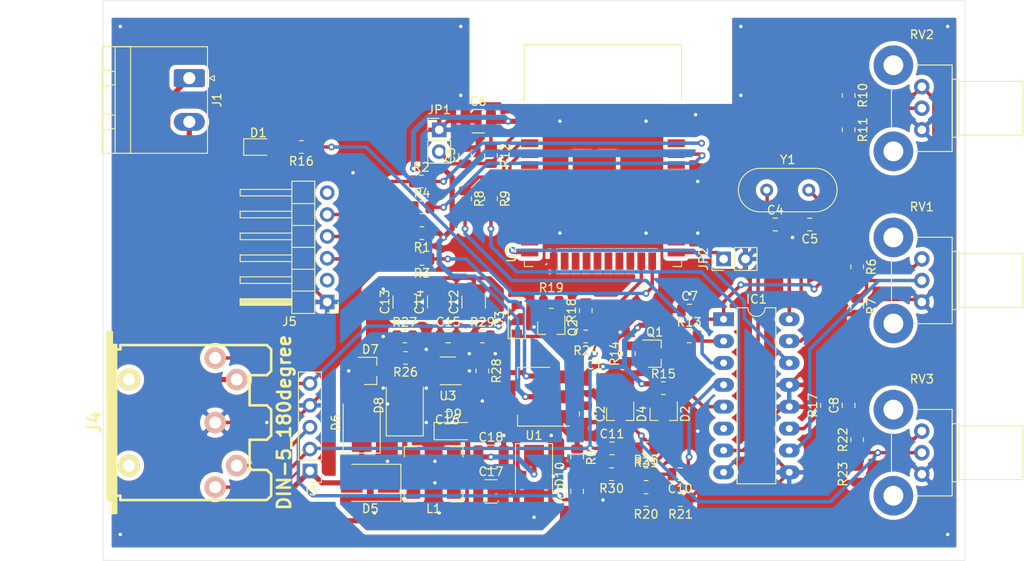
<source format=kicad_pcb>
(kicad_pcb (version 20171130) (host pcbnew 5.1.9+dfsg1-1+deb11u1)

  (general
    (thickness 1.6)
    (drawings 8)
    (tracks 564)
    (zones 0)
    (modules 76)
    (nets 77)
  )

  (page A4)
  (layers
    (0 F.Cu signal)
    (31 B.Cu signal)
    (32 B.Adhes user)
    (33 F.Adhes user)
    (34 B.Paste user)
    (35 F.Paste user)
    (36 B.SilkS user)
    (37 F.SilkS user)
    (38 B.Mask user)
    (39 F.Mask user)
    (40 Dwgs.User user)
    (41 Cmts.User user)
    (42 Eco1.User user)
    (43 Eco2.User user)
    (44 Edge.Cuts user)
    (45 Margin user)
    (46 B.CrtYd user)
    (47 F.CrtYd user)
    (48 B.Fab user)
    (49 F.Fab user)
  )

  (setup
    (last_trace_width 0.4)
    (user_trace_width 0.6)
    (trace_clearance 0.3)
    (zone_clearance 0.508)
    (zone_45_only no)
    (trace_min 0.2)
    (via_size 0.8)
    (via_drill 0.4)
    (via_min_size 0.4)
    (via_min_drill 0.3)
    (uvia_size 0.3)
    (uvia_drill 0.1)
    (uvias_allowed no)
    (uvia_min_size 0.2)
    (uvia_min_drill 0.1)
    (edge_width 0.05)
    (segment_width 0.2)
    (pcb_text_width 0.3)
    (pcb_text_size 1.5 1.5)
    (mod_edge_width 0.12)
    (mod_text_size 1 1)
    (mod_text_width 0.15)
    (pad_size 1.524 1.524)
    (pad_drill 0.762)
    (pad_to_mask_clearance 0)
    (aux_axis_origin 0 0)
    (visible_elements FFF9FF7F)
    (pcbplotparams
      (layerselection 0x010fc_ffffffff)
      (usegerberextensions false)
      (usegerberattributes true)
      (usegerberadvancedattributes true)
      (creategerberjobfile true)
      (excludeedgelayer true)
      (linewidth 0.100000)
      (plotframeref false)
      (viasonmask false)
      (mode 1)
      (useauxorigin false)
      (hpglpennumber 1)
      (hpglpenspeed 20)
      (hpglpendiameter 15.000000)
      (psnegative false)
      (psa4output false)
      (plotreference true)
      (plotvalue true)
      (plotinvisibletext false)
      (padsonsilk false)
      (subtractmaskfromsilk false)
      (outputformat 1)
      (mirror false)
      (drillshape 0)
      (scaleselection 1)
      (outputdirectory "gerber/"))
  )

  (net 0 "")
  (net 1 GND)
  (net 2 +5V)
  (net 3 +3V3)
  (net 4 "Net-(C3-Pad1)")
  (net 5 "Net-(C4-Pad1)")
  (net 6 "Net-(C5-Pad1)")
  (net 7 "Net-(C8-Pad2)")
  (net 8 "Net-(C8-Pad1)")
  (net 9 "Net-(C9-Pad2)")
  (net 10 SP)
  (net 11 "Net-(C10-Pad2)")
  (net 12 RXA)
  (net 13 "Net-(C11-Pad2)")
  (net 14 MIC)
  (net 15 GNDPWR)
  (net 16 "Net-(C12-Pad1)")
  (net 17 "Net-(C16-Pad2)")
  (net 18 "Net-(C16-Pad1)")
  (net 19 "Net-(D1-Pad2)")
  (net 20 "Net-(D2-Pad3)")
  (net 21 PTT)
  (net 22 "Net-(D3-Pad1)")
  (net 23 +BATT)
  (net 24 "Net-(D7-Pad2)")
  (net 25 RXD)
  (net 26 "Net-(IC1-Pad7)")
  (net 27 TXD)
  (net 28 "Net-(IC1-Pad6)")
  (net 29 "Net-(IC1-Pad5)")
  (net 30 TXA)
  (net 31 CDT)
  (net 32 "Net-(IC1-Pad10)")
  (net 33 "Net-(IC1-Pad2)")
  (net 34 "Net-(JP2-Pad1)")
  (net 35 "Net-(Q1-Pad1)")
  (net 36 "Net-(Q2-Pad1)")
  (net 37 TXD0)
  (net 38 RXD0)
  (net 39 "Net-(R8-Pad1)")
  (net 40 "Net-(R9-Pad1)")
  (net 41 LED)
  (net 42 PTT0)
  (net 43 "Net-(R26-Pad1)")
  (net 44 "Net-(R28-Pad1)")
  (net 45 "Net-(U2-Pad37)")
  (net 46 "Net-(U2-Pad36)")
  (net 47 "Net-(U2-Pad33)")
  (net 48 "Net-(U2-Pad32)")
  (net 49 "Net-(U2-Pad31)")
  (net 50 "Net-(U2-Pad30)")
  (net 51 "Net-(U2-Pad29)")
  (net 52 "Net-(U2-Pad28)")
  (net 53 "Net-(U2-Pad27)")
  (net 54 "Net-(U2-Pad26)")
  (net 55 "Net-(U2-Pad22)")
  (net 56 "Net-(U2-Pad21)")
  (net 57 "Net-(U2-Pad20)")
  (net 58 "Net-(U2-Pad19)")
  (net 59 "Net-(U2-Pad18)")
  (net 60 "Net-(U2-Pad17)")
  (net 61 "Net-(U2-Pad16)")
  (net 62 "Net-(U2-Pad13)")
  (net 63 "Net-(U2-Pad12)")
  (net 64 "Net-(U2-Pad11)")
  (net 65 "Net-(U2-Pad10)")
  (net 66 "Net-(U2-Pad9)")
  (net 67 "Net-(U2-Pad8)")
  (net 68 "Net-(U2-Pad7)")
  (net 69 "Net-(U2-Pad6)")
  (net 70 "Net-(D4-Pad3)")
  (net 71 "Net-(R20-Pad2)")
  (net 72 "Net-(J5-Pad5)")
  (net 73 "Net-(J5-Pad4)")
  (net 74 "Net-(J5-Pad3)")
  (net 75 "Net-(J5-Pad2)")
  (net 76 "Net-(J5-Pad6)")

  (net_class Default "This is the default net class."
    (clearance 0.3)
    (trace_width 0.4)
    (via_dia 0.8)
    (via_drill 0.4)
    (uvia_dia 0.3)
    (uvia_drill 0.1)
    (add_net +3V3)
    (add_net +5V)
    (add_net +BATT)
    (add_net CDT)
    (add_net GND)
    (add_net GNDPWR)
    (add_net LED)
    (add_net MIC)
    (add_net "Net-(C10-Pad2)")
    (add_net "Net-(C11-Pad2)")
    (add_net "Net-(C12-Pad1)")
    (add_net "Net-(C16-Pad1)")
    (add_net "Net-(C16-Pad2)")
    (add_net "Net-(C3-Pad1)")
    (add_net "Net-(C4-Pad1)")
    (add_net "Net-(C5-Pad1)")
    (add_net "Net-(C8-Pad1)")
    (add_net "Net-(C8-Pad2)")
    (add_net "Net-(C9-Pad2)")
    (add_net "Net-(D1-Pad2)")
    (add_net "Net-(D2-Pad3)")
    (add_net "Net-(D3-Pad1)")
    (add_net "Net-(D4-Pad3)")
    (add_net "Net-(D7-Pad2)")
    (add_net "Net-(IC1-Pad10)")
    (add_net "Net-(IC1-Pad2)")
    (add_net "Net-(IC1-Pad5)")
    (add_net "Net-(IC1-Pad6)")
    (add_net "Net-(IC1-Pad7)")
    (add_net "Net-(J5-Pad2)")
    (add_net "Net-(J5-Pad3)")
    (add_net "Net-(J5-Pad4)")
    (add_net "Net-(J5-Pad5)")
    (add_net "Net-(J5-Pad6)")
    (add_net "Net-(JP2-Pad1)")
    (add_net "Net-(Q1-Pad1)")
    (add_net "Net-(Q2-Pad1)")
    (add_net "Net-(R20-Pad2)")
    (add_net "Net-(R26-Pad1)")
    (add_net "Net-(R28-Pad1)")
    (add_net "Net-(R8-Pad1)")
    (add_net "Net-(R9-Pad1)")
    (add_net "Net-(U2-Pad10)")
    (add_net "Net-(U2-Pad11)")
    (add_net "Net-(U2-Pad12)")
    (add_net "Net-(U2-Pad13)")
    (add_net "Net-(U2-Pad16)")
    (add_net "Net-(U2-Pad17)")
    (add_net "Net-(U2-Pad18)")
    (add_net "Net-(U2-Pad19)")
    (add_net "Net-(U2-Pad20)")
    (add_net "Net-(U2-Pad21)")
    (add_net "Net-(U2-Pad22)")
    (add_net "Net-(U2-Pad26)")
    (add_net "Net-(U2-Pad27)")
    (add_net "Net-(U2-Pad28)")
    (add_net "Net-(U2-Pad29)")
    (add_net "Net-(U2-Pad30)")
    (add_net "Net-(U2-Pad31)")
    (add_net "Net-(U2-Pad32)")
    (add_net "Net-(U2-Pad33)")
    (add_net "Net-(U2-Pad36)")
    (add_net "Net-(U2-Pad37)")
    (add_net "Net-(U2-Pad6)")
    (add_net "Net-(U2-Pad7)")
    (add_net "Net-(U2-Pad8)")
    (add_net "Net-(U2-Pad9)")
    (add_net PTT)
    (add_net PTT0)
    (add_net RXA)
    (add_net RXD)
    (add_net RXD0)
    (add_net SP)
    (add_net TXA)
    (add_net TXD)
    (add_net TXD0)
  )

  (net_class PWR ""
    (clearance 0.3)
    (trace_width 0.6)
    (via_dia 0.8)
    (via_drill 0.4)
    (uvia_dia 0.3)
    (uvia_drill 0.1)
  )

  (module Potentiometer_THT:Potentiometer_Alps_RK09K_Single_Horizontal (layer F.Cu) (tedit 5A3D4993) (tstamp 6467E7ED)
    (at 195 90)
    (descr "Potentiometer, horizontal, Alps RK09K Single, http://www.alps.com/prod/info/E/HTML/Potentiometer/RotaryPotentiometers/RK09K/RK09K_list.html")
    (tags "Potentiometer horizontal Alps RK09K Single")
    (path /64730CD7)
    (fp_text reference RV1 (at 0 -11.05) (layer F.SilkS)
      (effects (font (size 1 1) (thickness 0.15)))
    )
    (fp_text value 100K (at 0 6.05) (layer F.Fab)
      (effects (font (size 1 1) (thickness 0.15)))
    )
    (fp_line (start -3.4 -7.4) (end -3.4 2.4) (layer F.Fab) (width 0.1))
    (fp_line (start -3.4 2.4) (end 3.4 2.4) (layer F.Fab) (width 0.1))
    (fp_line (start 3.4 2.4) (end 3.4 -7.4) (layer F.Fab) (width 0.1))
    (fp_line (start 3.4 -7.4) (end -3.4 -7.4) (layer F.Fab) (width 0.1))
    (fp_line (start 3.4 -5.75) (end 3.4 0.75) (layer F.Fab) (width 0.1))
    (fp_line (start 3.4 0.75) (end 4.2 0.75) (layer F.Fab) (width 0.1))
    (fp_line (start 4.2 0.75) (end 4.2 -5.75) (layer F.Fab) (width 0.1))
    (fp_line (start 4.2 -5.75) (end 3.4 -5.75) (layer F.Fab) (width 0.1))
    (fp_line (start 4.2 -5.5) (end 4.2 0.5) (layer F.Fab) (width 0.1))
    (fp_line (start 4.2 0.5) (end 11.6 0.5) (layer F.Fab) (width 0.1))
    (fp_line (start 11.6 0.5) (end 11.6 -5.5) (layer F.Fab) (width 0.1))
    (fp_line (start 11.6 -5.5) (end 4.2 -5.5) (layer F.Fab) (width 0.1))
    (fp_line (start -0.745 -7.521) (end 3.52 -7.521) (layer F.SilkS) (width 0.12))
    (fp_line (start -0.745 2.52) (end 3.52 2.52) (layer F.SilkS) (width 0.12))
    (fp_line (start -3.52 -4.944) (end -3.52 -0.055) (layer F.SilkS) (width 0.12))
    (fp_line (start 3.52 -7.521) (end 3.52 2.52) (layer F.SilkS) (width 0.12))
    (fp_line (start 3.52 -5.87) (end 4.32 -5.87) (layer F.SilkS) (width 0.12))
    (fp_line (start 3.52 0.87) (end 4.32 0.87) (layer F.SilkS) (width 0.12))
    (fp_line (start 3.52 -5.87) (end 3.52 0.87) (layer F.SilkS) (width 0.12))
    (fp_line (start 4.32 -5.87) (end 4.32 0.87) (layer F.SilkS) (width 0.12))
    (fp_line (start 4.32 -5.62) (end 11.72 -5.62) (layer F.SilkS) (width 0.12))
    (fp_line (start 4.32 0.62) (end 11.72 0.62) (layer F.SilkS) (width 0.12))
    (fp_line (start 4.32 -5.62) (end 4.32 0.62) (layer F.SilkS) (width 0.12))
    (fp_line (start 11.72 -5.62) (end 11.72 0.62) (layer F.SilkS) (width 0.12))
    (fp_line (start -5.85 -10.05) (end -5.85 5.1) (layer F.CrtYd) (width 0.05))
    (fp_line (start -5.85 5.1) (end 11.85 5.1) (layer F.CrtYd) (width 0.05))
    (fp_line (start 11.85 5.1) (end 11.85 -10.05) (layer F.CrtYd) (width 0.05))
    (fp_line (start 11.85 -10.05) (end -5.85 -10.05) (layer F.CrtYd) (width 0.05))
    (fp_text user %R (at 0 -2.5) (layer F.Fab)
      (effects (font (size 1 1) (thickness 0.15)))
    )
    (pad "" thru_hole circle (at -3.3 2.5) (size 4.6 4.6) (drill 2.3) (layers *.Cu *.Mask))
    (pad "" thru_hole circle (at -3.3 -7.5) (size 4.6 4.6) (drill 2.3) (layers *.Cu *.Mask))
    (pad 1 thru_hole circle (at 0 0) (size 1.8 1.8) (drill 1) (layers *.Cu *.Mask)
      (net 1 GND))
    (pad 2 thru_hole circle (at 0 -2.5) (size 1.8 1.8) (drill 1) (layers *.Cu *.Mask)
      (net 32 "Net-(IC1-Pad10)"))
    (pad 3 thru_hole circle (at 0 -5) (size 1.8 1.8) (drill 1) (layers *.Cu *.Mask)
      (net 2 +5V))
    (model ${KISYS3DMOD}/Potentiometer_THT.3dshapes/Potentiometer_Alps_RK09K_Single_Horizontal.wrl
      (at (xyz 0 0 0))
      (scale (xyz 1 1 1))
      (rotate (xyz 0 0 0))
    )
  )

  (module Potentiometer_THT:Potentiometer_Alps_RK09K_Single_Horizontal (layer F.Cu) (tedit 5A3D4993) (tstamp 6467E02E)
    (at 195 110)
    (descr "Potentiometer, horizontal, Alps RK09K Single, http://www.alps.com/prod/info/E/HTML/Potentiometer/RotaryPotentiometers/RK09K/RK09K_list.html")
    (tags "Potentiometer horizontal Alps RK09K Single")
    (path /6468329B)
    (fp_text reference RV3 (at 0 -11.05) (layer F.SilkS)
      (effects (font (size 1 1) (thickness 0.15)))
    )
    (fp_text value 50k (at 0 6.05) (layer F.Fab)
      (effects (font (size 1 1) (thickness 0.15)))
    )
    (fp_line (start -3.4 -7.4) (end -3.4 2.4) (layer F.Fab) (width 0.1))
    (fp_line (start -3.4 2.4) (end 3.4 2.4) (layer F.Fab) (width 0.1))
    (fp_line (start 3.4 2.4) (end 3.4 -7.4) (layer F.Fab) (width 0.1))
    (fp_line (start 3.4 -7.4) (end -3.4 -7.4) (layer F.Fab) (width 0.1))
    (fp_line (start 3.4 -5.75) (end 3.4 0.75) (layer F.Fab) (width 0.1))
    (fp_line (start 3.4 0.75) (end 4.2 0.75) (layer F.Fab) (width 0.1))
    (fp_line (start 4.2 0.75) (end 4.2 -5.75) (layer F.Fab) (width 0.1))
    (fp_line (start 4.2 -5.75) (end 3.4 -5.75) (layer F.Fab) (width 0.1))
    (fp_line (start 4.2 -5.5) (end 4.2 0.5) (layer F.Fab) (width 0.1))
    (fp_line (start 4.2 0.5) (end 11.6 0.5) (layer F.Fab) (width 0.1))
    (fp_line (start 11.6 0.5) (end 11.6 -5.5) (layer F.Fab) (width 0.1))
    (fp_line (start 11.6 -5.5) (end 4.2 -5.5) (layer F.Fab) (width 0.1))
    (fp_line (start -0.745 -7.521) (end 3.52 -7.521) (layer F.SilkS) (width 0.12))
    (fp_line (start -0.745 2.52) (end 3.52 2.52) (layer F.SilkS) (width 0.12))
    (fp_line (start -3.52 -4.944) (end -3.52 -0.055) (layer F.SilkS) (width 0.12))
    (fp_line (start 3.52 -7.521) (end 3.52 2.52) (layer F.SilkS) (width 0.12))
    (fp_line (start 3.52 -5.87) (end 4.32 -5.87) (layer F.SilkS) (width 0.12))
    (fp_line (start 3.52 0.87) (end 4.32 0.87) (layer F.SilkS) (width 0.12))
    (fp_line (start 3.52 -5.87) (end 3.52 0.87) (layer F.SilkS) (width 0.12))
    (fp_line (start 4.32 -5.87) (end 4.32 0.87) (layer F.SilkS) (width 0.12))
    (fp_line (start 4.32 -5.62) (end 11.72 -5.62) (layer F.SilkS) (width 0.12))
    (fp_line (start 4.32 0.62) (end 11.72 0.62) (layer F.SilkS) (width 0.12))
    (fp_line (start 4.32 -5.62) (end 4.32 0.62) (layer F.SilkS) (width 0.12))
    (fp_line (start 11.72 -5.62) (end 11.72 0.62) (layer F.SilkS) (width 0.12))
    (fp_line (start -5.85 -10.05) (end -5.85 5.1) (layer F.CrtYd) (width 0.05))
    (fp_line (start -5.85 5.1) (end 11.85 5.1) (layer F.CrtYd) (width 0.05))
    (fp_line (start 11.85 5.1) (end 11.85 -10.05) (layer F.CrtYd) (width 0.05))
    (fp_line (start 11.85 -10.05) (end -5.85 -10.05) (layer F.CrtYd) (width 0.05))
    (fp_text user %R (at 0 -2.5) (layer F.Fab)
      (effects (font (size 1 1) (thickness 0.15)))
    )
    (pad "" thru_hole circle (at -3.3 2.5) (size 4.6 4.6) (drill 2.3) (layers *.Cu *.Mask))
    (pad "" thru_hole circle (at -3.3 -7.5) (size 4.6 4.6) (drill 2.3) (layers *.Cu *.Mask))
    (pad 1 thru_hole circle (at 0 0) (size 1.8 1.8) (drill 1) (layers *.Cu *.Mask)
      (net 1 GND))
    (pad 2 thru_hole circle (at 0 -2.5) (size 1.8 1.8) (drill 1) (layers *.Cu *.Mask)
      (net 70 "Net-(D4-Pad3)"))
    (pad 3 thru_hole circle (at 0 -5) (size 1.8 1.8) (drill 1) (layers *.Cu *.Mask)
      (net 8 "Net-(C8-Pad1)"))
    (model ${KISYS3DMOD}/Potentiometer_THT.3dshapes/Potentiometer_Alps_RK09K_Single_Horizontal.wrl
      (at (xyz 0 0 0))
      (scale (xyz 1 1 1))
      (rotate (xyz 0 0 0))
    )
  )

  (module Connector_PinHeader_2.54mm:PinHeader_1x05_P2.54mm_Vertical (layer F.Cu) (tedit 59FED5CC) (tstamp 64692179)
    (at 124 109.62 180)
    (descr "Through hole straight pin header, 1x05, 2.54mm pitch, single row")
    (tags "Through hole pin header THT 1x05 2.54mm single row")
    (path /6481EF8F)
    (fp_text reference J3 (at 0 -2.33) (layer F.SilkS)
      (effects (font (size 1 1) (thickness 0.15)))
    )
    (fp_text value Conn_01x05 (at 0 12.49) (layer F.Fab)
      (effects (font (size 1 1) (thickness 0.15)))
    )
    (fp_line (start 1.8 -1.8) (end -1.8 -1.8) (layer F.CrtYd) (width 0.05))
    (fp_line (start 1.8 11.95) (end 1.8 -1.8) (layer F.CrtYd) (width 0.05))
    (fp_line (start -1.8 11.95) (end 1.8 11.95) (layer F.CrtYd) (width 0.05))
    (fp_line (start -1.8 -1.8) (end -1.8 11.95) (layer F.CrtYd) (width 0.05))
    (fp_line (start -1.33 -1.33) (end 0 -1.33) (layer F.SilkS) (width 0.12))
    (fp_line (start -1.33 0) (end -1.33 -1.33) (layer F.SilkS) (width 0.12))
    (fp_line (start -1.33 1.27) (end 1.33 1.27) (layer F.SilkS) (width 0.12))
    (fp_line (start 1.33 1.27) (end 1.33 11.49) (layer F.SilkS) (width 0.12))
    (fp_line (start -1.33 1.27) (end -1.33 11.49) (layer F.SilkS) (width 0.12))
    (fp_line (start -1.33 11.49) (end 1.33 11.49) (layer F.SilkS) (width 0.12))
    (fp_line (start -1.27 -0.635) (end -0.635 -1.27) (layer F.Fab) (width 0.1))
    (fp_line (start -1.27 11.43) (end -1.27 -0.635) (layer F.Fab) (width 0.1))
    (fp_line (start 1.27 11.43) (end -1.27 11.43) (layer F.Fab) (width 0.1))
    (fp_line (start 1.27 -1.27) (end 1.27 11.43) (layer F.Fab) (width 0.1))
    (fp_line (start -0.635 -1.27) (end 1.27 -1.27) (layer F.Fab) (width 0.1))
    (fp_text user %R (at 0 5.08 90) (layer F.Fab)
      (effects (font (size 1 1) (thickness 0.15)))
    )
    (pad 5 thru_hole oval (at 0 10.16 180) (size 1.7 1.7) (drill 1) (layers *.Cu *.Mask)
      (net 21 PTT))
    (pad 4 thru_hole oval (at 0 7.62 180) (size 1.7 1.7) (drill 1) (layers *.Cu *.Mask)
      (net 1 GND))
    (pad 3 thru_hole oval (at 0 5.08 180) (size 1.7 1.7) (drill 1) (layers *.Cu *.Mask)
      (net 10 SP))
    (pad 2 thru_hole oval (at 0 2.54 180) (size 1.7 1.7) (drill 1) (layers *.Cu *.Mask)
      (net 14 MIC))
    (pad 1 thru_hole rect (at 0 0 180) (size 1.7 1.7) (drill 1) (layers *.Cu *.Mask)
      (net 23 +BATT))
    (model ${KISYS3DMOD}/Connector_PinHeader_2.54mm.3dshapes/PinHeader_1x05_P2.54mm_Vertical.wrl
      (at (xyz 0 0 0))
      (scale (xyz 1 1 1))
      (rotate (xyz 0 0 0))
    )
  )

  (module LED_SMD:LED_0805_2012Metric (layer F.Cu) (tedit 5F68FEF1) (tstamp 646BCD18)
    (at 118 72)
    (descr "LED SMD 0805 (2012 Metric), square (rectangular) end terminal, IPC_7351 nominal, (Body size source: https://docs.google.com/spreadsheets/d/1BsfQQcO9C6DZCsRaXUlFlo91Tg2WpOkGARC1WS5S8t0/edit?usp=sharing), generated with kicad-footprint-generator")
    (tags LED)
    (path /6434CE15)
    (attr smd)
    (fp_text reference D1 (at 0 -1.65) (layer F.SilkS)
      (effects (font (size 1 1) (thickness 0.15)))
    )
    (fp_text value LED (at 0 1.65) (layer F.Fab)
      (effects (font (size 1 1) (thickness 0.15)))
    )
    (fp_line (start 1.68 0.95) (end -1.68 0.95) (layer F.CrtYd) (width 0.05))
    (fp_line (start 1.68 -0.95) (end 1.68 0.95) (layer F.CrtYd) (width 0.05))
    (fp_line (start -1.68 -0.95) (end 1.68 -0.95) (layer F.CrtYd) (width 0.05))
    (fp_line (start -1.68 0.95) (end -1.68 -0.95) (layer F.CrtYd) (width 0.05))
    (fp_line (start -1.685 0.96) (end 1 0.96) (layer F.SilkS) (width 0.12))
    (fp_line (start -1.685 -0.96) (end -1.685 0.96) (layer F.SilkS) (width 0.12))
    (fp_line (start 1 -0.96) (end -1.685 -0.96) (layer F.SilkS) (width 0.12))
    (fp_line (start 1 0.6) (end 1 -0.6) (layer F.Fab) (width 0.1))
    (fp_line (start -1 0.6) (end 1 0.6) (layer F.Fab) (width 0.1))
    (fp_line (start -1 -0.3) (end -1 0.6) (layer F.Fab) (width 0.1))
    (fp_line (start -0.7 -0.6) (end -1 -0.3) (layer F.Fab) (width 0.1))
    (fp_line (start 1 -0.6) (end -0.7 -0.6) (layer F.Fab) (width 0.1))
    (fp_text user %R (at 0 0) (layer F.Fab)
      (effects (font (size 0.5 0.5) (thickness 0.08)))
    )
    (pad 2 smd roundrect (at 0.9375 0) (size 0.975 1.4) (layers F.Cu F.Paste F.Mask) (roundrect_rratio 0.25)
      (net 19 "Net-(D1-Pad2)"))
    (pad 1 smd roundrect (at -0.9375 0) (size 0.975 1.4) (layers F.Cu F.Paste F.Mask) (roundrect_rratio 0.25)
      (net 1 GND))
    (model ${KISYS3DMOD}/LED_SMD.3dshapes/LED_0805_2012Metric.wrl
      (at (xyz 0 0 0))
      (scale (xyz 1 1 1))
      (rotate (xyz 0 0 0))
    )
  )

  (module Connector_PinHeader_2.54mm:PinHeader_1x06_P2.54mm_Horizontal (layer F.Cu) (tedit 59FED5CB) (tstamp 64693E66)
    (at 126 90 180)
    (descr "Through hole angled pin header, 1x06, 2.54mm pitch, 6mm pin length, single row")
    (tags "Through hole angled pin header THT 1x06 2.54mm single row")
    (path /647330EC)
    (fp_text reference J5 (at 4.385 -2.27) (layer F.SilkS)
      (effects (font (size 1 1) (thickness 0.15)))
    )
    (fp_text value Conn_01x06 (at 4.385 14.97) (layer F.Fab)
      (effects (font (size 1 1) (thickness 0.15)))
    )
    (fp_line (start 10.55 -1.8) (end -1.8 -1.8) (layer F.CrtYd) (width 0.05))
    (fp_line (start 10.55 14.5) (end 10.55 -1.8) (layer F.CrtYd) (width 0.05))
    (fp_line (start -1.8 14.5) (end 10.55 14.5) (layer F.CrtYd) (width 0.05))
    (fp_line (start -1.8 -1.8) (end -1.8 14.5) (layer F.CrtYd) (width 0.05))
    (fp_line (start -1.27 -1.27) (end 0 -1.27) (layer F.SilkS) (width 0.12))
    (fp_line (start -1.27 0) (end -1.27 -1.27) (layer F.SilkS) (width 0.12))
    (fp_line (start 1.042929 13.08) (end 1.44 13.08) (layer F.SilkS) (width 0.12))
    (fp_line (start 1.042929 12.32) (end 1.44 12.32) (layer F.SilkS) (width 0.12))
    (fp_line (start 10.1 13.08) (end 4.1 13.08) (layer F.SilkS) (width 0.12))
    (fp_line (start 10.1 12.32) (end 10.1 13.08) (layer F.SilkS) (width 0.12))
    (fp_line (start 4.1 12.32) (end 10.1 12.32) (layer F.SilkS) (width 0.12))
    (fp_line (start 1.44 11.43) (end 4.1 11.43) (layer F.SilkS) (width 0.12))
    (fp_line (start 1.042929 10.54) (end 1.44 10.54) (layer F.SilkS) (width 0.12))
    (fp_line (start 1.042929 9.78) (end 1.44 9.78) (layer F.SilkS) (width 0.12))
    (fp_line (start 10.1 10.54) (end 4.1 10.54) (layer F.SilkS) (width 0.12))
    (fp_line (start 10.1 9.78) (end 10.1 10.54) (layer F.SilkS) (width 0.12))
    (fp_line (start 4.1 9.78) (end 10.1 9.78) (layer F.SilkS) (width 0.12))
    (fp_line (start 1.44 8.89) (end 4.1 8.89) (layer F.SilkS) (width 0.12))
    (fp_line (start 1.042929 8) (end 1.44 8) (layer F.SilkS) (width 0.12))
    (fp_line (start 1.042929 7.24) (end 1.44 7.24) (layer F.SilkS) (width 0.12))
    (fp_line (start 10.1 8) (end 4.1 8) (layer F.SilkS) (width 0.12))
    (fp_line (start 10.1 7.24) (end 10.1 8) (layer F.SilkS) (width 0.12))
    (fp_line (start 4.1 7.24) (end 10.1 7.24) (layer F.SilkS) (width 0.12))
    (fp_line (start 1.44 6.35) (end 4.1 6.35) (layer F.SilkS) (width 0.12))
    (fp_line (start 1.042929 5.46) (end 1.44 5.46) (layer F.SilkS) (width 0.12))
    (fp_line (start 1.042929 4.7) (end 1.44 4.7) (layer F.SilkS) (width 0.12))
    (fp_line (start 10.1 5.46) (end 4.1 5.46) (layer F.SilkS) (width 0.12))
    (fp_line (start 10.1 4.7) (end 10.1 5.46) (layer F.SilkS) (width 0.12))
    (fp_line (start 4.1 4.7) (end 10.1 4.7) (layer F.SilkS) (width 0.12))
    (fp_line (start 1.44 3.81) (end 4.1 3.81) (layer F.SilkS) (width 0.12))
    (fp_line (start 1.042929 2.92) (end 1.44 2.92) (layer F.SilkS) (width 0.12))
    (fp_line (start 1.042929 2.16) (end 1.44 2.16) (layer F.SilkS) (width 0.12))
    (fp_line (start 10.1 2.92) (end 4.1 2.92) (layer F.SilkS) (width 0.12))
    (fp_line (start 10.1 2.16) (end 10.1 2.92) (layer F.SilkS) (width 0.12))
    (fp_line (start 4.1 2.16) (end 10.1 2.16) (layer F.SilkS) (width 0.12))
    (fp_line (start 1.44 1.27) (end 4.1 1.27) (layer F.SilkS) (width 0.12))
    (fp_line (start 1.11 0.38) (end 1.44 0.38) (layer F.SilkS) (width 0.12))
    (fp_line (start 1.11 -0.38) (end 1.44 -0.38) (layer F.SilkS) (width 0.12))
    (fp_line (start 4.1 0.28) (end 10.1 0.28) (layer F.SilkS) (width 0.12))
    (fp_line (start 4.1 0.16) (end 10.1 0.16) (layer F.SilkS) (width 0.12))
    (fp_line (start 4.1 0.04) (end 10.1 0.04) (layer F.SilkS) (width 0.12))
    (fp_line (start 4.1 -0.08) (end 10.1 -0.08) (layer F.SilkS) (width 0.12))
    (fp_line (start 4.1 -0.2) (end 10.1 -0.2) (layer F.SilkS) (width 0.12))
    (fp_line (start 4.1 -0.32) (end 10.1 -0.32) (layer F.SilkS) (width 0.12))
    (fp_line (start 10.1 0.38) (end 4.1 0.38) (layer F.SilkS) (width 0.12))
    (fp_line (start 10.1 -0.38) (end 10.1 0.38) (layer F.SilkS) (width 0.12))
    (fp_line (start 4.1 -0.38) (end 10.1 -0.38) (layer F.SilkS) (width 0.12))
    (fp_line (start 4.1 -1.33) (end 1.44 -1.33) (layer F.SilkS) (width 0.12))
    (fp_line (start 4.1 14.03) (end 4.1 -1.33) (layer F.SilkS) (width 0.12))
    (fp_line (start 1.44 14.03) (end 4.1 14.03) (layer F.SilkS) (width 0.12))
    (fp_line (start 1.44 -1.33) (end 1.44 14.03) (layer F.SilkS) (width 0.12))
    (fp_line (start 4.04 13.02) (end 10.04 13.02) (layer F.Fab) (width 0.1))
    (fp_line (start 10.04 12.38) (end 10.04 13.02) (layer F.Fab) (width 0.1))
    (fp_line (start 4.04 12.38) (end 10.04 12.38) (layer F.Fab) (width 0.1))
    (fp_line (start -0.32 13.02) (end 1.5 13.02) (layer F.Fab) (width 0.1))
    (fp_line (start -0.32 12.38) (end -0.32 13.02) (layer F.Fab) (width 0.1))
    (fp_line (start -0.32 12.38) (end 1.5 12.38) (layer F.Fab) (width 0.1))
    (fp_line (start 4.04 10.48) (end 10.04 10.48) (layer F.Fab) (width 0.1))
    (fp_line (start 10.04 9.84) (end 10.04 10.48) (layer F.Fab) (width 0.1))
    (fp_line (start 4.04 9.84) (end 10.04 9.84) (layer F.Fab) (width 0.1))
    (fp_line (start -0.32 10.48) (end 1.5 10.48) (layer F.Fab) (width 0.1))
    (fp_line (start -0.32 9.84) (end -0.32 10.48) (layer F.Fab) (width 0.1))
    (fp_line (start -0.32 9.84) (end 1.5 9.84) (layer F.Fab) (width 0.1))
    (fp_line (start 4.04 7.94) (end 10.04 7.94) (layer F.Fab) (width 0.1))
    (fp_line (start 10.04 7.3) (end 10.04 7.94) (layer F.Fab) (width 0.1))
    (fp_line (start 4.04 7.3) (end 10.04 7.3) (layer F.Fab) (width 0.1))
    (fp_line (start -0.32 7.94) (end 1.5 7.94) (layer F.Fab) (width 0.1))
    (fp_line (start -0.32 7.3) (end -0.32 7.94) (layer F.Fab) (width 0.1))
    (fp_line (start -0.32 7.3) (end 1.5 7.3) (layer F.Fab) (width 0.1))
    (fp_line (start 4.04 5.4) (end 10.04 5.4) (layer F.Fab) (width 0.1))
    (fp_line (start 10.04 4.76) (end 10.04 5.4) (layer F.Fab) (width 0.1))
    (fp_line (start 4.04 4.76) (end 10.04 4.76) (layer F.Fab) (width 0.1))
    (fp_line (start -0.32 5.4) (end 1.5 5.4) (layer F.Fab) (width 0.1))
    (fp_line (start -0.32 4.76) (end -0.32 5.4) (layer F.Fab) (width 0.1))
    (fp_line (start -0.32 4.76) (end 1.5 4.76) (layer F.Fab) (width 0.1))
    (fp_line (start 4.04 2.86) (end 10.04 2.86) (layer F.Fab) (width 0.1))
    (fp_line (start 10.04 2.22) (end 10.04 2.86) (layer F.Fab) (width 0.1))
    (fp_line (start 4.04 2.22) (end 10.04 2.22) (layer F.Fab) (width 0.1))
    (fp_line (start -0.32 2.86) (end 1.5 2.86) (layer F.Fab) (width 0.1))
    (fp_line (start -0.32 2.22) (end -0.32 2.86) (layer F.Fab) (width 0.1))
    (fp_line (start -0.32 2.22) (end 1.5 2.22) (layer F.Fab) (width 0.1))
    (fp_line (start 4.04 0.32) (end 10.04 0.32) (layer F.Fab) (width 0.1))
    (fp_line (start 10.04 -0.32) (end 10.04 0.32) (layer F.Fab) (width 0.1))
    (fp_line (start 4.04 -0.32) (end 10.04 -0.32) (layer F.Fab) (width 0.1))
    (fp_line (start -0.32 0.32) (end 1.5 0.32) (layer F.Fab) (width 0.1))
    (fp_line (start -0.32 -0.32) (end -0.32 0.32) (layer F.Fab) (width 0.1))
    (fp_line (start -0.32 -0.32) (end 1.5 -0.32) (layer F.Fab) (width 0.1))
    (fp_line (start 1.5 -0.635) (end 2.135 -1.27) (layer F.Fab) (width 0.1))
    (fp_line (start 1.5 13.97) (end 1.5 -0.635) (layer F.Fab) (width 0.1))
    (fp_line (start 4.04 13.97) (end 1.5 13.97) (layer F.Fab) (width 0.1))
    (fp_line (start 4.04 -1.27) (end 4.04 13.97) (layer F.Fab) (width 0.1))
    (fp_line (start 2.135 -1.27) (end 4.04 -1.27) (layer F.Fab) (width 0.1))
    (fp_text user %R (at 2.77 6.35 90) (layer F.Fab)
      (effects (font (size 1 1) (thickness 0.15)))
    )
    (pad 6 thru_hole oval (at 0 12.7 180) (size 1.7 1.7) (drill 1) (layers *.Cu *.Mask)
      (net 76 "Net-(J5-Pad6)"))
    (pad 5 thru_hole oval (at 0 10.16 180) (size 1.7 1.7) (drill 1) (layers *.Cu *.Mask)
      (net 72 "Net-(J5-Pad5)"))
    (pad 4 thru_hole oval (at 0 7.62 180) (size 1.7 1.7) (drill 1) (layers *.Cu *.Mask)
      (net 73 "Net-(J5-Pad4)"))
    (pad 3 thru_hole oval (at 0 5.08 180) (size 1.7 1.7) (drill 1) (layers *.Cu *.Mask)
      (net 74 "Net-(J5-Pad3)"))
    (pad 2 thru_hole oval (at 0 2.54 180) (size 1.7 1.7) (drill 1) (layers *.Cu *.Mask)
      (net 75 "Net-(J5-Pad2)"))
    (pad 1 thru_hole rect (at 0 0 180) (size 1.7 1.7) (drill 1) (layers *.Cu *.Mask)
      (net 1 GND))
    (model ${KISYS3DMOD}/Connector_PinHeader_2.54mm.3dshapes/PinHeader_1x06_P2.54mm_Horizontal.wrl
      (at (xyz 0 0 0))
      (scale (xyz 1 1 1))
      (rotate (xyz 0 0 0))
    )
  )

  (module Resistor_SMD:R_0805_2012Metric (layer F.Cu) (tedit 5F68FEEE) (tstamp 64692637)
    (at 163 107 180)
    (descr "Resistor SMD 0805 (2012 Metric), square (rectangular) end terminal, IPC_7351 nominal, (Body size source: IPC-SM-782 page 72, https://www.pcb-3d.com/wordpress/wp-content/uploads/ipc-sm-782a_amendment_1_and_2.pdf), generated with kicad-footprint-generator")
    (tags resistor)
    (path /648555B8)
    (attr smd)
    (fp_text reference R31 (at 0 -1.65) (layer F.SilkS)
      (effects (font (size 1 1) (thickness 0.15)))
    )
    (fp_text value 100 (at 0 1.65) (layer F.Fab)
      (effects (font (size 1 1) (thickness 0.15)))
    )
    (fp_line (start 1.68 0.95) (end -1.68 0.95) (layer F.CrtYd) (width 0.05))
    (fp_line (start 1.68 -0.95) (end 1.68 0.95) (layer F.CrtYd) (width 0.05))
    (fp_line (start -1.68 -0.95) (end 1.68 -0.95) (layer F.CrtYd) (width 0.05))
    (fp_line (start -1.68 0.95) (end -1.68 -0.95) (layer F.CrtYd) (width 0.05))
    (fp_line (start -0.227064 0.735) (end 0.227064 0.735) (layer F.SilkS) (width 0.12))
    (fp_line (start -0.227064 -0.735) (end 0.227064 -0.735) (layer F.SilkS) (width 0.12))
    (fp_line (start 1 0.625) (end -1 0.625) (layer F.Fab) (width 0.1))
    (fp_line (start 1 -0.625) (end 1 0.625) (layer F.Fab) (width 0.1))
    (fp_line (start -1 -0.625) (end 1 -0.625) (layer F.Fab) (width 0.1))
    (fp_line (start -1 0.625) (end -1 -0.625) (layer F.Fab) (width 0.1))
    (fp_text user %R (at 0 0) (layer F.Fab)
      (effects (font (size 0.5 0.5) (thickness 0.08)))
    )
    (pad 2 smd roundrect (at 0.9125 0 180) (size 1.025 1.4) (layers F.Cu F.Paste F.Mask) (roundrect_rratio 0.2439014634146341)
      (net 13 "Net-(C11-Pad2)"))
    (pad 1 smd roundrect (at -0.9125 0 180) (size 1.025 1.4) (layers F.Cu F.Paste F.Mask) (roundrect_rratio 0.2439014634146341)
      (net 70 "Net-(D4-Pad3)"))
    (model ${KISYS3DMOD}/Resistor_SMD.3dshapes/R_0805_2012Metric.wrl
      (at (xyz 0 0 0))
      (scale (xyz 1 1 1))
      (rotate (xyz 0 0 0))
    )
  )

  (module Resistor_SMD:R_0805_2012Metric (layer F.Cu) (tedit 5F68FEEE) (tstamp 64692626)
    (at 159 110 180)
    (descr "Resistor SMD 0805 (2012 Metric), square (rectangular) end terminal, IPC_7351 nominal, (Body size source: IPC-SM-782 page 72, https://www.pcb-3d.com/wordpress/wp-content/uploads/ipc-sm-782a_amendment_1_and_2.pdf), generated with kicad-footprint-generator")
    (tags resistor)
    (path /64866AEC)
    (attr smd)
    (fp_text reference R30 (at 0 -1.65) (layer F.SilkS)
      (effects (font (size 1 1) (thickness 0.15)))
    )
    (fp_text value 100 (at 0 1.65) (layer F.Fab)
      (effects (font (size 1 1) (thickness 0.15)))
    )
    (fp_line (start 1.68 0.95) (end -1.68 0.95) (layer F.CrtYd) (width 0.05))
    (fp_line (start 1.68 -0.95) (end 1.68 0.95) (layer F.CrtYd) (width 0.05))
    (fp_line (start -1.68 -0.95) (end 1.68 -0.95) (layer F.CrtYd) (width 0.05))
    (fp_line (start -1.68 0.95) (end -1.68 -0.95) (layer F.CrtYd) (width 0.05))
    (fp_line (start -0.227064 0.735) (end 0.227064 0.735) (layer F.SilkS) (width 0.12))
    (fp_line (start -0.227064 -0.735) (end 0.227064 -0.735) (layer F.SilkS) (width 0.12))
    (fp_line (start 1 0.625) (end -1 0.625) (layer F.Fab) (width 0.1))
    (fp_line (start 1 -0.625) (end 1 0.625) (layer F.Fab) (width 0.1))
    (fp_line (start -1 -0.625) (end 1 -0.625) (layer F.Fab) (width 0.1))
    (fp_line (start -1 0.625) (end -1 -0.625) (layer F.Fab) (width 0.1))
    (fp_text user %R (at 0 0) (layer F.Fab)
      (effects (font (size 0.5 0.5) (thickness 0.08)))
    )
    (pad 2 smd roundrect (at 0.9125 0 180) (size 1.025 1.4) (layers F.Cu F.Paste F.Mask) (roundrect_rratio 0.2439014634146341)
      (net 9 "Net-(C9-Pad2)"))
    (pad 1 smd roundrect (at -0.9125 0 180) (size 1.025 1.4) (layers F.Cu F.Paste F.Mask) (roundrect_rratio 0.2439014634146341)
      (net 71 "Net-(R20-Pad2)"))
    (model ${KISYS3DMOD}/Resistor_SMD.3dshapes/R_0805_2012Metric.wrl
      (at (xyz 0 0 0))
      (scale (xyz 1 1 1))
      (rotate (xyz 0 0 0))
    )
  )

  (module Eurocad:MIDI_DIN5 (layer F.Cu) (tedit 58B225B8) (tstamp 646921A5)
    (at 110 104 270)
    (descr "Din 5 (MIDI), Pro Signal P/N PSG03463")
    (path /646A435B)
    (fp_text reference J4 (at 0 11.00074 90) (layer F.SilkS)
      (effects (font (size 1.524 1.524) (thickness 0.3048)))
    )
    (fp_text value DIN-5_180degree (at 0 -11.00074 90) (layer F.SilkS)
      (effects (font (size 1.524 1.524) (thickness 0.3048)))
    )
    (fp_line (start 10.50036 8.49884) (end 10.50036 8.99922) (layer F.SilkS) (width 0.3048))
    (fp_line (start -10.50036 9.4996) (end -10.50036 8.99922) (layer F.SilkS) (width 0.3048))
    (fp_line (start -8.49884 8.001) (end -8.49884 8.49884) (layer F.SilkS) (width 0.3048))
    (fp_line (start 8.49884 8.49884) (end 8.49884 8.001) (layer F.SilkS) (width 0.3048))
    (fp_line (start -8.99922 8.001) (end -8.49884 8.001) (layer F.SilkS) (width 0.3048))
    (fp_line (start 8.99922 8.001) (end 8.49884 8.001) (layer F.SilkS) (width 0.3048))
    (fp_line (start -8.99922 8.49884) (end 10.50036 8.49884) (layer F.SilkS) (width 0.3048))
    (fp_line (start -8.99922 8.99922) (end -8.99922 8.49884) (layer F.SilkS) (width 0.3048))
    (fp_line (start -10.50036 8.99922) (end -8.99922 8.99922) (layer F.SilkS) (width 0.3048))
    (fp_line (start 8.99922 9.4996) (end -10.50036 9.4996) (layer F.SilkS) (width 0.3048))
    (fp_line (start 8.99922 8.99922) (end 8.99922 9.4996) (layer F.SilkS) (width 0.3048))
    (fp_line (start 10.50036 8.99922) (end 8.99922 8.99922) (layer F.SilkS) (width 0.3048))
    (fp_line (start 1.99898 -8.99922) (end 1.99898 -7.00024) (layer F.SilkS) (width 0.3048))
    (fp_line (start 1.50114 -9.4996) (end 1.99898 -8.99922) (layer F.SilkS) (width 0.3048))
    (fp_line (start -1.50114 -9.4996) (end 1.50114 -9.4996) (layer F.SilkS) (width 0.3048))
    (fp_line (start -1.99898 -8.99922) (end -1.99898 -7.00024) (layer F.SilkS) (width 0.3048))
    (fp_line (start -1.50114 -9.4996) (end -1.99898 -8.99922) (layer F.SilkS) (width 0.3048))
    (fp_line (start 5.4991 -7.00024) (end 1.99898 -7.00024) (layer F.SilkS) (width 0.3048))
    (fp_line (start 5.4991 -8.99922) (end 5.4991 -7.00024) (layer F.SilkS) (width 0.3048))
    (fp_line (start 5.99948 -9.4996) (end 5.4991 -8.99922) (layer F.SilkS) (width 0.3048))
    (fp_line (start 6.49986 -9.4996) (end 5.99948 -9.4996) (layer F.SilkS) (width 0.3048))
    (fp_line (start 8.49884 -9.4996) (end 6.49986 -9.4996) (layer F.SilkS) (width 0.3048))
    (fp_line (start 8.99922 -8.99922) (end 8.49884 -9.4996) (layer F.SilkS) (width 0.3048))
    (fp_line (start 8.99922 -8.99922) (end 8.99922 8.001) (layer F.SilkS) (width 0.3048))
    (fp_line (start -5.4991 -7.00024) (end -1.99898 -7.00024) (layer F.SilkS) (width 0.3048))
    (fp_line (start -5.4991 -8.99922) (end -5.4991 -7.00024) (layer F.SilkS) (width 0.3048))
    (fp_line (start -5.99948 -9.4996) (end -5.4991 -8.99922) (layer F.SilkS) (width 0.3048))
    (fp_line (start -8.49884 -9.4996) (end -5.99948 -9.4996) (layer F.SilkS) (width 0.3048))
    (fp_line (start -8.99922 -8.99922) (end -8.49884 -9.4996) (layer F.SilkS) (width 0.3048))
    (fp_line (start -8.99922 -8.99922) (end -8.99922 8.001) (layer F.SilkS) (width 0.3048))
    (fp_line (start -10.50036 9.25068) (end 8.99922 9.25068) (layer F.SilkS) (width 0.3048))
    (fp_line (start 8.99922 8.99922) (end -8.99922 8.99922) (layer F.SilkS) (width 0.3048))
    (fp_line (start -8.99922 8.7503) (end 10.50036 8.7503) (layer F.SilkS) (width 0.3048))
    (pad "" np_thru_hole circle (at -5.00126 6.9977 270) (size 2.49936 2.49936) (drill 1.397) (layers *.Cu *.Mask F.SilkS))
    (pad "" np_thru_hole circle (at 5.00126 6.9977 270) (size 2.49936 2.49936) (drill 1.397) (layers *.Cu *.Mask F.SilkS))
    (pad 5 thru_hole circle (at -4.99618 -5.4991 270) (size 2.49936 2.49936) (drill 1.397) (layers *.Cu *.SilkS *.Mask)
      (net 23 +BATT))
    (pad 1 thru_hole circle (at 7.49808 -2.9972 270) (size 2.49936 2.49936) (drill 1.397) (layers *.Cu *.SilkS *.Mask)
      (net 14 MIC))
    (pad 2 thru_hole circle (at 0 -2.99974 270) (size 2.49936 2.49936) (drill 1.397) (layers *.Cu *.SilkS *.Mask)
      (net 1 GND))
    (pad 4 thru_hole circle (at 4.99618 -5.4991 270) (size 2.49936 2.49936) (drill 1.397) (layers *.Cu *.SilkS *.Mask)
      (net 10 SP))
    (pad 3 thru_hole circle (at -7.49808 -2.9972 270) (size 2.49936 2.49936) (drill 1.397) (layers *.Cu *.SilkS *.Mask)
      (net 21 PTT))
    (model walter/conn_av/din-5.wrl
      (at (xyz 0 0 0))
      (scale (xyz 1 1 1))
      (rotate (xyz 0 0 0))
    )
  )

  (module Crystal:Crystal_HC49-4H_Vertical (layer F.Cu) (tedit 5A1AD3B7) (tstamp 646BAAE4)
    (at 177 77)
    (descr "Crystal THT HC-49-4H http://5hertz.com/pdfs/04404_D.pdf")
    (tags "THT crystalHC-49-4H")
    (path /6435530F)
    (fp_text reference Y1 (at 2.44 -3.525) (layer F.SilkS)
      (effects (font (size 1 1) (thickness 0.15)))
    )
    (fp_text value 4,4336Mhz (at 2.44 3.525) (layer F.Fab)
      (effects (font (size 1 1) (thickness 0.15)))
    )
    (fp_line (start -0.76 -2.325) (end 5.64 -2.325) (layer F.Fab) (width 0.1))
    (fp_line (start -0.76 2.325) (end 5.64 2.325) (layer F.Fab) (width 0.1))
    (fp_line (start -0.56 -2) (end 5.44 -2) (layer F.Fab) (width 0.1))
    (fp_line (start -0.56 2) (end 5.44 2) (layer F.Fab) (width 0.1))
    (fp_line (start -0.76 -2.525) (end 5.64 -2.525) (layer F.SilkS) (width 0.12))
    (fp_line (start -0.76 2.525) (end 5.64 2.525) (layer F.SilkS) (width 0.12))
    (fp_line (start -3.6 -2.8) (end -3.6 2.8) (layer F.CrtYd) (width 0.05))
    (fp_line (start -3.6 2.8) (end 8.5 2.8) (layer F.CrtYd) (width 0.05))
    (fp_line (start 8.5 2.8) (end 8.5 -2.8) (layer F.CrtYd) (width 0.05))
    (fp_line (start 8.5 -2.8) (end -3.6 -2.8) (layer F.CrtYd) (width 0.05))
    (fp_arc (start 5.64 0) (end 5.64 -2.525) (angle 180) (layer F.SilkS) (width 0.12))
    (fp_arc (start -0.76 0) (end -0.76 -2.525) (angle -180) (layer F.SilkS) (width 0.12))
    (fp_arc (start 5.44 0) (end 5.44 -2) (angle 180) (layer F.Fab) (width 0.1))
    (fp_arc (start -0.56 0) (end -0.56 -2) (angle -180) (layer F.Fab) (width 0.1))
    (fp_arc (start 5.64 0) (end 5.64 -2.325) (angle 180) (layer F.Fab) (width 0.1))
    (fp_arc (start -0.76 0) (end -0.76 -2.325) (angle -180) (layer F.Fab) (width 0.1))
    (fp_text user %R (at 2.44 0) (layer F.Fab)
      (effects (font (size 1 1) (thickness 0.15)))
    )
    (pad 2 thru_hole circle (at 4.88 0) (size 1.5 1.5) (drill 0.8) (layers *.Cu *.Mask)
      (net 6 "Net-(C5-Pad1)"))
    (pad 1 thru_hole circle (at 0 0) (size 1.5 1.5) (drill 0.8) (layers *.Cu *.Mask)
      (net 5 "Net-(C4-Pad1)"))
    (model ${KISYS3DMOD}/Crystal.3dshapes/Crystal_HC49-4H_Vertical.wrl
      (at (xyz 0 0 0))
      (scale (xyz 1 1 1))
      (rotate (xyz 0 0 0))
    )
  )

  (module Package_TO_SOT_SMD:SOT-23-6 (layer F.Cu) (tedit 5A02FF57) (tstamp 6467E0C9)
    (at 140 98 180)
    (descr "6-pin SOT-23 package")
    (tags SOT-23-6)
    (path /643C2CD1/643CC111)
    (attr smd)
    (fp_text reference U3 (at 0 -2.9) (layer F.SilkS)
      (effects (font (size 1 1) (thickness 0.15)))
    )
    (fp_text value MCP16301 (at 0 2.9) (layer F.Fab)
      (effects (font (size 1 1) (thickness 0.15)))
    )
    (fp_line (start -0.9 1.61) (end 0.9 1.61) (layer F.SilkS) (width 0.12))
    (fp_line (start 0.9 -1.61) (end -1.55 -1.61) (layer F.SilkS) (width 0.12))
    (fp_line (start 1.9 -1.8) (end -1.9 -1.8) (layer F.CrtYd) (width 0.05))
    (fp_line (start 1.9 1.8) (end 1.9 -1.8) (layer F.CrtYd) (width 0.05))
    (fp_line (start -1.9 1.8) (end 1.9 1.8) (layer F.CrtYd) (width 0.05))
    (fp_line (start -1.9 -1.8) (end -1.9 1.8) (layer F.CrtYd) (width 0.05))
    (fp_line (start -0.9 -0.9) (end -0.25 -1.55) (layer F.Fab) (width 0.1))
    (fp_line (start 0.9 -1.55) (end -0.25 -1.55) (layer F.Fab) (width 0.1))
    (fp_line (start -0.9 -0.9) (end -0.9 1.55) (layer F.Fab) (width 0.1))
    (fp_line (start 0.9 1.55) (end -0.9 1.55) (layer F.Fab) (width 0.1))
    (fp_line (start 0.9 -1.55) (end 0.9 1.55) (layer F.Fab) (width 0.1))
    (fp_text user %R (at 0 0 90) (layer F.Fab)
      (effects (font (size 0.5 0.5) (thickness 0.075)))
    )
    (pad 5 smd rect (at 1.1 0 180) (size 1.06 0.65) (layers F.Cu F.Paste F.Mask)
      (net 16 "Net-(C12-Pad1)"))
    (pad 6 smd rect (at 1.1 -0.95 180) (size 1.06 0.65) (layers F.Cu F.Paste F.Mask)
      (net 17 "Net-(C16-Pad2)"))
    (pad 4 smd rect (at 1.1 0.95 180) (size 1.06 0.65) (layers F.Cu F.Paste F.Mask)
      (net 43 "Net-(R26-Pad1)"))
    (pad 3 smd rect (at -1.1 0.95 180) (size 1.06 0.65) (layers F.Cu F.Paste F.Mask)
      (net 44 "Net-(R28-Pad1)"))
    (pad 2 smd rect (at -1.1 0 180) (size 1.06 0.65) (layers F.Cu F.Paste F.Mask)
      (net 15 GNDPWR))
    (pad 1 smd rect (at -1.1 -0.95 180) (size 1.06 0.65) (layers F.Cu F.Paste F.Mask)
      (net 18 "Net-(C16-Pad1)"))
    (model ${KISYS3DMOD}/Package_TO_SOT_SMD.3dshapes/SOT-23-6.wrl
      (at (xyz 0 0 0))
      (scale (xyz 1 1 1))
      (rotate (xyz 0 0 0))
    )
  )

  (module RF_Module:ESP32-WROOM-32 (layer F.Cu) (tedit 5B5B4654) (tstamp 6467E0B3)
    (at 158 76)
    (descr "Single 2.4 GHz Wi-Fi and Bluetooth combo chip https://www.espressif.com/sites/default/files/documentation/esp32-wroom-32_datasheet_en.pdf")
    (tags "Single 2.4 GHz Wi-Fi and Bluetooth combo  chip")
    (path /6433F480)
    (attr smd)
    (fp_text reference U2 (at -10.61 8.43 90) (layer F.SilkS)
      (effects (font (size 1 1) (thickness 0.15)))
    )
    (fp_text value ESP32-WROOM-32 (at 0 11.5) (layer F.Fab)
      (effects (font (size 1 1) (thickness 0.15)))
    )
    (fp_line (start -14 -9.97) (end -14 -20.75) (layer Dwgs.User) (width 0.1))
    (fp_line (start 9 9.76) (end 9 -15.745) (layer F.Fab) (width 0.1))
    (fp_line (start -9 9.76) (end 9 9.76) (layer F.Fab) (width 0.1))
    (fp_line (start -9 -15.745) (end -9 -10.02) (layer F.Fab) (width 0.1))
    (fp_line (start -9 -15.745) (end 9 -15.745) (layer F.Fab) (width 0.1))
    (fp_line (start -9.75 10.5) (end -9.75 -9.72) (layer F.CrtYd) (width 0.05))
    (fp_line (start -9.75 10.5) (end 9.75 10.5) (layer F.CrtYd) (width 0.05))
    (fp_line (start 9.75 -9.72) (end 9.75 10.5) (layer F.CrtYd) (width 0.05))
    (fp_line (start -14.25 -21) (end 14.25 -21) (layer F.CrtYd) (width 0.05))
    (fp_line (start -9 -9.02) (end -9 9.76) (layer F.Fab) (width 0.1))
    (fp_line (start -8.5 -9.52) (end -9 -10.02) (layer F.Fab) (width 0.1))
    (fp_line (start -9 -9.02) (end -8.5 -9.52) (layer F.Fab) (width 0.1))
    (fp_line (start 14 -9.97) (end -14 -9.97) (layer Dwgs.User) (width 0.1))
    (fp_line (start 14 -9.97) (end 14 -20.75) (layer Dwgs.User) (width 0.1))
    (fp_line (start 14 -20.75) (end -14 -20.75) (layer Dwgs.User) (width 0.1))
    (fp_line (start -14.25 -21) (end -14.25 -9.72) (layer F.CrtYd) (width 0.05))
    (fp_line (start 14.25 -21) (end 14.25 -9.72) (layer F.CrtYd) (width 0.05))
    (fp_line (start -14.25 -9.72) (end -9.75 -9.72) (layer F.CrtYd) (width 0.05))
    (fp_line (start 9.75 -9.72) (end 14.25 -9.72) (layer F.CrtYd) (width 0.05))
    (fp_line (start -12.525 -20.75) (end -14 -19.66) (layer Dwgs.User) (width 0.1))
    (fp_line (start -10.525 -20.75) (end -14 -18.045) (layer Dwgs.User) (width 0.1))
    (fp_line (start -8.525 -20.75) (end -14 -16.43) (layer Dwgs.User) (width 0.1))
    (fp_line (start -6.525 -20.75) (end -14 -14.815) (layer Dwgs.User) (width 0.1))
    (fp_line (start -4.525 -20.75) (end -14 -13.2) (layer Dwgs.User) (width 0.1))
    (fp_line (start -2.525 -20.75) (end -14 -11.585) (layer Dwgs.User) (width 0.1))
    (fp_line (start -0.525 -20.75) (end -14 -9.97) (layer Dwgs.User) (width 0.1))
    (fp_line (start 1.475 -20.75) (end -12 -9.97) (layer Dwgs.User) (width 0.1))
    (fp_line (start 3.475 -20.75) (end -10 -9.97) (layer Dwgs.User) (width 0.1))
    (fp_line (start -8 -9.97) (end 5.475 -20.75) (layer Dwgs.User) (width 0.1))
    (fp_line (start 7.475 -20.75) (end -6 -9.97) (layer Dwgs.User) (width 0.1))
    (fp_line (start 9.475 -20.75) (end -4 -9.97) (layer Dwgs.User) (width 0.1))
    (fp_line (start 11.475 -20.75) (end -2 -9.97) (layer Dwgs.User) (width 0.1))
    (fp_line (start 13.475 -20.75) (end 0 -9.97) (layer Dwgs.User) (width 0.1))
    (fp_line (start 14 -19.66) (end 2 -9.97) (layer Dwgs.User) (width 0.1))
    (fp_line (start 14 -18.045) (end 4 -9.97) (layer Dwgs.User) (width 0.1))
    (fp_line (start 14 -16.43) (end 6 -9.97) (layer Dwgs.User) (width 0.1))
    (fp_line (start 14 -14.815) (end 8 -9.97) (layer Dwgs.User) (width 0.1))
    (fp_line (start 14 -13.2) (end 10 -9.97) (layer Dwgs.User) (width 0.1))
    (fp_line (start 14 -11.585) (end 12 -9.97) (layer Dwgs.User) (width 0.1))
    (fp_line (start 9.2 -13.875) (end 13.8 -13.875) (layer Cmts.User) (width 0.1))
    (fp_line (start 13.8 -13.875) (end 13.6 -14.075) (layer Cmts.User) (width 0.1))
    (fp_line (start 13.8 -13.875) (end 13.6 -13.675) (layer Cmts.User) (width 0.1))
    (fp_line (start 9.2 -13.875) (end 9.4 -14.075) (layer Cmts.User) (width 0.1))
    (fp_line (start 9.2 -13.875) (end 9.4 -13.675) (layer Cmts.User) (width 0.1))
    (fp_line (start -13.8 -13.875) (end -13.6 -14.075) (layer Cmts.User) (width 0.1))
    (fp_line (start -13.8 -13.875) (end -13.6 -13.675) (layer Cmts.User) (width 0.1))
    (fp_line (start -9.2 -13.875) (end -9.4 -13.675) (layer Cmts.User) (width 0.1))
    (fp_line (start -13.8 -13.875) (end -9.2 -13.875) (layer Cmts.User) (width 0.1))
    (fp_line (start -9.2 -13.875) (end -9.4 -14.075) (layer Cmts.User) (width 0.1))
    (fp_line (start 8.4 -16) (end 8.2 -16.2) (layer Cmts.User) (width 0.1))
    (fp_line (start 8.4 -16) (end 8.6 -16.2) (layer Cmts.User) (width 0.1))
    (fp_line (start 8.4 -20.6) (end 8.6 -20.4) (layer Cmts.User) (width 0.1))
    (fp_line (start 8.4 -16) (end 8.4 -20.6) (layer Cmts.User) (width 0.1))
    (fp_line (start 8.4 -20.6) (end 8.2 -20.4) (layer Cmts.User) (width 0.1))
    (fp_line (start -9.12 9.1) (end -9.12 9.88) (layer F.SilkS) (width 0.12))
    (fp_line (start -9.12 9.88) (end -8.12 9.88) (layer F.SilkS) (width 0.12))
    (fp_line (start 9.12 9.1) (end 9.12 9.88) (layer F.SilkS) (width 0.12))
    (fp_line (start 9.12 9.88) (end 8.12 9.88) (layer F.SilkS) (width 0.12))
    (fp_line (start -9.12 -15.865) (end 9.12 -15.865) (layer F.SilkS) (width 0.12))
    (fp_line (start 9.12 -15.865) (end 9.12 -9.445) (layer F.SilkS) (width 0.12))
    (fp_line (start -9.12 -15.865) (end -9.12 -9.445) (layer F.SilkS) (width 0.12))
    (fp_line (start -9.12 -9.445) (end -9.5 -9.445) (layer F.SilkS) (width 0.12))
    (fp_text user "5 mm" (at 7.8 -19.075 90) (layer Cmts.User)
      (effects (font (size 0.5 0.5) (thickness 0.1)))
    )
    (fp_text user "5 mm" (at -11.2 -14.375) (layer Cmts.User)
      (effects (font (size 0.5 0.5) (thickness 0.1)))
    )
    (fp_text user "5 mm" (at 11.8 -14.375) (layer Cmts.User)
      (effects (font (size 0.5 0.5) (thickness 0.1)))
    )
    (fp_text user Antenna (at 0 -13) (layer Cmts.User)
      (effects (font (size 1 1) (thickness 0.15)))
    )
    (fp_text user "KEEP-OUT ZONE" (at 0 -19) (layer Cmts.User)
      (effects (font (size 1 1) (thickness 0.15)))
    )
    (fp_text user %R (at 0 0) (layer F.Fab)
      (effects (font (size 1 1) (thickness 0.15)))
    )
    (pad 38 smd rect (at 8.5 -8.255) (size 2 0.9) (layers F.Cu F.Paste F.Mask)
      (net 1 GND))
    (pad 37 smd rect (at 8.5 -6.985) (size 2 0.9) (layers F.Cu F.Paste F.Mask)
      (net 45 "Net-(U2-Pad37)"))
    (pad 36 smd rect (at 8.5 -5.715) (size 2 0.9) (layers F.Cu F.Paste F.Mask)
      (net 46 "Net-(U2-Pad36)"))
    (pad 35 smd rect (at 8.5 -4.445) (size 2 0.9) (layers F.Cu F.Paste F.Mask)
      (net 37 TXD0))
    (pad 34 smd rect (at 8.5 -3.175) (size 2 0.9) (layers F.Cu F.Paste F.Mask)
      (net 38 RXD0))
    (pad 33 smd rect (at 8.5 -1.905) (size 2 0.9) (layers F.Cu F.Paste F.Mask)
      (net 47 "Net-(U2-Pad33)"))
    (pad 32 smd rect (at 8.5 -0.635) (size 2 0.9) (layers F.Cu F.Paste F.Mask)
      (net 48 "Net-(U2-Pad32)"))
    (pad 31 smd rect (at 8.5 0.635) (size 2 0.9) (layers F.Cu F.Paste F.Mask)
      (net 49 "Net-(U2-Pad31)"))
    (pad 30 smd rect (at 8.5 1.905) (size 2 0.9) (layers F.Cu F.Paste F.Mask)
      (net 50 "Net-(U2-Pad30)"))
    (pad 29 smd rect (at 8.5 3.175) (size 2 0.9) (layers F.Cu F.Paste F.Mask)
      (net 51 "Net-(U2-Pad29)"))
    (pad 28 smd rect (at 8.5 4.445) (size 2 0.9) (layers F.Cu F.Paste F.Mask)
      (net 52 "Net-(U2-Pad28)"))
    (pad 27 smd rect (at 8.5 5.715) (size 2 0.9) (layers F.Cu F.Paste F.Mask)
      (net 53 "Net-(U2-Pad27)"))
    (pad 26 smd rect (at 8.5 6.985) (size 2 0.9) (layers F.Cu F.Paste F.Mask)
      (net 54 "Net-(U2-Pad26)"))
    (pad 25 smd rect (at 8.5 8.255) (size 2 0.9) (layers F.Cu F.Paste F.Mask)
      (net 34 "Net-(JP2-Pad1)"))
    (pad 24 smd rect (at 5.715 9.255 90) (size 2 0.9) (layers F.Cu F.Paste F.Mask)
      (net 41 LED))
    (pad 23 smd rect (at 4.445 9.255 90) (size 2 0.9) (layers F.Cu F.Paste F.Mask)
      (net 42 PTT0))
    (pad 22 smd rect (at 3.175 9.255 90) (size 2 0.9) (layers F.Cu F.Paste F.Mask)
      (net 55 "Net-(U2-Pad22)"))
    (pad 21 smd rect (at 1.905 9.255 90) (size 2 0.9) (layers F.Cu F.Paste F.Mask)
      (net 56 "Net-(U2-Pad21)"))
    (pad 20 smd rect (at 0.635 9.255 90) (size 2 0.9) (layers F.Cu F.Paste F.Mask)
      (net 57 "Net-(U2-Pad20)"))
    (pad 19 smd rect (at -0.635 9.255 90) (size 2 0.9) (layers F.Cu F.Paste F.Mask)
      (net 58 "Net-(U2-Pad19)"))
    (pad 18 smd rect (at -1.905 9.255 90) (size 2 0.9) (layers F.Cu F.Paste F.Mask)
      (net 59 "Net-(U2-Pad18)"))
    (pad 17 smd rect (at -3.175 9.255 90) (size 2 0.9) (layers F.Cu F.Paste F.Mask)
      (net 60 "Net-(U2-Pad17)"))
    (pad 16 smd rect (at -4.445 9.255 90) (size 2 0.9) (layers F.Cu F.Paste F.Mask)
      (net 61 "Net-(U2-Pad16)"))
    (pad 15 smd rect (at -5.715 9.255 90) (size 2 0.9) (layers F.Cu F.Paste F.Mask)
      (net 1 GND))
    (pad 14 smd rect (at -8.5 8.255) (size 2 0.9) (layers F.Cu F.Paste F.Mask)
      (net 27 TXD))
    (pad 13 smd rect (at -8.5 6.985) (size 2 0.9) (layers F.Cu F.Paste F.Mask)
      (net 62 "Net-(U2-Pad13)"))
    (pad 12 smd rect (at -8.5 5.715) (size 2 0.9) (layers F.Cu F.Paste F.Mask)
      (net 63 "Net-(U2-Pad12)"))
    (pad 11 smd rect (at -8.5 4.445) (size 2 0.9) (layers F.Cu F.Paste F.Mask)
      (net 64 "Net-(U2-Pad11)"))
    (pad 10 smd rect (at -8.5 3.175) (size 2 0.9) (layers F.Cu F.Paste F.Mask)
      (net 65 "Net-(U2-Pad10)"))
    (pad 9 smd rect (at -8.5 1.905) (size 2 0.9) (layers F.Cu F.Paste F.Mask)
      (net 66 "Net-(U2-Pad9)"))
    (pad 8 smd rect (at -8.5 0.635) (size 2 0.9) (layers F.Cu F.Paste F.Mask)
      (net 67 "Net-(U2-Pad8)"))
    (pad 7 smd rect (at -8.5 -0.635) (size 2 0.9) (layers F.Cu F.Paste F.Mask)
      (net 68 "Net-(U2-Pad7)"))
    (pad 6 smd rect (at -8.5 -1.905) (size 2 0.9) (layers F.Cu F.Paste F.Mask)
      (net 69 "Net-(U2-Pad6)"))
    (pad 5 smd rect (at -8.5 -3.175) (size 2 0.9) (layers F.Cu F.Paste F.Mask)
      (net 40 "Net-(R9-Pad1)"))
    (pad 4 smd rect (at -8.5 -4.445) (size 2 0.9) (layers F.Cu F.Paste F.Mask)
      (net 39 "Net-(R8-Pad1)"))
    (pad 3 smd rect (at -8.5 -5.715) (size 2 0.9) (layers F.Cu F.Paste F.Mask)
      (net 4 "Net-(C3-Pad1)"))
    (pad 2 smd rect (at -8.5 -6.985) (size 2 0.9) (layers F.Cu F.Paste F.Mask)
      (net 3 +3V3))
    (pad 1 smd rect (at -8.5 -8.255) (size 2 0.9) (layers F.Cu F.Paste F.Mask)
      (net 1 GND))
    (pad 39 smd rect (at -1 -0.755) (size 5 5) (layers F.Cu F.Paste F.Mask)
      (net 1 GND))
    (model ${KISYS3DMOD}/RF_Module.3dshapes/ESP32-WROOM-32.wrl
      (at (xyz 0 0 0))
      (scale (xyz 1 1 1))
      (rotate (xyz 0 0 0))
    )
  )

  (module Package_TO_SOT_SMD:SOT-223 (layer F.Cu) (tedit 5A02FF57) (tstamp 6467E044)
    (at 150 101 180)
    (descr "module CMS SOT223 4 pins")
    (tags "CMS SOT")
    (path /643839A3)
    (attr smd)
    (fp_text reference U1 (at 0 -4.5) (layer F.SilkS)
      (effects (font (size 1 1) (thickness 0.15)))
    )
    (fp_text value LM1117-3.3 (at 0 4.5) (layer F.Fab)
      (effects (font (size 1 1) (thickness 0.15)))
    )
    (fp_line (start -1.85 -2.3) (end -0.8 -3.35) (layer F.Fab) (width 0.1))
    (fp_line (start 1.91 3.41) (end 1.91 2.15) (layer F.SilkS) (width 0.12))
    (fp_line (start 1.91 -3.41) (end 1.91 -2.15) (layer F.SilkS) (width 0.12))
    (fp_line (start 4.4 -3.6) (end -4.4 -3.6) (layer F.CrtYd) (width 0.05))
    (fp_line (start 4.4 3.6) (end 4.4 -3.6) (layer F.CrtYd) (width 0.05))
    (fp_line (start -4.4 3.6) (end 4.4 3.6) (layer F.CrtYd) (width 0.05))
    (fp_line (start -4.4 -3.6) (end -4.4 3.6) (layer F.CrtYd) (width 0.05))
    (fp_line (start -1.85 -2.3) (end -1.85 3.35) (layer F.Fab) (width 0.1))
    (fp_line (start -1.85 3.41) (end 1.91 3.41) (layer F.SilkS) (width 0.12))
    (fp_line (start -0.8 -3.35) (end 1.85 -3.35) (layer F.Fab) (width 0.1))
    (fp_line (start -4.1 -3.41) (end 1.91 -3.41) (layer F.SilkS) (width 0.12))
    (fp_line (start -1.85 3.35) (end 1.85 3.35) (layer F.Fab) (width 0.1))
    (fp_line (start 1.85 -3.35) (end 1.85 3.35) (layer F.Fab) (width 0.1))
    (fp_text user %R (at 0 0 90) (layer F.Fab)
      (effects (font (size 0.8 0.8) (thickness 0.12)))
    )
    (pad 1 smd rect (at -3.15 -2.3 180) (size 2 1.5) (layers F.Cu F.Paste F.Mask)
      (net 1 GND))
    (pad 3 smd rect (at -3.15 2.3 180) (size 2 1.5) (layers F.Cu F.Paste F.Mask)
      (net 2 +5V))
    (pad 2 smd rect (at -3.15 0 180) (size 2 1.5) (layers F.Cu F.Paste F.Mask)
      (net 3 +3V3))
    (pad 4 smd rect (at 3.15 0 180) (size 2 3.8) (layers F.Cu F.Paste F.Mask))
    (model ${KISYS3DMOD}/Package_TO_SOT_SMD.3dshapes/SOT-223.wrl
      (at (xyz 0 0 0))
      (scale (xyz 1 1 1))
      (rotate (xyz 0 0 0))
    )
  )

  (module Potentiometer_THT:Potentiometer_Alps_RK09K_Single_Horizontal (layer F.Cu) (tedit 5A3D4993) (tstamp 6467E8CD)
    (at 195 70)
    (descr "Potentiometer, horizontal, Alps RK09K Single, http://www.alps.com/prod/info/E/HTML/Potentiometer/RotaryPotentiometers/RK09K/RK09K_list.html")
    (tags "Potentiometer horizontal Alps RK09K Single")
    (path /6473E89C)
    (fp_text reference RV2 (at 0 -11.05) (layer F.SilkS)
      (effects (font (size 1 1) (thickness 0.15)))
    )
    (fp_text value 100K (at 0 6.05) (layer F.Fab)
      (effects (font (size 1 1) (thickness 0.15)))
    )
    (fp_line (start -3.4 -7.4) (end -3.4 2.4) (layer F.Fab) (width 0.1))
    (fp_line (start -3.4 2.4) (end 3.4 2.4) (layer F.Fab) (width 0.1))
    (fp_line (start 3.4 2.4) (end 3.4 -7.4) (layer F.Fab) (width 0.1))
    (fp_line (start 3.4 -7.4) (end -3.4 -7.4) (layer F.Fab) (width 0.1))
    (fp_line (start 3.4 -5.75) (end 3.4 0.75) (layer F.Fab) (width 0.1))
    (fp_line (start 3.4 0.75) (end 4.2 0.75) (layer F.Fab) (width 0.1))
    (fp_line (start 4.2 0.75) (end 4.2 -5.75) (layer F.Fab) (width 0.1))
    (fp_line (start 4.2 -5.75) (end 3.4 -5.75) (layer F.Fab) (width 0.1))
    (fp_line (start 4.2 -5.5) (end 4.2 0.5) (layer F.Fab) (width 0.1))
    (fp_line (start 4.2 0.5) (end 11.6 0.5) (layer F.Fab) (width 0.1))
    (fp_line (start 11.6 0.5) (end 11.6 -5.5) (layer F.Fab) (width 0.1))
    (fp_line (start 11.6 -5.5) (end 4.2 -5.5) (layer F.Fab) (width 0.1))
    (fp_line (start -0.745 -7.521) (end 3.52 -7.521) (layer F.SilkS) (width 0.12))
    (fp_line (start -0.745 2.52) (end 3.52 2.52) (layer F.SilkS) (width 0.12))
    (fp_line (start -3.52 -4.944) (end -3.52 -0.055) (layer F.SilkS) (width 0.12))
    (fp_line (start 3.52 -7.521) (end 3.52 2.52) (layer F.SilkS) (width 0.12))
    (fp_line (start 3.52 -5.87) (end 4.32 -5.87) (layer F.SilkS) (width 0.12))
    (fp_line (start 3.52 0.87) (end 4.32 0.87) (layer F.SilkS) (width 0.12))
    (fp_line (start 3.52 -5.87) (end 3.52 0.87) (layer F.SilkS) (width 0.12))
    (fp_line (start 4.32 -5.87) (end 4.32 0.87) (layer F.SilkS) (width 0.12))
    (fp_line (start 4.32 -5.62) (end 11.72 -5.62) (layer F.SilkS) (width 0.12))
    (fp_line (start 4.32 0.62) (end 11.72 0.62) (layer F.SilkS) (width 0.12))
    (fp_line (start 4.32 -5.62) (end 4.32 0.62) (layer F.SilkS) (width 0.12))
    (fp_line (start 11.72 -5.62) (end 11.72 0.62) (layer F.SilkS) (width 0.12))
    (fp_line (start -5.85 -10.05) (end -5.85 5.1) (layer F.CrtYd) (width 0.05))
    (fp_line (start -5.85 5.1) (end 11.85 5.1) (layer F.CrtYd) (width 0.05))
    (fp_line (start 11.85 5.1) (end 11.85 -10.05) (layer F.CrtYd) (width 0.05))
    (fp_line (start 11.85 -10.05) (end -5.85 -10.05) (layer F.CrtYd) (width 0.05))
    (fp_text user %R (at 0 -2.5) (layer F.Fab)
      (effects (font (size 1 1) (thickness 0.15)))
    )
    (pad "" thru_hole circle (at -3.3 2.5) (size 4.6 4.6) (drill 2.3) (layers *.Cu *.Mask))
    (pad "" thru_hole circle (at -3.3 -7.5) (size 4.6 4.6) (drill 2.3) (layers *.Cu *.Mask))
    (pad 1 thru_hole circle (at 0 0) (size 1.8 1.8) (drill 1) (layers *.Cu *.Mask)
      (net 1 GND))
    (pad 2 thru_hole circle (at 0 -2.5) (size 1.8 1.8) (drill 1) (layers *.Cu *.Mask)
      (net 26 "Net-(IC1-Pad7)"))
    (pad 3 thru_hole circle (at 0 -5) (size 1.8 1.8) (drill 1) (layers *.Cu *.Mask)
      (net 2 +5V))
    (model ${KISYS3DMOD}/Potentiometer_THT.3dshapes/Potentiometer_Alps_RK09K_Single_Horizontal.wrl
      (at (xyz 0 0 0))
      (scale (xyz 1 1 1))
      (rotate (xyz 0 0 0))
    )
  )

  (module Resistor_SMD:R_0805_2012Metric (layer F.Cu) (tedit 5F68FEEE) (tstamp 6467DFBC)
    (at 144 94)
    (descr "Resistor SMD 0805 (2012 Metric), square (rectangular) end terminal, IPC_7351 nominal, (Body size source: IPC-SM-782 page 72, https://www.pcb-3d.com/wordpress/wp-content/uploads/ipc-sm-782a_amendment_1_and_2.pdf), generated with kicad-footprint-generator")
    (tags resistor)
    (path /643C2CD1/6440351D)
    (attr smd)
    (fp_text reference R29 (at 0 -1.65) (layer F.SilkS)
      (effects (font (size 1 1) (thickness 0.15)))
    )
    (fp_text value 8k2 (at 0 1.65) (layer F.Fab)
      (effects (font (size 1 1) (thickness 0.15)))
    )
    (fp_line (start -1 0.625) (end -1 -0.625) (layer F.Fab) (width 0.1))
    (fp_line (start -1 -0.625) (end 1 -0.625) (layer F.Fab) (width 0.1))
    (fp_line (start 1 -0.625) (end 1 0.625) (layer F.Fab) (width 0.1))
    (fp_line (start 1 0.625) (end -1 0.625) (layer F.Fab) (width 0.1))
    (fp_line (start -0.227064 -0.735) (end 0.227064 -0.735) (layer F.SilkS) (width 0.12))
    (fp_line (start -0.227064 0.735) (end 0.227064 0.735) (layer F.SilkS) (width 0.12))
    (fp_line (start -1.68 0.95) (end -1.68 -0.95) (layer F.CrtYd) (width 0.05))
    (fp_line (start -1.68 -0.95) (end 1.68 -0.95) (layer F.CrtYd) (width 0.05))
    (fp_line (start 1.68 -0.95) (end 1.68 0.95) (layer F.CrtYd) (width 0.05))
    (fp_line (start 1.68 0.95) (end -1.68 0.95) (layer F.CrtYd) (width 0.05))
    (fp_text user %R (at 0 0) (layer F.Fab)
      (effects (font (size 0.5 0.5) (thickness 0.08)))
    )
    (pad 2 smd roundrect (at 0.9125 0) (size 1.025 1.4) (layers F.Cu F.Paste F.Mask) (roundrect_rratio 0.2439014634146341)
      (net 44 "Net-(R28-Pad1)"))
    (pad 1 smd roundrect (at -0.9125 0) (size 1.025 1.4) (layers F.Cu F.Paste F.Mask) (roundrect_rratio 0.2439014634146341)
      (net 15 GNDPWR))
    (model ${KISYS3DMOD}/Resistor_SMD.3dshapes/R_0805_2012Metric.wrl
      (at (xyz 0 0 0))
      (scale (xyz 1 1 1))
      (rotate (xyz 0 0 0))
    )
  )

  (module Resistor_SMD:R_0805_2012Metric (layer F.Cu) (tedit 5F68FEEE) (tstamp 6467DFAB)
    (at 144 98 270)
    (descr "Resistor SMD 0805 (2012 Metric), square (rectangular) end terminal, IPC_7351 nominal, (Body size source: IPC-SM-782 page 72, https://www.pcb-3d.com/wordpress/wp-content/uploads/ipc-sm-782a_amendment_1_and_2.pdf), generated with kicad-footprint-generator")
    (tags resistor)
    (path /643C2CD1/64403B1E)
    (attr smd)
    (fp_text reference R28 (at 0 -1.65 90) (layer F.SilkS)
      (effects (font (size 1 1) (thickness 0.15)))
    )
    (fp_text value 43k (at 0 1.65 90) (layer F.Fab)
      (effects (font (size 1 1) (thickness 0.15)))
    )
    (fp_line (start -1 0.625) (end -1 -0.625) (layer F.Fab) (width 0.1))
    (fp_line (start -1 -0.625) (end 1 -0.625) (layer F.Fab) (width 0.1))
    (fp_line (start 1 -0.625) (end 1 0.625) (layer F.Fab) (width 0.1))
    (fp_line (start 1 0.625) (end -1 0.625) (layer F.Fab) (width 0.1))
    (fp_line (start -0.227064 -0.735) (end 0.227064 -0.735) (layer F.SilkS) (width 0.12))
    (fp_line (start -0.227064 0.735) (end 0.227064 0.735) (layer F.SilkS) (width 0.12))
    (fp_line (start -1.68 0.95) (end -1.68 -0.95) (layer F.CrtYd) (width 0.05))
    (fp_line (start -1.68 -0.95) (end 1.68 -0.95) (layer F.CrtYd) (width 0.05))
    (fp_line (start 1.68 -0.95) (end 1.68 0.95) (layer F.CrtYd) (width 0.05))
    (fp_line (start 1.68 0.95) (end -1.68 0.95) (layer F.CrtYd) (width 0.05))
    (fp_text user %R (at 0 0 90) (layer F.Fab)
      (effects (font (size 0.5 0.5) (thickness 0.08)))
    )
    (pad 2 smd roundrect (at 0.9125 0 270) (size 1.025 1.4) (layers F.Cu F.Paste F.Mask) (roundrect_rratio 0.2439014634146341)
      (net 2 +5V))
    (pad 1 smd roundrect (at -0.9125 0 270) (size 1.025 1.4) (layers F.Cu F.Paste F.Mask) (roundrect_rratio 0.2439014634146341)
      (net 44 "Net-(R28-Pad1)"))
    (model ${KISYS3DMOD}/Resistor_SMD.3dshapes/R_0805_2012Metric.wrl
      (at (xyz 0 0 0))
      (scale (xyz 1 1 1))
      (rotate (xyz 0 0 0))
    )
  )

  (module Resistor_SMD:R_0805_2012Metric (layer F.Cu) (tedit 5F68FEEE) (tstamp 6467DF9A)
    (at 135 94)
    (descr "Resistor SMD 0805 (2012 Metric), square (rectangular) end terminal, IPC_7351 nominal, (Body size source: IPC-SM-782 page 72, https://www.pcb-3d.com/wordpress/wp-content/uploads/ipc-sm-782a_amendment_1_and_2.pdf), generated with kicad-footprint-generator")
    (tags resistor)
    (path /643C2CD1/643CAE03)
    (attr smd)
    (fp_text reference R27 (at 0 -1.65) (layer F.SilkS)
      (effects (font (size 1 1) (thickness 0.15)))
    )
    (fp_text value 10k (at 0 1.65) (layer F.Fab)
      (effects (font (size 1 1) (thickness 0.15)))
    )
    (fp_line (start -1 0.625) (end -1 -0.625) (layer F.Fab) (width 0.1))
    (fp_line (start -1 -0.625) (end 1 -0.625) (layer F.Fab) (width 0.1))
    (fp_line (start 1 -0.625) (end 1 0.625) (layer F.Fab) (width 0.1))
    (fp_line (start 1 0.625) (end -1 0.625) (layer F.Fab) (width 0.1))
    (fp_line (start -0.227064 -0.735) (end 0.227064 -0.735) (layer F.SilkS) (width 0.12))
    (fp_line (start -0.227064 0.735) (end 0.227064 0.735) (layer F.SilkS) (width 0.12))
    (fp_line (start -1.68 0.95) (end -1.68 -0.95) (layer F.CrtYd) (width 0.05))
    (fp_line (start -1.68 -0.95) (end 1.68 -0.95) (layer F.CrtYd) (width 0.05))
    (fp_line (start 1.68 -0.95) (end 1.68 0.95) (layer F.CrtYd) (width 0.05))
    (fp_line (start 1.68 0.95) (end -1.68 0.95) (layer F.CrtYd) (width 0.05))
    (fp_text user %R (at 0 0) (layer F.Fab)
      (effects (font (size 0.5 0.5) (thickness 0.08)))
    )
    (pad 2 smd roundrect (at 0.9125 0) (size 1.025 1.4) (layers F.Cu F.Paste F.Mask) (roundrect_rratio 0.2439014634146341)
      (net 43 "Net-(R26-Pad1)"))
    (pad 1 smd roundrect (at -0.9125 0) (size 1.025 1.4) (layers F.Cu F.Paste F.Mask) (roundrect_rratio 0.2439014634146341)
      (net 15 GNDPWR))
    (model ${KISYS3DMOD}/Resistor_SMD.3dshapes/R_0805_2012Metric.wrl
      (at (xyz 0 0 0))
      (scale (xyz 1 1 1))
      (rotate (xyz 0 0 0))
    )
  )

  (module Resistor_SMD:R_0805_2012Metric (layer F.Cu) (tedit 5F68FEEE) (tstamp 646CFB22)
    (at 135.0875 96.5 180)
    (descr "Resistor SMD 0805 (2012 Metric), square (rectangular) end terminal, IPC_7351 nominal, (Body size source: IPC-SM-782 page 72, https://www.pcb-3d.com/wordpress/wp-content/uploads/ipc-sm-782a_amendment_1_and_2.pdf), generated with kicad-footprint-generator")
    (tags resistor)
    (path /643C2CD1/643CA6E6)
    (attr smd)
    (fp_text reference R26 (at 0 -1.65) (layer F.SilkS)
      (effects (font (size 1 1) (thickness 0.15)))
    )
    (fp_text value 10k (at 0 1.65) (layer F.Fab)
      (effects (font (size 1 1) (thickness 0.15)))
    )
    (fp_line (start -1 0.625) (end -1 -0.625) (layer F.Fab) (width 0.1))
    (fp_line (start -1 -0.625) (end 1 -0.625) (layer F.Fab) (width 0.1))
    (fp_line (start 1 -0.625) (end 1 0.625) (layer F.Fab) (width 0.1))
    (fp_line (start 1 0.625) (end -1 0.625) (layer F.Fab) (width 0.1))
    (fp_line (start -0.227064 -0.735) (end 0.227064 -0.735) (layer F.SilkS) (width 0.12))
    (fp_line (start -0.227064 0.735) (end 0.227064 0.735) (layer F.SilkS) (width 0.12))
    (fp_line (start -1.68 0.95) (end -1.68 -0.95) (layer F.CrtYd) (width 0.05))
    (fp_line (start -1.68 -0.95) (end 1.68 -0.95) (layer F.CrtYd) (width 0.05))
    (fp_line (start 1.68 -0.95) (end 1.68 0.95) (layer F.CrtYd) (width 0.05))
    (fp_line (start 1.68 0.95) (end -1.68 0.95) (layer F.CrtYd) (width 0.05))
    (fp_text user %R (at 0 0) (layer F.Fab)
      (effects (font (size 0.5 0.5) (thickness 0.08)))
    )
    (pad 2 smd roundrect (at 0.9125 0 180) (size 1.025 1.4) (layers F.Cu F.Paste F.Mask) (roundrect_rratio 0.2439014634146341)
      (net 24 "Net-(D7-Pad2)"))
    (pad 1 smd roundrect (at -0.9125 0 180) (size 1.025 1.4) (layers F.Cu F.Paste F.Mask) (roundrect_rratio 0.2439014634146341)
      (net 43 "Net-(R26-Pad1)"))
    (model ${KISYS3DMOD}/Resistor_SMD.3dshapes/R_0805_2012Metric.wrl
      (at (xyz 0 0 0))
      (scale (xyz 1 1 1))
      (rotate (xyz 0 0 0))
    )
  )

  (module Resistor_SMD:R_0805_2012Metric (layer F.Cu) (tedit 5F68FEEE) (tstamp 6467DF78)
    (at 163 110)
    (descr "Resistor SMD 0805 (2012 Metric), square (rectangular) end terminal, IPC_7351 nominal, (Body size source: IPC-SM-782 page 72, https://www.pcb-3d.com/wordpress/wp-content/uploads/ipc-sm-782a_amendment_1_and_2.pdf), generated with kicad-footprint-generator")
    (tags resistor)
    (path /6440C705)
    (attr smd)
    (fp_text reference R25 (at 0 -1.65) (layer F.SilkS)
      (effects (font (size 1 1) (thickness 0.15)))
    )
    (fp_text value 100 (at 0 1.65) (layer F.Fab)
      (effects (font (size 1 1) (thickness 0.15)))
    )
    (fp_line (start -1 0.625) (end -1 -0.625) (layer F.Fab) (width 0.1))
    (fp_line (start -1 -0.625) (end 1 -0.625) (layer F.Fab) (width 0.1))
    (fp_line (start 1 -0.625) (end 1 0.625) (layer F.Fab) (width 0.1))
    (fp_line (start 1 0.625) (end -1 0.625) (layer F.Fab) (width 0.1))
    (fp_line (start -0.227064 -0.735) (end 0.227064 -0.735) (layer F.SilkS) (width 0.12))
    (fp_line (start -0.227064 0.735) (end 0.227064 0.735) (layer F.SilkS) (width 0.12))
    (fp_line (start -1.68 0.95) (end -1.68 -0.95) (layer F.CrtYd) (width 0.05))
    (fp_line (start -1.68 -0.95) (end 1.68 -0.95) (layer F.CrtYd) (width 0.05))
    (fp_line (start 1.68 -0.95) (end 1.68 0.95) (layer F.CrtYd) (width 0.05))
    (fp_line (start 1.68 0.95) (end -1.68 0.95) (layer F.CrtYd) (width 0.05))
    (fp_text user %R (at 0 0) (layer F.Fab)
      (effects (font (size 0.5 0.5) (thickness 0.08)))
    )
    (pad 2 smd roundrect (at 0.9125 0) (size 1.025 1.4) (layers F.Cu F.Paste F.Mask) (roundrect_rratio 0.2439014634146341)
      (net 11 "Net-(C10-Pad2)"))
    (pad 1 smd roundrect (at -0.9125 0) (size 1.025 1.4) (layers F.Cu F.Paste F.Mask) (roundrect_rratio 0.2439014634146341)
      (net 20 "Net-(D2-Pad3)"))
    (model ${KISYS3DMOD}/Resistor_SMD.3dshapes/R_0805_2012Metric.wrl
      (at (xyz 0 0 0))
      (scale (xyz 1 1 1))
      (rotate (xyz 0 0 0))
    )
  )

  (module Resistor_SMD:R_0805_2012Metric (layer F.Cu) (tedit 5F68FEEE) (tstamp 646BD0F7)
    (at 156 94 180)
    (descr "Resistor SMD 0805 (2012 Metric), square (rectangular) end terminal, IPC_7351 nominal, (Body size source: IPC-SM-782 page 72, https://www.pcb-3d.com/wordpress/wp-content/uploads/ipc-sm-782a_amendment_1_and_2.pdf), generated with kicad-footprint-generator")
    (tags resistor)
    (path /644BBCFA)
    (attr smd)
    (fp_text reference R24 (at 0 -1.65) (layer F.SilkS)
      (effects (font (size 1 1) (thickness 0.15)))
    )
    (fp_text value 10K (at 0 1.65) (layer F.Fab)
      (effects (font (size 1 1) (thickness 0.15)))
    )
    (fp_line (start -1 0.625) (end -1 -0.625) (layer F.Fab) (width 0.1))
    (fp_line (start -1 -0.625) (end 1 -0.625) (layer F.Fab) (width 0.1))
    (fp_line (start 1 -0.625) (end 1 0.625) (layer F.Fab) (width 0.1))
    (fp_line (start 1 0.625) (end -1 0.625) (layer F.Fab) (width 0.1))
    (fp_line (start -0.227064 -0.735) (end 0.227064 -0.735) (layer F.SilkS) (width 0.12))
    (fp_line (start -0.227064 0.735) (end 0.227064 0.735) (layer F.SilkS) (width 0.12))
    (fp_line (start -1.68 0.95) (end -1.68 -0.95) (layer F.CrtYd) (width 0.05))
    (fp_line (start -1.68 -0.95) (end 1.68 -0.95) (layer F.CrtYd) (width 0.05))
    (fp_line (start 1.68 -0.95) (end 1.68 0.95) (layer F.CrtYd) (width 0.05))
    (fp_line (start 1.68 0.95) (end -1.68 0.95) (layer F.CrtYd) (width 0.05))
    (fp_text user %R (at 0 0) (layer F.Fab)
      (effects (font (size 0.5 0.5) (thickness 0.08)))
    )
    (pad 2 smd roundrect (at 0.9125 0 180) (size 1.025 1.4) (layers F.Cu F.Paste F.Mask) (roundrect_rratio 0.2439014634146341)
      (net 22 "Net-(D3-Pad1)"))
    (pad 1 smd roundrect (at -0.9125 0 180) (size 1.025 1.4) (layers F.Cu F.Paste F.Mask) (roundrect_rratio 0.2439014634146341)
      (net 14 MIC))
    (model ${KISYS3DMOD}/Resistor_SMD.3dshapes/R_0805_2012Metric.wrl
      (at (xyz 0 0 0))
      (scale (xyz 1 1 1))
      (rotate (xyz 0 0 0))
    )
  )

  (module Resistor_SMD:R_0805_2012Metric (layer F.Cu) (tedit 5F68FEEE) (tstamp 6467DF56)
    (at 187.5 110 90)
    (descr "Resistor SMD 0805 (2012 Metric), square (rectangular) end terminal, IPC_7351 nominal, (Body size source: IPC-SM-782 page 72, https://www.pcb-3d.com/wordpress/wp-content/uploads/ipc-sm-782a_amendment_1_and_2.pdf), generated with kicad-footprint-generator")
    (tags resistor)
    (path /6444D7ED)
    (attr smd)
    (fp_text reference R23 (at 0 -1.65 90) (layer F.SilkS)
      (effects (font (size 1 1) (thickness 0.15)))
    )
    (fp_text value R (at 0 1.65 90) (layer F.Fab)
      (effects (font (size 1 1) (thickness 0.15)))
    )
    (fp_line (start -1 0.625) (end -1 -0.625) (layer F.Fab) (width 0.1))
    (fp_line (start -1 -0.625) (end 1 -0.625) (layer F.Fab) (width 0.1))
    (fp_line (start 1 -0.625) (end 1 0.625) (layer F.Fab) (width 0.1))
    (fp_line (start 1 0.625) (end -1 0.625) (layer F.Fab) (width 0.1))
    (fp_line (start -0.227064 -0.735) (end 0.227064 -0.735) (layer F.SilkS) (width 0.12))
    (fp_line (start -0.227064 0.735) (end 0.227064 0.735) (layer F.SilkS) (width 0.12))
    (fp_line (start -1.68 0.95) (end -1.68 -0.95) (layer F.CrtYd) (width 0.05))
    (fp_line (start -1.68 -0.95) (end 1.68 -0.95) (layer F.CrtYd) (width 0.05))
    (fp_line (start 1.68 -0.95) (end 1.68 0.95) (layer F.CrtYd) (width 0.05))
    (fp_line (start 1.68 0.95) (end -1.68 0.95) (layer F.CrtYd) (width 0.05))
    (fp_text user %R (at 0 0 90) (layer F.Fab)
      (effects (font (size 0.5 0.5) (thickness 0.08)))
    )
    (pad 2 smd roundrect (at 0.9125 0 90) (size 1.025 1.4) (layers F.Cu F.Paste F.Mask) (roundrect_rratio 0.2439014634146341)
      (net 70 "Net-(D4-Pad3)"))
    (pad 1 smd roundrect (at -0.9125 0 90) (size 1.025 1.4) (layers F.Cu F.Paste F.Mask) (roundrect_rratio 0.2439014634146341)
      (net 1 GND))
    (model ${KISYS3DMOD}/Resistor_SMD.3dshapes/R_0805_2012Metric.wrl
      (at (xyz 0 0 0))
      (scale (xyz 1 1 1))
      (rotate (xyz 0 0 0))
    )
  )

  (module Resistor_SMD:R_0805_2012Metric (layer F.Cu) (tedit 5F68FEEE) (tstamp 6467DF45)
    (at 187.5 106 90)
    (descr "Resistor SMD 0805 (2012 Metric), square (rectangular) end terminal, IPC_7351 nominal, (Body size source: IPC-SM-782 page 72, https://www.pcb-3d.com/wordpress/wp-content/uploads/ipc-sm-782a_amendment_1_and_2.pdf), generated with kicad-footprint-generator")
    (tags resistor)
    (path /6444D262)
    (attr smd)
    (fp_text reference R22 (at 0 -1.65 90) (layer F.SilkS)
      (effects (font (size 1 1) (thickness 0.15)))
    )
    (fp_text value R (at 0 1.65 90) (layer F.Fab)
      (effects (font (size 1 1) (thickness 0.15)))
    )
    (fp_line (start -1 0.625) (end -1 -0.625) (layer F.Fab) (width 0.1))
    (fp_line (start -1 -0.625) (end 1 -0.625) (layer F.Fab) (width 0.1))
    (fp_line (start 1 -0.625) (end 1 0.625) (layer F.Fab) (width 0.1))
    (fp_line (start 1 0.625) (end -1 0.625) (layer F.Fab) (width 0.1))
    (fp_line (start -0.227064 -0.735) (end 0.227064 -0.735) (layer F.SilkS) (width 0.12))
    (fp_line (start -0.227064 0.735) (end 0.227064 0.735) (layer F.SilkS) (width 0.12))
    (fp_line (start -1.68 0.95) (end -1.68 -0.95) (layer F.CrtYd) (width 0.05))
    (fp_line (start -1.68 -0.95) (end 1.68 -0.95) (layer F.CrtYd) (width 0.05))
    (fp_line (start 1.68 -0.95) (end 1.68 0.95) (layer F.CrtYd) (width 0.05))
    (fp_line (start 1.68 0.95) (end -1.68 0.95) (layer F.CrtYd) (width 0.05))
    (fp_text user %R (at 0 0 90) (layer F.Fab)
      (effects (font (size 0.5 0.5) (thickness 0.08)))
    )
    (pad 2 smd roundrect (at 0.9125 0 90) (size 1.025 1.4) (layers F.Cu F.Paste F.Mask) (roundrect_rratio 0.2439014634146341)
      (net 8 "Net-(C8-Pad1)"))
    (pad 1 smd roundrect (at -0.9125 0 90) (size 1.025 1.4) (layers F.Cu F.Paste F.Mask) (roundrect_rratio 0.2439014634146341)
      (net 70 "Net-(D4-Pad3)"))
    (model ${KISYS3DMOD}/Resistor_SMD.3dshapes/R_0805_2012Metric.wrl
      (at (xyz 0 0 0))
      (scale (xyz 1 1 1))
      (rotate (xyz 0 0 0))
    )
  )

  (module Resistor_SMD:R_0805_2012Metric (layer F.Cu) (tedit 5F68FEEE) (tstamp 6467DF34)
    (at 167 113 180)
    (descr "Resistor SMD 0805 (2012 Metric), square (rectangular) end terminal, IPC_7351 nominal, (Body size source: IPC-SM-782 page 72, https://www.pcb-3d.com/wordpress/wp-content/uploads/ipc-sm-782a_amendment_1_and_2.pdf), generated with kicad-footprint-generator")
    (tags resistor)
    (path /6440BE9F)
    (attr smd)
    (fp_text reference R21 (at 0 -1.65) (layer F.SilkS)
      (effects (font (size 1 1) (thickness 0.15)))
    )
    (fp_text value R (at 0 1.65) (layer F.Fab)
      (effects (font (size 1 1) (thickness 0.15)))
    )
    (fp_line (start -1 0.625) (end -1 -0.625) (layer F.Fab) (width 0.1))
    (fp_line (start -1 -0.625) (end 1 -0.625) (layer F.Fab) (width 0.1))
    (fp_line (start 1 -0.625) (end 1 0.625) (layer F.Fab) (width 0.1))
    (fp_line (start 1 0.625) (end -1 0.625) (layer F.Fab) (width 0.1))
    (fp_line (start -0.227064 -0.735) (end 0.227064 -0.735) (layer F.SilkS) (width 0.12))
    (fp_line (start -0.227064 0.735) (end 0.227064 0.735) (layer F.SilkS) (width 0.12))
    (fp_line (start -1.68 0.95) (end -1.68 -0.95) (layer F.CrtYd) (width 0.05))
    (fp_line (start -1.68 -0.95) (end 1.68 -0.95) (layer F.CrtYd) (width 0.05))
    (fp_line (start 1.68 -0.95) (end 1.68 0.95) (layer F.CrtYd) (width 0.05))
    (fp_line (start 1.68 0.95) (end -1.68 0.95) (layer F.CrtYd) (width 0.05))
    (fp_text user %R (at 0 0) (layer F.Fab)
      (effects (font (size 0.5 0.5) (thickness 0.08)))
    )
    (pad 2 smd roundrect (at 0.9125 0 180) (size 1.025 1.4) (layers F.Cu F.Paste F.Mask) (roundrect_rratio 0.2439014634146341)
      (net 20 "Net-(D2-Pad3)"))
    (pad 1 smd roundrect (at -0.9125 0 180) (size 1.025 1.4) (layers F.Cu F.Paste F.Mask) (roundrect_rratio 0.2439014634146341)
      (net 1 GND))
    (model ${KISYS3DMOD}/Resistor_SMD.3dshapes/R_0805_2012Metric.wrl
      (at (xyz 0 0 0))
      (scale (xyz 1 1 1))
      (rotate (xyz 0 0 0))
    )
  )

  (module Resistor_SMD:R_0805_2012Metric (layer F.Cu) (tedit 5F68FEEE) (tstamp 6467DF23)
    (at 163 113 180)
    (descr "Resistor SMD 0805 (2012 Metric), square (rectangular) end terminal, IPC_7351 nominal, (Body size source: IPC-SM-782 page 72, https://www.pcb-3d.com/wordpress/wp-content/uploads/ipc-sm-782a_amendment_1_and_2.pdf), generated with kicad-footprint-generator")
    (tags resistor)
    (path /6440313E)
    (attr smd)
    (fp_text reference R20 (at 0 -1.65) (layer F.SilkS)
      (effects (font (size 1 1) (thickness 0.15)))
    )
    (fp_text value R (at 0 1.65) (layer F.Fab)
      (effects (font (size 1 1) (thickness 0.15)))
    )
    (fp_line (start -1 0.625) (end -1 -0.625) (layer F.Fab) (width 0.1))
    (fp_line (start -1 -0.625) (end 1 -0.625) (layer F.Fab) (width 0.1))
    (fp_line (start 1 -0.625) (end 1 0.625) (layer F.Fab) (width 0.1))
    (fp_line (start 1 0.625) (end -1 0.625) (layer F.Fab) (width 0.1))
    (fp_line (start -0.227064 -0.735) (end 0.227064 -0.735) (layer F.SilkS) (width 0.12))
    (fp_line (start -0.227064 0.735) (end 0.227064 0.735) (layer F.SilkS) (width 0.12))
    (fp_line (start -1.68 0.95) (end -1.68 -0.95) (layer F.CrtYd) (width 0.05))
    (fp_line (start -1.68 -0.95) (end 1.68 -0.95) (layer F.CrtYd) (width 0.05))
    (fp_line (start 1.68 -0.95) (end 1.68 0.95) (layer F.CrtYd) (width 0.05))
    (fp_line (start 1.68 0.95) (end -1.68 0.95) (layer F.CrtYd) (width 0.05))
    (fp_text user %R (at 0 0) (layer F.Fab)
      (effects (font (size 0.5 0.5) (thickness 0.08)))
    )
    (pad 2 smd roundrect (at 0.9125 0 180) (size 1.025 1.4) (layers F.Cu F.Paste F.Mask) (roundrect_rratio 0.2439014634146341)
      (net 71 "Net-(R20-Pad2)"))
    (pad 1 smd roundrect (at -0.9125 0 180) (size 1.025 1.4) (layers F.Cu F.Paste F.Mask) (roundrect_rratio 0.2439014634146341)
      (net 20 "Net-(D2-Pad3)"))
    (model ${KISYS3DMOD}/Resistor_SMD.3dshapes/R_0805_2012Metric.wrl
      (at (xyz 0 0 0))
      (scale (xyz 1 1 1))
      (rotate (xyz 0 0 0))
    )
  )

  (module Resistor_SMD:R_0805_2012Metric (layer F.Cu) (tedit 5F68FEEE) (tstamp 6467DF12)
    (at 152 90)
    (descr "Resistor SMD 0805 (2012 Metric), square (rectangular) end terminal, IPC_7351 nominal, (Body size source: IPC-SM-782 page 72, https://www.pcb-3d.com/wordpress/wp-content/uploads/ipc-sm-782a_amendment_1_and_2.pdf), generated with kicad-footprint-generator")
    (tags resistor)
    (path /643EDBDA)
    (attr smd)
    (fp_text reference R19 (at 0 -1.65) (layer F.SilkS)
      (effects (font (size 1 1) (thickness 0.15)))
    )
    (fp_text value 47k (at 0 1.65) (layer F.Fab)
      (effects (font (size 1 1) (thickness 0.15)))
    )
    (fp_line (start -1 0.625) (end -1 -0.625) (layer F.Fab) (width 0.1))
    (fp_line (start -1 -0.625) (end 1 -0.625) (layer F.Fab) (width 0.1))
    (fp_line (start 1 -0.625) (end 1 0.625) (layer F.Fab) (width 0.1))
    (fp_line (start 1 0.625) (end -1 0.625) (layer F.Fab) (width 0.1))
    (fp_line (start -0.227064 -0.735) (end 0.227064 -0.735) (layer F.SilkS) (width 0.12))
    (fp_line (start -0.227064 0.735) (end 0.227064 0.735) (layer F.SilkS) (width 0.12))
    (fp_line (start -1.68 0.95) (end -1.68 -0.95) (layer F.CrtYd) (width 0.05))
    (fp_line (start -1.68 -0.95) (end 1.68 -0.95) (layer F.CrtYd) (width 0.05))
    (fp_line (start 1.68 -0.95) (end 1.68 0.95) (layer F.CrtYd) (width 0.05))
    (fp_line (start 1.68 0.95) (end -1.68 0.95) (layer F.CrtYd) (width 0.05))
    (fp_text user %R (at 0 0) (layer F.Fab)
      (effects (font (size 0.5 0.5) (thickness 0.08)))
    )
    (pad 2 smd roundrect (at 0.9125 0) (size 1.025 1.4) (layers F.Cu F.Paste F.Mask) (roundrect_rratio 0.2439014634146341)
      (net 36 "Net-(Q2-Pad1)"))
    (pad 1 smd roundrect (at -0.9125 0) (size 1.025 1.4) (layers F.Cu F.Paste F.Mask) (roundrect_rratio 0.2439014634146341)
      (net 1 GND))
    (model ${KISYS3DMOD}/Resistor_SMD.3dshapes/R_0805_2012Metric.wrl
      (at (xyz 0 0 0))
      (scale (xyz 1 1 1))
      (rotate (xyz 0 0 0))
    )
  )

  (module Resistor_SMD:R_0805_2012Metric (layer F.Cu) (tedit 5F68FEEE) (tstamp 6467DF01)
    (at 156 91 90)
    (descr "Resistor SMD 0805 (2012 Metric), square (rectangular) end terminal, IPC_7351 nominal, (Body size source: IPC-SM-782 page 72, https://www.pcb-3d.com/wordpress/wp-content/uploads/ipc-sm-782a_amendment_1_and_2.pdf), generated with kicad-footprint-generator")
    (tags resistor)
    (path /643EE4CB)
    (attr smd)
    (fp_text reference R18 (at 0 -1.65 90) (layer F.SilkS)
      (effects (font (size 1 1) (thickness 0.15)))
    )
    (fp_text value 47K (at 0 1.65 90) (layer F.Fab)
      (effects (font (size 1 1) (thickness 0.15)))
    )
    (fp_line (start -1 0.625) (end -1 -0.625) (layer F.Fab) (width 0.1))
    (fp_line (start -1 -0.625) (end 1 -0.625) (layer F.Fab) (width 0.1))
    (fp_line (start 1 -0.625) (end 1 0.625) (layer F.Fab) (width 0.1))
    (fp_line (start 1 0.625) (end -1 0.625) (layer F.Fab) (width 0.1))
    (fp_line (start -0.227064 -0.735) (end 0.227064 -0.735) (layer F.SilkS) (width 0.12))
    (fp_line (start -0.227064 0.735) (end 0.227064 0.735) (layer F.SilkS) (width 0.12))
    (fp_line (start -1.68 0.95) (end -1.68 -0.95) (layer F.CrtYd) (width 0.05))
    (fp_line (start -1.68 -0.95) (end 1.68 -0.95) (layer F.CrtYd) (width 0.05))
    (fp_line (start 1.68 -0.95) (end 1.68 0.95) (layer F.CrtYd) (width 0.05))
    (fp_line (start 1.68 0.95) (end -1.68 0.95) (layer F.CrtYd) (width 0.05))
    (fp_text user %R (at 0 0 90) (layer F.Fab)
      (effects (font (size 0.5 0.5) (thickness 0.08)))
    )
    (pad 2 smd roundrect (at 0.9125 0 90) (size 1.025 1.4) (layers F.Cu F.Paste F.Mask) (roundrect_rratio 0.2439014634146341)
      (net 42 PTT0))
    (pad 1 smd roundrect (at -0.9125 0 90) (size 1.025 1.4) (layers F.Cu F.Paste F.Mask) (roundrect_rratio 0.2439014634146341)
      (net 36 "Net-(Q2-Pad1)"))
    (model ${KISYS3DMOD}/Resistor_SMD.3dshapes/R_0805_2012Metric.wrl
      (at (xyz 0 0 0))
      (scale (xyz 1 1 1))
      (rotate (xyz 0 0 0))
    )
  )

  (module Resistor_SMD:R_0805_2012Metric (layer F.Cu) (tedit 5F68FEEE) (tstamp 6467DEF0)
    (at 184 102 90)
    (descr "Resistor SMD 0805 (2012 Metric), square (rectangular) end terminal, IPC_7351 nominal, (Body size source: IPC-SM-782 page 72, https://www.pcb-3d.com/wordpress/wp-content/uploads/ipc-sm-782a_amendment_1_and_2.pdf), generated with kicad-footprint-generator")
    (tags resistor)
    (path /6444C3EB)
    (attr smd)
    (fp_text reference R17 (at 0 -1.65 90) (layer F.SilkS)
      (effects (font (size 1 1) (thickness 0.15)))
    )
    (fp_text value 100 (at 0 1.65 90) (layer F.Fab)
      (effects (font (size 1 1) (thickness 0.15)))
    )
    (fp_line (start -1 0.625) (end -1 -0.625) (layer F.Fab) (width 0.1))
    (fp_line (start -1 -0.625) (end 1 -0.625) (layer F.Fab) (width 0.1))
    (fp_line (start 1 -0.625) (end 1 0.625) (layer F.Fab) (width 0.1))
    (fp_line (start 1 0.625) (end -1 0.625) (layer F.Fab) (width 0.1))
    (fp_line (start -0.227064 -0.735) (end 0.227064 -0.735) (layer F.SilkS) (width 0.12))
    (fp_line (start -0.227064 0.735) (end 0.227064 0.735) (layer F.SilkS) (width 0.12))
    (fp_line (start -1.68 0.95) (end -1.68 -0.95) (layer F.CrtYd) (width 0.05))
    (fp_line (start -1.68 -0.95) (end 1.68 -0.95) (layer F.CrtYd) (width 0.05))
    (fp_line (start 1.68 -0.95) (end 1.68 0.95) (layer F.CrtYd) (width 0.05))
    (fp_line (start 1.68 0.95) (end -1.68 0.95) (layer F.CrtYd) (width 0.05))
    (fp_text user %R (at 0 0 90) (layer F.Fab)
      (effects (font (size 0.5 0.5) (thickness 0.08)))
    )
    (pad 2 smd roundrect (at 0.9125 0 90) (size 1.025 1.4) (layers F.Cu F.Paste F.Mask) (roundrect_rratio 0.2439014634146341)
      (net 7 "Net-(C8-Pad2)"))
    (pad 1 smd roundrect (at -0.9125 0 90) (size 1.025 1.4) (layers F.Cu F.Paste F.Mask) (roundrect_rratio 0.2439014634146341)
      (net 30 TXA))
    (model ${KISYS3DMOD}/Resistor_SMD.3dshapes/R_0805_2012Metric.wrl
      (at (xyz 0 0 0))
      (scale (xyz 1 1 1))
      (rotate (xyz 0 0 0))
    )
  )

  (module Resistor_SMD:R_0805_2012Metric (layer F.Cu) (tedit 5F68FEEE) (tstamp 6467DEDF)
    (at 123 72 180)
    (descr "Resistor SMD 0805 (2012 Metric), square (rectangular) end terminal, IPC_7351 nominal, (Body size source: IPC-SM-782 page 72, https://www.pcb-3d.com/wordpress/wp-content/uploads/ipc-sm-782a_amendment_1_and_2.pdf), generated with kicad-footprint-generator")
    (tags resistor)
    (path /6434D2A5)
    (attr smd)
    (fp_text reference R16 (at 0 -1.65) (layer F.SilkS)
      (effects (font (size 1 1) (thickness 0.15)))
    )
    (fp_text value 1K (at 0 1.65) (layer F.Fab)
      (effects (font (size 1 1) (thickness 0.15)))
    )
    (fp_line (start -1 0.625) (end -1 -0.625) (layer F.Fab) (width 0.1))
    (fp_line (start -1 -0.625) (end 1 -0.625) (layer F.Fab) (width 0.1))
    (fp_line (start 1 -0.625) (end 1 0.625) (layer F.Fab) (width 0.1))
    (fp_line (start 1 0.625) (end -1 0.625) (layer F.Fab) (width 0.1))
    (fp_line (start -0.227064 -0.735) (end 0.227064 -0.735) (layer F.SilkS) (width 0.12))
    (fp_line (start -0.227064 0.735) (end 0.227064 0.735) (layer F.SilkS) (width 0.12))
    (fp_line (start -1.68 0.95) (end -1.68 -0.95) (layer F.CrtYd) (width 0.05))
    (fp_line (start -1.68 -0.95) (end 1.68 -0.95) (layer F.CrtYd) (width 0.05))
    (fp_line (start 1.68 -0.95) (end 1.68 0.95) (layer F.CrtYd) (width 0.05))
    (fp_line (start 1.68 0.95) (end -1.68 0.95) (layer F.CrtYd) (width 0.05))
    (fp_text user %R (at 0 0) (layer F.Fab)
      (effects (font (size 0.5 0.5) (thickness 0.08)))
    )
    (pad 2 smd roundrect (at 0.9125 0 180) (size 1.025 1.4) (layers F.Cu F.Paste F.Mask) (roundrect_rratio 0.2439014634146341)
      (net 19 "Net-(D1-Pad2)"))
    (pad 1 smd roundrect (at -0.9125 0 180) (size 1.025 1.4) (layers F.Cu F.Paste F.Mask) (roundrect_rratio 0.2439014634146341)
      (net 41 LED))
    (model ${KISYS3DMOD}/Resistor_SMD.3dshapes/R_0805_2012Metric.wrl
      (at (xyz 0 0 0))
      (scale (xyz 1 1 1))
      (rotate (xyz 0 0 0))
    )
  )

  (module Resistor_SMD:R_0805_2012Metric (layer F.Cu) (tedit 5F68FEEE) (tstamp 646BCC5A)
    (at 165 100)
    (descr "Resistor SMD 0805 (2012 Metric), square (rectangular) end terminal, IPC_7351 nominal, (Body size source: IPC-SM-782 page 72, https://www.pcb-3d.com/wordpress/wp-content/uploads/ipc-sm-782a_amendment_1_and_2.pdf), generated with kicad-footprint-generator")
    (tags resistor)
    (path /64350610)
    (attr smd)
    (fp_text reference R15 (at 0 -1.65) (layer F.SilkS)
      (effects (font (size 1 1) (thickness 0.15)))
    )
    (fp_text value 100k (at 0 1.65) (layer F.Fab)
      (effects (font (size 1 1) (thickness 0.15)))
    )
    (fp_line (start -1 0.625) (end -1 -0.625) (layer F.Fab) (width 0.1))
    (fp_line (start -1 -0.625) (end 1 -0.625) (layer F.Fab) (width 0.1))
    (fp_line (start 1 -0.625) (end 1 0.625) (layer F.Fab) (width 0.1))
    (fp_line (start 1 0.625) (end -1 0.625) (layer F.Fab) (width 0.1))
    (fp_line (start -0.227064 -0.735) (end 0.227064 -0.735) (layer F.SilkS) (width 0.12))
    (fp_line (start -0.227064 0.735) (end 0.227064 0.735) (layer F.SilkS) (width 0.12))
    (fp_line (start -1.68 0.95) (end -1.68 -0.95) (layer F.CrtYd) (width 0.05))
    (fp_line (start -1.68 -0.95) (end 1.68 -0.95) (layer F.CrtYd) (width 0.05))
    (fp_line (start 1.68 -0.95) (end 1.68 0.95) (layer F.CrtYd) (width 0.05))
    (fp_line (start 1.68 0.95) (end -1.68 0.95) (layer F.CrtYd) (width 0.05))
    (fp_text user %R (at 0 0) (layer F.Fab)
      (effects (font (size 0.5 0.5) (thickness 0.08)))
    )
    (pad 2 smd roundrect (at 0.9125 0) (size 1.025 1.4) (layers F.Cu F.Paste F.Mask) (roundrect_rratio 0.2439014634146341)
      (net 29 "Net-(IC1-Pad5)"))
    (pad 1 smd roundrect (at -0.9125 0) (size 1.025 1.4) (layers F.Cu F.Paste F.Mask) (roundrect_rratio 0.2439014634146341)
      (net 2 +5V))
    (model ${KISYS3DMOD}/Resistor_SMD.3dshapes/R_0805_2012Metric.wrl
      (at (xyz 0 0 0))
      (scale (xyz 1 1 1))
      (rotate (xyz 0 0 0))
    )
  )

  (module Resistor_SMD:R_0805_2012Metric (layer F.Cu) (tedit 5F68FEEE) (tstamp 6467DEBD)
    (at 161 96 90)
    (descr "Resistor SMD 0805 (2012 Metric), square (rectangular) end terminal, IPC_7351 nominal, (Body size source: IPC-SM-782 page 72, https://www.pcb-3d.com/wordpress/wp-content/uploads/ipc-sm-782a_amendment_1_and_2.pdf), generated with kicad-footprint-generator")
    (tags resistor)
    (path /643EC32D)
    (attr smd)
    (fp_text reference R14 (at 0 -1.65 90) (layer F.SilkS)
      (effects (font (size 1 1) (thickness 0.15)))
    )
    (fp_text value 47k (at 0 1.65 90) (layer F.Fab)
      (effects (font (size 1 1) (thickness 0.15)))
    )
    (fp_line (start -1 0.625) (end -1 -0.625) (layer F.Fab) (width 0.1))
    (fp_line (start -1 -0.625) (end 1 -0.625) (layer F.Fab) (width 0.1))
    (fp_line (start 1 -0.625) (end 1 0.625) (layer F.Fab) (width 0.1))
    (fp_line (start 1 0.625) (end -1 0.625) (layer F.Fab) (width 0.1))
    (fp_line (start -0.227064 -0.735) (end 0.227064 -0.735) (layer F.SilkS) (width 0.12))
    (fp_line (start -0.227064 0.735) (end 0.227064 0.735) (layer F.SilkS) (width 0.12))
    (fp_line (start -1.68 0.95) (end -1.68 -0.95) (layer F.CrtYd) (width 0.05))
    (fp_line (start -1.68 -0.95) (end 1.68 -0.95) (layer F.CrtYd) (width 0.05))
    (fp_line (start 1.68 -0.95) (end 1.68 0.95) (layer F.CrtYd) (width 0.05))
    (fp_line (start 1.68 0.95) (end -1.68 0.95) (layer F.CrtYd) (width 0.05))
    (fp_text user %R (at 0 0 90) (layer F.Fab)
      (effects (font (size 0.5 0.5) (thickness 0.08)))
    )
    (pad 2 smd roundrect (at 0.9125 0 90) (size 1.025 1.4) (layers F.Cu F.Paste F.Mask) (roundrect_rratio 0.2439014634146341)
      (net 35 "Net-(Q1-Pad1)"))
    (pad 1 smd roundrect (at -0.9125 0 90) (size 1.025 1.4) (layers F.Cu F.Paste F.Mask) (roundrect_rratio 0.2439014634146341)
      (net 1 GND))
    (model ${KISYS3DMOD}/Resistor_SMD.3dshapes/R_0805_2012Metric.wrl
      (at (xyz 0 0 0))
      (scale (xyz 1 1 1))
      (rotate (xyz 0 0 0))
    )
  )

  (module Resistor_SMD:R_0805_2012Metric (layer F.Cu) (tedit 5F68FEEE) (tstamp 6467DEAC)
    (at 168 94)
    (descr "Resistor SMD 0805 (2012 Metric), square (rectangular) end terminal, IPC_7351 nominal, (Body size source: IPC-SM-782 page 72, https://www.pcb-3d.com/wordpress/wp-content/uploads/ipc-sm-782a_amendment_1_and_2.pdf), generated with kicad-footprint-generator")
    (tags resistor)
    (path /64356812)
    (attr smd)
    (fp_text reference R13 (at 0 -1.65) (layer F.SilkS)
      (effects (font (size 1 1) (thickness 0.15)))
    )
    (fp_text value 47K (at 0 1.65) (layer F.Fab)
      (effects (font (size 1 1) (thickness 0.15)))
    )
    (fp_line (start -1 0.625) (end -1 -0.625) (layer F.Fab) (width 0.1))
    (fp_line (start -1 -0.625) (end 1 -0.625) (layer F.Fab) (width 0.1))
    (fp_line (start 1 -0.625) (end 1 0.625) (layer F.Fab) (width 0.1))
    (fp_line (start 1 0.625) (end -1 0.625) (layer F.Fab) (width 0.1))
    (fp_line (start -0.227064 -0.735) (end 0.227064 -0.735) (layer F.SilkS) (width 0.12))
    (fp_line (start -0.227064 0.735) (end 0.227064 0.735) (layer F.SilkS) (width 0.12))
    (fp_line (start -1.68 0.95) (end -1.68 -0.95) (layer F.CrtYd) (width 0.05))
    (fp_line (start -1.68 -0.95) (end 1.68 -0.95) (layer F.CrtYd) (width 0.05))
    (fp_line (start 1.68 -0.95) (end 1.68 0.95) (layer F.CrtYd) (width 0.05))
    (fp_line (start 1.68 0.95) (end -1.68 0.95) (layer F.CrtYd) (width 0.05))
    (fp_text user %R (at 0 0) (layer F.Fab)
      (effects (font (size 0.5 0.5) (thickness 0.08)))
    )
    (pad 2 smd roundrect (at 0.9125 0) (size 1.025 1.4) (layers F.Cu F.Paste F.Mask) (roundrect_rratio 0.2439014634146341)
      (net 33 "Net-(IC1-Pad2)"))
    (pad 1 smd roundrect (at -0.9125 0) (size 1.025 1.4) (layers F.Cu F.Paste F.Mask) (roundrect_rratio 0.2439014634146341)
      (net 35 "Net-(Q1-Pad1)"))
    (model ${KISYS3DMOD}/Resistor_SMD.3dshapes/R_0805_2012Metric.wrl
      (at (xyz 0 0 0))
      (scale (xyz 1 1 1))
      (rotate (xyz 0 0 0))
    )
  )

  (module Resistor_SMD:R_0805_2012Metric (layer F.Cu) (tedit 5F68FEEE) (tstamp 6467DE9B)
    (at 145 73 270)
    (descr "Resistor SMD 0805 (2012 Metric), square (rectangular) end terminal, IPC_7351 nominal, (Body size source: IPC-SM-782 page 72, https://www.pcb-3d.com/wordpress/wp-content/uploads/ipc-sm-782a_amendment_1_and_2.pdf), generated with kicad-footprint-generator")
    (tags resistor)
    (path /6433EB83)
    (attr smd)
    (fp_text reference R12 (at 0 -1.65 90) (layer F.SilkS)
      (effects (font (size 1 1) (thickness 0.15)))
    )
    (fp_text value 10k (at 0 1.65 90) (layer F.Fab)
      (effects (font (size 1 1) (thickness 0.15)))
    )
    (fp_line (start -1 0.625) (end -1 -0.625) (layer F.Fab) (width 0.1))
    (fp_line (start -1 -0.625) (end 1 -0.625) (layer F.Fab) (width 0.1))
    (fp_line (start 1 -0.625) (end 1 0.625) (layer F.Fab) (width 0.1))
    (fp_line (start 1 0.625) (end -1 0.625) (layer F.Fab) (width 0.1))
    (fp_line (start -0.227064 -0.735) (end 0.227064 -0.735) (layer F.SilkS) (width 0.12))
    (fp_line (start -0.227064 0.735) (end 0.227064 0.735) (layer F.SilkS) (width 0.12))
    (fp_line (start -1.68 0.95) (end -1.68 -0.95) (layer F.CrtYd) (width 0.05))
    (fp_line (start -1.68 -0.95) (end 1.68 -0.95) (layer F.CrtYd) (width 0.05))
    (fp_line (start 1.68 -0.95) (end 1.68 0.95) (layer F.CrtYd) (width 0.05))
    (fp_line (start 1.68 0.95) (end -1.68 0.95) (layer F.CrtYd) (width 0.05))
    (fp_text user %R (at 0 0 90) (layer F.Fab)
      (effects (font (size 0.5 0.5) (thickness 0.08)))
    )
    (pad 2 smd roundrect (at 0.9125 0 270) (size 1.025 1.4) (layers F.Cu F.Paste F.Mask) (roundrect_rratio 0.2439014634146341)
      (net 4 "Net-(C3-Pad1)"))
    (pad 1 smd roundrect (at -0.9125 0 270) (size 1.025 1.4) (layers F.Cu F.Paste F.Mask) (roundrect_rratio 0.2439014634146341)
      (net 3 +3V3))
    (model ${KISYS3DMOD}/Resistor_SMD.3dshapes/R_0805_2012Metric.wrl
      (at (xyz 0 0 0))
      (scale (xyz 1 1 1))
      (rotate (xyz 0 0 0))
    )
  )

  (module Resistor_SMD:R_0805_2012Metric (layer F.Cu) (tedit 5F68FEEE) (tstamp 6467DE8A)
    (at 186.5 70 270)
    (descr "Resistor SMD 0805 (2012 Metric), square (rectangular) end terminal, IPC_7351 nominal, (Body size source: IPC-SM-782 page 72, https://www.pcb-3d.com/wordpress/wp-content/uploads/ipc-sm-782a_amendment_1_and_2.pdf), generated with kicad-footprint-generator")
    (tags resistor)
    (path /64359278)
    (attr smd)
    (fp_text reference R11 (at 0 -1.65 90) (layer F.SilkS)
      (effects (font (size 1 1) (thickness 0.15)))
    )
    (fp_text value R (at 0 1.65 90) (layer F.Fab)
      (effects (font (size 1 1) (thickness 0.15)))
    )
    (fp_line (start -1 0.625) (end -1 -0.625) (layer F.Fab) (width 0.1))
    (fp_line (start -1 -0.625) (end 1 -0.625) (layer F.Fab) (width 0.1))
    (fp_line (start 1 -0.625) (end 1 0.625) (layer F.Fab) (width 0.1))
    (fp_line (start 1 0.625) (end -1 0.625) (layer F.Fab) (width 0.1))
    (fp_line (start -0.227064 -0.735) (end 0.227064 -0.735) (layer F.SilkS) (width 0.12))
    (fp_line (start -0.227064 0.735) (end 0.227064 0.735) (layer F.SilkS) (width 0.12))
    (fp_line (start -1.68 0.95) (end -1.68 -0.95) (layer F.CrtYd) (width 0.05))
    (fp_line (start -1.68 -0.95) (end 1.68 -0.95) (layer F.CrtYd) (width 0.05))
    (fp_line (start 1.68 -0.95) (end 1.68 0.95) (layer F.CrtYd) (width 0.05))
    (fp_line (start 1.68 0.95) (end -1.68 0.95) (layer F.CrtYd) (width 0.05))
    (fp_text user %R (at 0 0 90) (layer F.Fab)
      (effects (font (size 0.5 0.5) (thickness 0.08)))
    )
    (pad 2 smd roundrect (at 0.9125 0 270) (size 1.025 1.4) (layers F.Cu F.Paste F.Mask) (roundrect_rratio 0.2439014634146341)
      (net 1 GND))
    (pad 1 smd roundrect (at -0.9125 0 270) (size 1.025 1.4) (layers F.Cu F.Paste F.Mask) (roundrect_rratio 0.2439014634146341)
      (net 26 "Net-(IC1-Pad7)"))
    (model ${KISYS3DMOD}/Resistor_SMD.3dshapes/R_0805_2012Metric.wrl
      (at (xyz 0 0 0))
      (scale (xyz 1 1 1))
      (rotate (xyz 0 0 0))
    )
  )

  (module Resistor_SMD:R_0805_2012Metric (layer F.Cu) (tedit 5F68FEEE) (tstamp 6467DE79)
    (at 186.5 66 270)
    (descr "Resistor SMD 0805 (2012 Metric), square (rectangular) end terminal, IPC_7351 nominal, (Body size source: IPC-SM-782 page 72, https://www.pcb-3d.com/wordpress/wp-content/uploads/ipc-sm-782a_amendment_1_and_2.pdf), generated with kicad-footprint-generator")
    (tags resistor)
    (path /64358849)
    (attr smd)
    (fp_text reference R10 (at 0 -1.65 90) (layer F.SilkS)
      (effects (font (size 1 1) (thickness 0.15)))
    )
    (fp_text value R (at 0 1.65 90) (layer F.Fab)
      (effects (font (size 1 1) (thickness 0.15)))
    )
    (fp_line (start -1 0.625) (end -1 -0.625) (layer F.Fab) (width 0.1))
    (fp_line (start -1 -0.625) (end 1 -0.625) (layer F.Fab) (width 0.1))
    (fp_line (start 1 -0.625) (end 1 0.625) (layer F.Fab) (width 0.1))
    (fp_line (start 1 0.625) (end -1 0.625) (layer F.Fab) (width 0.1))
    (fp_line (start -0.227064 -0.735) (end 0.227064 -0.735) (layer F.SilkS) (width 0.12))
    (fp_line (start -0.227064 0.735) (end 0.227064 0.735) (layer F.SilkS) (width 0.12))
    (fp_line (start -1.68 0.95) (end -1.68 -0.95) (layer F.CrtYd) (width 0.05))
    (fp_line (start -1.68 -0.95) (end 1.68 -0.95) (layer F.CrtYd) (width 0.05))
    (fp_line (start 1.68 -0.95) (end 1.68 0.95) (layer F.CrtYd) (width 0.05))
    (fp_line (start 1.68 0.95) (end -1.68 0.95) (layer F.CrtYd) (width 0.05))
    (fp_text user %R (at 0 0 90) (layer F.Fab)
      (effects (font (size 0.5 0.5) (thickness 0.08)))
    )
    (pad 2 smd roundrect (at 0.9125 0 270) (size 1.025 1.4) (layers F.Cu F.Paste F.Mask) (roundrect_rratio 0.2439014634146341)
      (net 26 "Net-(IC1-Pad7)"))
    (pad 1 smd roundrect (at -0.9125 0 270) (size 1.025 1.4) (layers F.Cu F.Paste F.Mask) (roundrect_rratio 0.2439014634146341)
      (net 2 +5V))
    (model ${KISYS3DMOD}/Resistor_SMD.3dshapes/R_0805_2012Metric.wrl
      (at (xyz 0 0 0))
      (scale (xyz 1 1 1))
      (rotate (xyz 0 0 0))
    )
  )

  (module Resistor_SMD:R_0805_2012Metric (layer F.Cu) (tedit 5F68FEEE) (tstamp 6467DE68)
    (at 145 78 270)
    (descr "Resistor SMD 0805 (2012 Metric), square (rectangular) end terminal, IPC_7351 nominal, (Body size source: IPC-SM-782 page 72, https://www.pcb-3d.com/wordpress/wp-content/uploads/ipc-sm-782a_amendment_1_and_2.pdf), generated with kicad-footprint-generator")
    (tags resistor)
    (path /64348136)
    (attr smd)
    (fp_text reference R9 (at 0 -1.65 90) (layer F.SilkS)
      (effects (font (size 1 1) (thickness 0.15)))
    )
    (fp_text value 10k (at 0 1.65 90) (layer F.Fab)
      (effects (font (size 1 1) (thickness 0.15)))
    )
    (fp_line (start -1 0.625) (end -1 -0.625) (layer F.Fab) (width 0.1))
    (fp_line (start -1 -0.625) (end 1 -0.625) (layer F.Fab) (width 0.1))
    (fp_line (start 1 -0.625) (end 1 0.625) (layer F.Fab) (width 0.1))
    (fp_line (start 1 0.625) (end -1 0.625) (layer F.Fab) (width 0.1))
    (fp_line (start -0.227064 -0.735) (end 0.227064 -0.735) (layer F.SilkS) (width 0.12))
    (fp_line (start -0.227064 0.735) (end 0.227064 0.735) (layer F.SilkS) (width 0.12))
    (fp_line (start -1.68 0.95) (end -1.68 -0.95) (layer F.CrtYd) (width 0.05))
    (fp_line (start -1.68 -0.95) (end 1.68 -0.95) (layer F.CrtYd) (width 0.05))
    (fp_line (start 1.68 -0.95) (end 1.68 0.95) (layer F.CrtYd) (width 0.05))
    (fp_line (start 1.68 0.95) (end -1.68 0.95) (layer F.CrtYd) (width 0.05))
    (fp_text user %R (at 0 0 90) (layer F.Fab)
      (effects (font (size 0.5 0.5) (thickness 0.08)))
    )
    (pad 2 smd roundrect (at 0.9125 0 270) (size 1.025 1.4) (layers F.Cu F.Paste F.Mask) (roundrect_rratio 0.2439014634146341)
      (net 25 RXD))
    (pad 1 smd roundrect (at -0.9125 0 270) (size 1.025 1.4) (layers F.Cu F.Paste F.Mask) (roundrect_rratio 0.2439014634146341)
      (net 40 "Net-(R9-Pad1)"))
    (model ${KISYS3DMOD}/Resistor_SMD.3dshapes/R_0805_2012Metric.wrl
      (at (xyz 0 0 0))
      (scale (xyz 1 1 1))
      (rotate (xyz 0 0 0))
    )
  )

  (module Resistor_SMD:R_0805_2012Metric (layer F.Cu) (tedit 5F68FEEE) (tstamp 6467DE57)
    (at 142 78 270)
    (descr "Resistor SMD 0805 (2012 Metric), square (rectangular) end terminal, IPC_7351 nominal, (Body size source: IPC-SM-782 page 72, https://www.pcb-3d.com/wordpress/wp-content/uploads/ipc-sm-782a_amendment_1_and_2.pdf), generated with kicad-footprint-generator")
    (tags resistor)
    (path /64347912)
    (attr smd)
    (fp_text reference R8 (at 0 -1.65 90) (layer F.SilkS)
      (effects (font (size 1 1) (thickness 0.15)))
    )
    (fp_text value 10k (at 0 1.65 90) (layer F.Fab)
      (effects (font (size 1 1) (thickness 0.15)))
    )
    (fp_line (start -1 0.625) (end -1 -0.625) (layer F.Fab) (width 0.1))
    (fp_line (start -1 -0.625) (end 1 -0.625) (layer F.Fab) (width 0.1))
    (fp_line (start 1 -0.625) (end 1 0.625) (layer F.Fab) (width 0.1))
    (fp_line (start 1 0.625) (end -1 0.625) (layer F.Fab) (width 0.1))
    (fp_line (start -0.227064 -0.735) (end 0.227064 -0.735) (layer F.SilkS) (width 0.12))
    (fp_line (start -0.227064 0.735) (end 0.227064 0.735) (layer F.SilkS) (width 0.12))
    (fp_line (start -1.68 0.95) (end -1.68 -0.95) (layer F.CrtYd) (width 0.05))
    (fp_line (start -1.68 -0.95) (end 1.68 -0.95) (layer F.CrtYd) (width 0.05))
    (fp_line (start 1.68 -0.95) (end 1.68 0.95) (layer F.CrtYd) (width 0.05))
    (fp_line (start 1.68 0.95) (end -1.68 0.95) (layer F.CrtYd) (width 0.05))
    (fp_text user %R (at 0 0 90) (layer F.Fab)
      (effects (font (size 0.5 0.5) (thickness 0.08)))
    )
    (pad 2 smd roundrect (at 0.9125 0 270) (size 1.025 1.4) (layers F.Cu F.Paste F.Mask) (roundrect_rratio 0.2439014634146341)
      (net 31 CDT))
    (pad 1 smd roundrect (at -0.9125 0 270) (size 1.025 1.4) (layers F.Cu F.Paste F.Mask) (roundrect_rratio 0.2439014634146341)
      (net 39 "Net-(R8-Pad1)"))
    (model ${KISYS3DMOD}/Resistor_SMD.3dshapes/R_0805_2012Metric.wrl
      (at (xyz 0 0 0))
      (scale (xyz 1 1 1))
      (rotate (xyz 0 0 0))
    )
  )

  (module Resistor_SMD:R_0805_2012Metric (layer F.Cu) (tedit 5F68FEEE) (tstamp 6467DE46)
    (at 187.5 90.5 270)
    (descr "Resistor SMD 0805 (2012 Metric), square (rectangular) end terminal, IPC_7351 nominal, (Body size source: IPC-SM-782 page 72, https://www.pcb-3d.com/wordpress/wp-content/uploads/ipc-sm-782a_amendment_1_and_2.pdf), generated with kicad-footprint-generator")
    (tags resistor)
    (path /6435E852)
    (attr smd)
    (fp_text reference R7 (at 0 -1.65 90) (layer F.SilkS)
      (effects (font (size 1 1) (thickness 0.15)))
    )
    (fp_text value R (at 0 1.65 90) (layer F.Fab)
      (effects (font (size 1 1) (thickness 0.15)))
    )
    (fp_line (start -1 0.625) (end -1 -0.625) (layer F.Fab) (width 0.1))
    (fp_line (start -1 -0.625) (end 1 -0.625) (layer F.Fab) (width 0.1))
    (fp_line (start 1 -0.625) (end 1 0.625) (layer F.Fab) (width 0.1))
    (fp_line (start 1 0.625) (end -1 0.625) (layer F.Fab) (width 0.1))
    (fp_line (start -0.227064 -0.735) (end 0.227064 -0.735) (layer F.SilkS) (width 0.12))
    (fp_line (start -0.227064 0.735) (end 0.227064 0.735) (layer F.SilkS) (width 0.12))
    (fp_line (start -1.68 0.95) (end -1.68 -0.95) (layer F.CrtYd) (width 0.05))
    (fp_line (start -1.68 -0.95) (end 1.68 -0.95) (layer F.CrtYd) (width 0.05))
    (fp_line (start 1.68 -0.95) (end 1.68 0.95) (layer F.CrtYd) (width 0.05))
    (fp_line (start 1.68 0.95) (end -1.68 0.95) (layer F.CrtYd) (width 0.05))
    (fp_text user %R (at 0 0 90) (layer F.Fab)
      (effects (font (size 0.5 0.5) (thickness 0.08)))
    )
    (pad 2 smd roundrect (at 0.9125 0 270) (size 1.025 1.4) (layers F.Cu F.Paste F.Mask) (roundrect_rratio 0.2439014634146341)
      (net 1 GND))
    (pad 1 smd roundrect (at -0.9125 0 270) (size 1.025 1.4) (layers F.Cu F.Paste F.Mask) (roundrect_rratio 0.2439014634146341)
      (net 32 "Net-(IC1-Pad10)"))
    (model ${KISYS3DMOD}/Resistor_SMD.3dshapes/R_0805_2012Metric.wrl
      (at (xyz 0 0 0))
      (scale (xyz 1 1 1))
      (rotate (xyz 0 0 0))
    )
  )

  (module Resistor_SMD:R_0805_2012Metric (layer F.Cu) (tedit 5F68FEEE) (tstamp 6467DE35)
    (at 187.5 85.9125 270)
    (descr "Resistor SMD 0805 (2012 Metric), square (rectangular) end terminal, IPC_7351 nominal, (Body size source: IPC-SM-782 page 72, https://www.pcb-3d.com/wordpress/wp-content/uploads/ipc-sm-782a_amendment_1_and_2.pdf), generated with kicad-footprint-generator")
    (tags resistor)
    (path /6435E0AB)
    (attr smd)
    (fp_text reference R6 (at 0 -1.65 90) (layer F.SilkS)
      (effects (font (size 1 1) (thickness 0.15)))
    )
    (fp_text value R (at 0 1.65 90) (layer F.Fab)
      (effects (font (size 1 1) (thickness 0.15)))
    )
    (fp_line (start -1 0.625) (end -1 -0.625) (layer F.Fab) (width 0.1))
    (fp_line (start -1 -0.625) (end 1 -0.625) (layer F.Fab) (width 0.1))
    (fp_line (start 1 -0.625) (end 1 0.625) (layer F.Fab) (width 0.1))
    (fp_line (start 1 0.625) (end -1 0.625) (layer F.Fab) (width 0.1))
    (fp_line (start -0.227064 -0.735) (end 0.227064 -0.735) (layer F.SilkS) (width 0.12))
    (fp_line (start -0.227064 0.735) (end 0.227064 0.735) (layer F.SilkS) (width 0.12))
    (fp_line (start -1.68 0.95) (end -1.68 -0.95) (layer F.CrtYd) (width 0.05))
    (fp_line (start -1.68 -0.95) (end 1.68 -0.95) (layer F.CrtYd) (width 0.05))
    (fp_line (start 1.68 -0.95) (end 1.68 0.95) (layer F.CrtYd) (width 0.05))
    (fp_line (start 1.68 0.95) (end -1.68 0.95) (layer F.CrtYd) (width 0.05))
    (fp_text user %R (at 0 0 90) (layer F.Fab)
      (effects (font (size 0.5 0.5) (thickness 0.08)))
    )
    (pad 2 smd roundrect (at 0.9125 0 270) (size 1.025 1.4) (layers F.Cu F.Paste F.Mask) (roundrect_rratio 0.2439014634146341)
      (net 32 "Net-(IC1-Pad10)"))
    (pad 1 smd roundrect (at -0.9125 0 270) (size 1.025 1.4) (layers F.Cu F.Paste F.Mask) (roundrect_rratio 0.2439014634146341)
      (net 2 +5V))
    (model ${KISYS3DMOD}/Resistor_SMD.3dshapes/R_0805_2012Metric.wrl
      (at (xyz 0 0 0))
      (scale (xyz 1 1 1))
      (rotate (xyz 0 0 0))
    )
  )

  (module Resistor_SMD:R_0805_2012Metric (layer F.Cu) (tedit 5F68FEEE) (tstamp 6467DE24)
    (at 155 108 270)
    (descr "Resistor SMD 0805 (2012 Metric), square (rectangular) end terminal, IPC_7351 nominal, (Body size source: IPC-SM-782 page 72, https://www.pcb-3d.com/wordpress/wp-content/uploads/ipc-sm-782a_amendment_1_and_2.pdf), generated with kicad-footprint-generator")
    (tags resistor)
    (path /64479205)
    (attr smd)
    (fp_text reference R5 (at 0 -1.65 90) (layer F.SilkS)
      (effects (font (size 1 1) (thickness 0.15)))
    )
    (fp_text value 0 (at 0 1.65 90) (layer F.Fab)
      (effects (font (size 1 1) (thickness 0.15)))
    )
    (fp_line (start -1 0.625) (end -1 -0.625) (layer F.Fab) (width 0.1))
    (fp_line (start -1 -0.625) (end 1 -0.625) (layer F.Fab) (width 0.1))
    (fp_line (start 1 -0.625) (end 1 0.625) (layer F.Fab) (width 0.1))
    (fp_line (start 1 0.625) (end -1 0.625) (layer F.Fab) (width 0.1))
    (fp_line (start -0.227064 -0.735) (end 0.227064 -0.735) (layer F.SilkS) (width 0.12))
    (fp_line (start -0.227064 0.735) (end 0.227064 0.735) (layer F.SilkS) (width 0.12))
    (fp_line (start -1.68 0.95) (end -1.68 -0.95) (layer F.CrtYd) (width 0.05))
    (fp_line (start -1.68 -0.95) (end 1.68 -0.95) (layer F.CrtYd) (width 0.05))
    (fp_line (start 1.68 -0.95) (end 1.68 0.95) (layer F.CrtYd) (width 0.05))
    (fp_line (start 1.68 0.95) (end -1.68 0.95) (layer F.CrtYd) (width 0.05))
    (fp_text user %R (at 0 0 90) (layer F.Fab)
      (effects (font (size 0.5 0.5) (thickness 0.08)))
    )
    (pad 2 smd roundrect (at 0.9125 0 270) (size 1.025 1.4) (layers F.Cu F.Paste F.Mask) (roundrect_rratio 0.2439014634146341)
      (net 15 GNDPWR))
    (pad 1 smd roundrect (at -0.9125 0 270) (size 1.025 1.4) (layers F.Cu F.Paste F.Mask) (roundrect_rratio 0.2439014634146341)
      (net 1 GND))
    (model ${KISYS3DMOD}/Resistor_SMD.3dshapes/R_0805_2012Metric.wrl
      (at (xyz 0 0 0))
      (scale (xyz 1 1 1))
      (rotate (xyz 0 0 0))
    )
  )

  (module Resistor_SMD:R_0805_2012Metric (layer F.Cu) (tedit 5F68FEEE) (tstamp 6467DE13)
    (at 137 79)
    (descr "Resistor SMD 0805 (2012 Metric), square (rectangular) end terminal, IPC_7351 nominal, (Body size source: IPC-SM-782 page 72, https://www.pcb-3d.com/wordpress/wp-content/uploads/ipc-sm-782a_amendment_1_and_2.pdf), generated with kicad-footprint-generator")
    (tags resistor)
    (path /64456C17)
    (attr smd)
    (fp_text reference R4 (at 0 -1.65) (layer F.SilkS)
      (effects (font (size 1 1) (thickness 0.15)))
    )
    (fp_text value 100 (at 0 1.65) (layer F.Fab)
      (effects (font (size 1 1) (thickness 0.15)))
    )
    (fp_line (start -1 0.625) (end -1 -0.625) (layer F.Fab) (width 0.1))
    (fp_line (start -1 -0.625) (end 1 -0.625) (layer F.Fab) (width 0.1))
    (fp_line (start 1 -0.625) (end 1 0.625) (layer F.Fab) (width 0.1))
    (fp_line (start 1 0.625) (end -1 0.625) (layer F.Fab) (width 0.1))
    (fp_line (start -0.227064 -0.735) (end 0.227064 -0.735) (layer F.SilkS) (width 0.12))
    (fp_line (start -0.227064 0.735) (end 0.227064 0.735) (layer F.SilkS) (width 0.12))
    (fp_line (start -1.68 0.95) (end -1.68 -0.95) (layer F.CrtYd) (width 0.05))
    (fp_line (start -1.68 -0.95) (end 1.68 -0.95) (layer F.CrtYd) (width 0.05))
    (fp_line (start 1.68 -0.95) (end 1.68 0.95) (layer F.CrtYd) (width 0.05))
    (fp_line (start 1.68 0.95) (end -1.68 0.95) (layer F.CrtYd) (width 0.05))
    (fp_text user %R (at 0 0) (layer F.Fab)
      (effects (font (size 0.5 0.5) (thickness 0.08)))
    )
    (pad 2 smd roundrect (at 0.9125 0) (size 1.025 1.4) (layers F.Cu F.Paste F.Mask) (roundrect_rratio 0.2439014634146341)
      (net 38 RXD0))
    (pad 1 smd roundrect (at -0.9125 0) (size 1.025 1.4) (layers F.Cu F.Paste F.Mask) (roundrect_rratio 0.2439014634146341)
      (net 73 "Net-(J5-Pad4)"))
    (model ${KISYS3DMOD}/Resistor_SMD.3dshapes/R_0805_2012Metric.wrl
      (at (xyz 0 0 0))
      (scale (xyz 1 1 1))
      (rotate (xyz 0 0 0))
    )
  )

  (module Resistor_SMD:R_0805_2012Metric (layer F.Cu) (tedit 5F68FEEE) (tstamp 6467DE02)
    (at 137 85 180)
    (descr "Resistor SMD 0805 (2012 Metric), square (rectangular) end terminal, IPC_7351 nominal, (Body size source: IPC-SM-782 page 72, https://www.pcb-3d.com/wordpress/wp-content/uploads/ipc-sm-782a_amendment_1_and_2.pdf), generated with kicad-footprint-generator")
    (tags resistor)
    (path /643C0B84)
    (attr smd)
    (fp_text reference R3 (at 0 -1.65) (layer F.SilkS)
      (effects (font (size 1 1) (thickness 0.15)))
    )
    (fp_text value n.B. (at 0 1.65) (layer F.Fab)
      (effects (font (size 1 1) (thickness 0.15)))
    )
    (fp_line (start -1 0.625) (end -1 -0.625) (layer F.Fab) (width 0.1))
    (fp_line (start -1 -0.625) (end 1 -0.625) (layer F.Fab) (width 0.1))
    (fp_line (start 1 -0.625) (end 1 0.625) (layer F.Fab) (width 0.1))
    (fp_line (start 1 0.625) (end -1 0.625) (layer F.Fab) (width 0.1))
    (fp_line (start -0.227064 -0.735) (end 0.227064 -0.735) (layer F.SilkS) (width 0.12))
    (fp_line (start -0.227064 0.735) (end 0.227064 0.735) (layer F.SilkS) (width 0.12))
    (fp_line (start -1.68 0.95) (end -1.68 -0.95) (layer F.CrtYd) (width 0.05))
    (fp_line (start -1.68 -0.95) (end 1.68 -0.95) (layer F.CrtYd) (width 0.05))
    (fp_line (start 1.68 -0.95) (end 1.68 0.95) (layer F.CrtYd) (width 0.05))
    (fp_line (start 1.68 0.95) (end -1.68 0.95) (layer F.CrtYd) (width 0.05))
    (fp_text user %R (at 0 0) (layer F.Fab)
      (effects (font (size 0.5 0.5) (thickness 0.08)))
    )
    (pad 2 smd roundrect (at 0.9125 0 180) (size 1.025 1.4) (layers F.Cu F.Paste F.Mask) (roundrect_rratio 0.2439014634146341)
      (net 74 "Net-(J5-Pad3)"))
    (pad 1 smd roundrect (at -0.9125 0 180) (size 1.025 1.4) (layers F.Cu F.Paste F.Mask) (roundrect_rratio 0.2439014634146341)
      (net 2 +5V))
    (model ${KISYS3DMOD}/Resistor_SMD.3dshapes/R_0805_2012Metric.wrl
      (at (xyz 0 0 0))
      (scale (xyz 1 1 1))
      (rotate (xyz 0 0 0))
    )
  )

  (module Resistor_SMD:R_0805_2012Metric (layer F.Cu) (tedit 5F68FEEE) (tstamp 6467DDF1)
    (at 136.9125 76)
    (descr "Resistor SMD 0805 (2012 Metric), square (rectangular) end terminal, IPC_7351 nominal, (Body size source: IPC-SM-782 page 72, https://www.pcb-3d.com/wordpress/wp-content/uploads/ipc-sm-782a_amendment_1_and_2.pdf), generated with kicad-footprint-generator")
    (tags resistor)
    (path /644565B8)
    (attr smd)
    (fp_text reference R2 (at 0 -1.65) (layer F.SilkS)
      (effects (font (size 1 1) (thickness 0.15)))
    )
    (fp_text value 100 (at 0 1.65) (layer F.Fab)
      (effects (font (size 1 1) (thickness 0.15)))
    )
    (fp_line (start -1 0.625) (end -1 -0.625) (layer F.Fab) (width 0.1))
    (fp_line (start -1 -0.625) (end 1 -0.625) (layer F.Fab) (width 0.1))
    (fp_line (start 1 -0.625) (end 1 0.625) (layer F.Fab) (width 0.1))
    (fp_line (start 1 0.625) (end -1 0.625) (layer F.Fab) (width 0.1))
    (fp_line (start -0.227064 -0.735) (end 0.227064 -0.735) (layer F.SilkS) (width 0.12))
    (fp_line (start -0.227064 0.735) (end 0.227064 0.735) (layer F.SilkS) (width 0.12))
    (fp_line (start -1.68 0.95) (end -1.68 -0.95) (layer F.CrtYd) (width 0.05))
    (fp_line (start -1.68 -0.95) (end 1.68 -0.95) (layer F.CrtYd) (width 0.05))
    (fp_line (start 1.68 -0.95) (end 1.68 0.95) (layer F.CrtYd) (width 0.05))
    (fp_line (start 1.68 0.95) (end -1.68 0.95) (layer F.CrtYd) (width 0.05))
    (fp_text user %R (at 0 0) (layer F.Fab)
      (effects (font (size 0.5 0.5) (thickness 0.08)))
    )
    (pad 2 smd roundrect (at 0.9125 0) (size 1.025 1.4) (layers F.Cu F.Paste F.Mask) (roundrect_rratio 0.2439014634146341)
      (net 37 TXD0))
    (pad 1 smd roundrect (at -0.9125 0) (size 1.025 1.4) (layers F.Cu F.Paste F.Mask) (roundrect_rratio 0.2439014634146341)
      (net 72 "Net-(J5-Pad5)"))
    (model ${KISYS3DMOD}/Resistor_SMD.3dshapes/R_0805_2012Metric.wrl
      (at (xyz 0 0 0))
      (scale (xyz 1 1 1))
      (rotate (xyz 0 0 0))
    )
  )

  (module Resistor_SMD:R_0805_2012Metric (layer F.Cu) (tedit 5F68FEEE) (tstamp 6467DDE0)
    (at 137 82 180)
    (descr "Resistor SMD 0805 (2012 Metric), square (rectangular) end terminal, IPC_7351 nominal, (Body size source: IPC-SM-782 page 72, https://www.pcb-3d.com/wordpress/wp-content/uploads/ipc-sm-782a_amendment_1_and_2.pdf), generated with kicad-footprint-generator")
    (tags resistor)
    (path /643C063C)
    (attr smd)
    (fp_text reference R1 (at 0 -1.65) (layer F.SilkS)
      (effects (font (size 1 1) (thickness 0.15)))
    )
    (fp_text value n.B. (at 0 1.65) (layer F.Fab)
      (effects (font (size 1 1) (thickness 0.15)))
    )
    (fp_line (start -1 0.625) (end -1 -0.625) (layer F.Fab) (width 0.1))
    (fp_line (start -1 -0.625) (end 1 -0.625) (layer F.Fab) (width 0.1))
    (fp_line (start 1 -0.625) (end 1 0.625) (layer F.Fab) (width 0.1))
    (fp_line (start 1 0.625) (end -1 0.625) (layer F.Fab) (width 0.1))
    (fp_line (start -0.227064 -0.735) (end 0.227064 -0.735) (layer F.SilkS) (width 0.12))
    (fp_line (start -0.227064 0.735) (end 0.227064 0.735) (layer F.SilkS) (width 0.12))
    (fp_line (start -1.68 0.95) (end -1.68 -0.95) (layer F.CrtYd) (width 0.05))
    (fp_line (start -1.68 -0.95) (end 1.68 -0.95) (layer F.CrtYd) (width 0.05))
    (fp_line (start 1.68 -0.95) (end 1.68 0.95) (layer F.CrtYd) (width 0.05))
    (fp_line (start 1.68 0.95) (end -1.68 0.95) (layer F.CrtYd) (width 0.05))
    (fp_text user %R (at 0 0) (layer F.Fab)
      (effects (font (size 0.5 0.5) (thickness 0.08)))
    )
    (pad 2 smd roundrect (at 0.9125 0 180) (size 1.025 1.4) (layers F.Cu F.Paste F.Mask) (roundrect_rratio 0.2439014634146341)
      (net 74 "Net-(J5-Pad3)"))
    (pad 1 smd roundrect (at -0.9125 0 180) (size 1.025 1.4) (layers F.Cu F.Paste F.Mask) (roundrect_rratio 0.2439014634146341)
      (net 3 +3V3))
    (model ${KISYS3DMOD}/Resistor_SMD.3dshapes/R_0805_2012Metric.wrl
      (at (xyz 0 0 0))
      (scale (xyz 1 1 1))
      (rotate (xyz 0 0 0))
    )
  )

  (module Package_TO_SOT_SMD:SOT-23 (layer F.Cu) (tedit 5A02FF57) (tstamp 6467DDCF)
    (at 152 93 270)
    (descr "SOT-23, Standard")
    (tags SOT-23)
    (path /643ED174)
    (attr smd)
    (fp_text reference Q2 (at 0 -2.5 90) (layer F.SilkS)
      (effects (font (size 1 1) (thickness 0.15)))
    )
    (fp_text value BC847 (at 0 2.5 90) (layer F.Fab)
      (effects (font (size 1 1) (thickness 0.15)))
    )
    (fp_line (start -0.7 -0.95) (end -0.7 1.5) (layer F.Fab) (width 0.1))
    (fp_line (start -0.15 -1.52) (end 0.7 -1.52) (layer F.Fab) (width 0.1))
    (fp_line (start -0.7 -0.95) (end -0.15 -1.52) (layer F.Fab) (width 0.1))
    (fp_line (start 0.7 -1.52) (end 0.7 1.52) (layer F.Fab) (width 0.1))
    (fp_line (start -0.7 1.52) (end 0.7 1.52) (layer F.Fab) (width 0.1))
    (fp_line (start 0.76 1.58) (end 0.76 0.65) (layer F.SilkS) (width 0.12))
    (fp_line (start 0.76 -1.58) (end 0.76 -0.65) (layer F.SilkS) (width 0.12))
    (fp_line (start -1.7 -1.75) (end 1.7 -1.75) (layer F.CrtYd) (width 0.05))
    (fp_line (start 1.7 -1.75) (end 1.7 1.75) (layer F.CrtYd) (width 0.05))
    (fp_line (start 1.7 1.75) (end -1.7 1.75) (layer F.CrtYd) (width 0.05))
    (fp_line (start -1.7 1.75) (end -1.7 -1.75) (layer F.CrtYd) (width 0.05))
    (fp_line (start 0.76 -1.58) (end -1.4 -1.58) (layer F.SilkS) (width 0.12))
    (fp_line (start 0.76 1.58) (end -0.7 1.58) (layer F.SilkS) (width 0.12))
    (fp_text user %R (at 0 0) (layer F.Fab)
      (effects (font (size 0.5 0.5) (thickness 0.075)))
    )
    (pad 3 smd rect (at 1 0 270) (size 0.9 0.8) (layers F.Cu F.Paste F.Mask)
      (net 22 "Net-(D3-Pad1)"))
    (pad 2 smd rect (at -1 0.95 270) (size 0.9 0.8) (layers F.Cu F.Paste F.Mask)
      (net 1 GND))
    (pad 1 smd rect (at -1 -0.95 270) (size 0.9 0.8) (layers F.Cu F.Paste F.Mask)
      (net 36 "Net-(Q2-Pad1)"))
    (model ${KISYS3DMOD}/Package_TO_SOT_SMD.3dshapes/SOT-23.wrl
      (at (xyz 0 0 0))
      (scale (xyz 1 1 1))
      (rotate (xyz 0 0 0))
    )
  )

  (module Package_TO_SOT_SMD:SOT-23 (layer F.Cu) (tedit 5A02FF57) (tstamp 6467DDBA)
    (at 164 96)
    (descr "SOT-23, Standard")
    (tags SOT-23)
    (path /64350089)
    (attr smd)
    (fp_text reference Q1 (at 0 -2.5) (layer F.SilkS)
      (effects (font (size 1 1) (thickness 0.15)))
    )
    (fp_text value BC847 (at 0 2.5) (layer F.Fab)
      (effects (font (size 1 1) (thickness 0.15)))
    )
    (fp_line (start -0.7 -0.95) (end -0.7 1.5) (layer F.Fab) (width 0.1))
    (fp_line (start -0.15 -1.52) (end 0.7 -1.52) (layer F.Fab) (width 0.1))
    (fp_line (start -0.7 -0.95) (end -0.15 -1.52) (layer F.Fab) (width 0.1))
    (fp_line (start 0.7 -1.52) (end 0.7 1.52) (layer F.Fab) (width 0.1))
    (fp_line (start -0.7 1.52) (end 0.7 1.52) (layer F.Fab) (width 0.1))
    (fp_line (start 0.76 1.58) (end 0.76 0.65) (layer F.SilkS) (width 0.12))
    (fp_line (start 0.76 -1.58) (end 0.76 -0.65) (layer F.SilkS) (width 0.12))
    (fp_line (start -1.7 -1.75) (end 1.7 -1.75) (layer F.CrtYd) (width 0.05))
    (fp_line (start 1.7 -1.75) (end 1.7 1.75) (layer F.CrtYd) (width 0.05))
    (fp_line (start 1.7 1.75) (end -1.7 1.75) (layer F.CrtYd) (width 0.05))
    (fp_line (start -1.7 1.75) (end -1.7 -1.75) (layer F.CrtYd) (width 0.05))
    (fp_line (start 0.76 -1.58) (end -1.4 -1.58) (layer F.SilkS) (width 0.12))
    (fp_line (start 0.76 1.58) (end -0.7 1.58) (layer F.SilkS) (width 0.12))
    (fp_text user %R (at 0 0 90) (layer F.Fab)
      (effects (font (size 0.5 0.5) (thickness 0.075)))
    )
    (pad 3 smd rect (at 1 0) (size 0.9 0.8) (layers F.Cu F.Paste F.Mask)
      (net 29 "Net-(IC1-Pad5)"))
    (pad 2 smd rect (at -1 0.95) (size 0.9 0.8) (layers F.Cu F.Paste F.Mask)
      (net 1 GND))
    (pad 1 smd rect (at -1 -0.95) (size 0.9 0.8) (layers F.Cu F.Paste F.Mask)
      (net 35 "Net-(Q1-Pad1)"))
    (model ${KISYS3DMOD}/Package_TO_SOT_SMD.3dshapes/SOT-23.wrl
      (at (xyz 0 0 0))
      (scale (xyz 1 1 1))
      (rotate (xyz 0 0 0))
    )
  )

  (module Connector_PinHeader_2.54mm:PinHeader_1x02_P2.54mm_Vertical (layer F.Cu) (tedit 59FED5CC) (tstamp 6467DD8E)
    (at 172 85 90)
    (descr "Through hole straight pin header, 1x02, 2.54mm pitch, single row")
    (tags "Through hole pin header THT 1x02 2.54mm single row")
    (path /64348ACD)
    (fp_text reference JP2 (at 0 -2.33 90) (layer F.SilkS)
      (effects (font (size 1 1) (thickness 0.15)))
    )
    (fp_text value Jumper_NO_Small (at 0 4.87 90) (layer F.Fab)
      (effects (font (size 1 1) (thickness 0.15)))
    )
    (fp_line (start -0.635 -1.27) (end 1.27 -1.27) (layer F.Fab) (width 0.1))
    (fp_line (start 1.27 -1.27) (end 1.27 3.81) (layer F.Fab) (width 0.1))
    (fp_line (start 1.27 3.81) (end -1.27 3.81) (layer F.Fab) (width 0.1))
    (fp_line (start -1.27 3.81) (end -1.27 -0.635) (layer F.Fab) (width 0.1))
    (fp_line (start -1.27 -0.635) (end -0.635 -1.27) (layer F.Fab) (width 0.1))
    (fp_line (start -1.33 3.87) (end 1.33 3.87) (layer F.SilkS) (width 0.12))
    (fp_line (start -1.33 1.27) (end -1.33 3.87) (layer F.SilkS) (width 0.12))
    (fp_line (start 1.33 1.27) (end 1.33 3.87) (layer F.SilkS) (width 0.12))
    (fp_line (start -1.33 1.27) (end 1.33 1.27) (layer F.SilkS) (width 0.12))
    (fp_line (start -1.33 0) (end -1.33 -1.33) (layer F.SilkS) (width 0.12))
    (fp_line (start -1.33 -1.33) (end 0 -1.33) (layer F.SilkS) (width 0.12))
    (fp_line (start -1.8 -1.8) (end -1.8 4.35) (layer F.CrtYd) (width 0.05))
    (fp_line (start -1.8 4.35) (end 1.8 4.35) (layer F.CrtYd) (width 0.05))
    (fp_line (start 1.8 4.35) (end 1.8 -1.8) (layer F.CrtYd) (width 0.05))
    (fp_line (start 1.8 -1.8) (end -1.8 -1.8) (layer F.CrtYd) (width 0.05))
    (fp_text user %R (at 0 1.27) (layer F.Fab)
      (effects (font (size 1 1) (thickness 0.15)))
    )
    (pad 2 thru_hole oval (at 0 2.54 90) (size 1.7 1.7) (drill 1) (layers *.Cu *.Mask)
      (net 1 GND))
    (pad 1 thru_hole rect (at 0 0 90) (size 1.7 1.7) (drill 1) (layers *.Cu *.Mask)
      (net 34 "Net-(JP2-Pad1)"))
    (model ${KISYS3DMOD}/Connector_PinHeader_2.54mm.3dshapes/PinHeader_1x02_P2.54mm_Vertical.wrl
      (at (xyz 0 0 0))
      (scale (xyz 1 1 1))
      (rotate (xyz 0 0 0))
    )
  )

  (module Connector_PinHeader_2.54mm:PinHeader_1x02_P2.54mm_Vertical (layer F.Cu) (tedit 59FED5CC) (tstamp 646BC44C)
    (at 139 70)
    (descr "Through hole straight pin header, 1x02, 2.54mm pitch, single row")
    (tags "Through hole pin header THT 1x02 2.54mm single row")
    (path /64348F11)
    (fp_text reference JP1 (at 0 -2.33) (layer F.SilkS)
      (effects (font (size 1 1) (thickness 0.15)))
    )
    (fp_text value Jumper_NO_Small (at 0 4.87) (layer F.Fab)
      (effects (font (size 1 1) (thickness 0.15)))
    )
    (fp_line (start -0.635 -1.27) (end 1.27 -1.27) (layer F.Fab) (width 0.1))
    (fp_line (start 1.27 -1.27) (end 1.27 3.81) (layer F.Fab) (width 0.1))
    (fp_line (start 1.27 3.81) (end -1.27 3.81) (layer F.Fab) (width 0.1))
    (fp_line (start -1.27 3.81) (end -1.27 -0.635) (layer F.Fab) (width 0.1))
    (fp_line (start -1.27 -0.635) (end -0.635 -1.27) (layer F.Fab) (width 0.1))
    (fp_line (start -1.33 3.87) (end 1.33 3.87) (layer F.SilkS) (width 0.12))
    (fp_line (start -1.33 1.27) (end -1.33 3.87) (layer F.SilkS) (width 0.12))
    (fp_line (start 1.33 1.27) (end 1.33 3.87) (layer F.SilkS) (width 0.12))
    (fp_line (start -1.33 1.27) (end 1.33 1.27) (layer F.SilkS) (width 0.12))
    (fp_line (start -1.33 0) (end -1.33 -1.33) (layer F.SilkS) (width 0.12))
    (fp_line (start -1.33 -1.33) (end 0 -1.33) (layer F.SilkS) (width 0.12))
    (fp_line (start -1.8 -1.8) (end -1.8 4.35) (layer F.CrtYd) (width 0.05))
    (fp_line (start -1.8 4.35) (end 1.8 4.35) (layer F.CrtYd) (width 0.05))
    (fp_line (start 1.8 4.35) (end 1.8 -1.8) (layer F.CrtYd) (width 0.05))
    (fp_line (start 1.8 -1.8) (end -1.8 -1.8) (layer F.CrtYd) (width 0.05))
    (fp_text user %R (at 0 1.27 90) (layer F.Fab)
      (effects (font (size 1 1) (thickness 0.15)))
    )
    (pad 2 thru_hole oval (at 0 2.54) (size 1.7 1.7) (drill 1) (layers *.Cu *.Mask)
      (net 4 "Net-(C3-Pad1)"))
    (pad 1 thru_hole rect (at 0 0) (size 1.7 1.7) (drill 1) (layers *.Cu *.Mask)
      (net 1 GND))
    (model ${KISYS3DMOD}/Connector_PinHeader_2.54mm.3dshapes/PinHeader_1x02_P2.54mm_Vertical.wrl
      (at (xyz 0 0 0))
      (scale (xyz 1 1 1))
      (rotate (xyz 0 0 0))
    )
  )

  (module Connector_Phoenix_MSTB:PhoenixContact_MSTBA_2,5_2-G-5,08_1x02_P5.08mm_Horizontal (layer F.Cu) (tedit 5B785047) (tstamp 6467E9EA)
    (at 110 64 270)
    (descr "Generic Phoenix Contact connector footprint for: MSTBA_2,5/2-G-5,08; number of pins: 02; pin pitch: 5.08mm; Angled || order number: 1757242 12A || order number: 1923869 16A (HC)")
    (tags "phoenix_contact connector MSTBA_01x02_G_5.08mm")
    (path /6449CD70)
    (fp_text reference J1 (at 2.54 -3.2 90) (layer F.SilkS)
      (effects (font (size 1 1) (thickness 0.15)))
    )
    (fp_text value Conn_01x02 (at 2.54 11.2 90) (layer F.Fab)
      (effects (font (size 1 1) (thickness 0.15)))
    )
    (fp_line (start -3.65 -2.11) (end -3.65 10.11) (layer F.SilkS) (width 0.12))
    (fp_line (start -3.65 10.11) (end 8.73 10.11) (layer F.SilkS) (width 0.12))
    (fp_line (start 8.73 10.11) (end 8.73 -2.11) (layer F.SilkS) (width 0.12))
    (fp_line (start 8.73 -2.11) (end -3.65 -2.11) (layer F.SilkS) (width 0.12))
    (fp_line (start -3.54 -2) (end -3.54 10) (layer F.Fab) (width 0.1))
    (fp_line (start -3.54 10) (end 8.62 10) (layer F.Fab) (width 0.1))
    (fp_line (start 8.62 10) (end 8.62 -2) (layer F.Fab) (width 0.1))
    (fp_line (start 8.62 -2) (end -3.54 -2) (layer F.Fab) (width 0.1))
    (fp_line (start -3.65 8.61) (end -3.65 6.81) (layer F.SilkS) (width 0.12))
    (fp_line (start -3.65 6.81) (end 8.73 6.81) (layer F.SilkS) (width 0.12))
    (fp_line (start 8.73 6.81) (end 8.73 8.61) (layer F.SilkS) (width 0.12))
    (fp_line (start 8.73 8.61) (end -3.65 8.61) (layer F.SilkS) (width 0.12))
    (fp_line (start -1 10.11) (end 1 10.11) (layer F.SilkS) (width 0.12))
    (fp_line (start 1 10.11) (end 0.75 8.61) (layer F.SilkS) (width 0.12))
    (fp_line (start 0.75 8.61) (end -0.75 8.61) (layer F.SilkS) (width 0.12))
    (fp_line (start -0.75 8.61) (end -1 10.11) (layer F.SilkS) (width 0.12))
    (fp_line (start 4.08 10.11) (end 6.08 10.11) (layer F.SilkS) (width 0.12))
    (fp_line (start 6.08 10.11) (end 5.83 8.61) (layer F.SilkS) (width 0.12))
    (fp_line (start 5.83 8.61) (end 4.33 8.61) (layer F.SilkS) (width 0.12))
    (fp_line (start 4.33 8.61) (end 4.08 10.11) (layer F.SilkS) (width 0.12))
    (fp_line (start -4.04 -2.5) (end -4.04 10.5) (layer F.CrtYd) (width 0.05))
    (fp_line (start -4.04 10.5) (end 9.12 10.5) (layer F.CrtYd) (width 0.05))
    (fp_line (start 9.12 10.5) (end 9.12 -2.5) (layer F.CrtYd) (width 0.05))
    (fp_line (start 9.12 -2.5) (end -4.04 -2.5) (layer F.CrtYd) (width 0.05))
    (fp_line (start 0.3 -2.91) (end 0 -2.31) (layer F.SilkS) (width 0.12))
    (fp_line (start 0 -2.31) (end -0.3 -2.91) (layer F.SilkS) (width 0.12))
    (fp_line (start -0.3 -2.91) (end 0.3 -2.91) (layer F.SilkS) (width 0.12))
    (fp_line (start 0.95 -2) (end 0 -0.5) (layer F.Fab) (width 0.1))
    (fp_line (start 0 -0.5) (end -0.95 -2) (layer F.Fab) (width 0.1))
    (fp_text user %R (at 2.54 -1.3 90) (layer F.Fab)
      (effects (font (size 1 1) (thickness 0.15)))
    )
    (pad 2 thru_hole oval (at 5.08 0 270) (size 2.08 3.6) (drill 1.4) (layers *.Cu *.Mask)
      (net 23 +BATT))
    (pad 1 thru_hole roundrect (at 0 0 270) (size 2.08 3.6) (drill 1.4) (layers *.Cu *.Mask) (roundrect_rratio 0.1201918269230769)
      (net 15 GNDPWR))
    (model ${KISYS3DMOD}/Connector_Phoenix_MSTB.3dshapes/PhoenixContact_MSTBA_2,5_2-G-5,08_1x02_P5.08mm_Horizontal.wrl
      (at (xyz 0 0 0))
      (scale (xyz 1 1 1))
      (rotate (xyz 0 0 0))
    )
  )

  (module Package_DIP:DIP-16_W7.62mm_LongPads (layer F.Cu) (tedit 5A02E8C5) (tstamp 6467DD0E)
    (at 172 92)
    (descr "16-lead though-hole mounted DIP package, row spacing 7.62 mm (300 mils), LongPads")
    (tags "THT DIP DIL PDIP 2.54mm 7.62mm 300mil LongPads")
    (path /6433C11A)
    (fp_text reference IC1 (at 3.81 -2.33) (layer F.SilkS)
      (effects (font (size 1 1) (thickness 0.15)))
    )
    (fp_text value TCM3105 (at 3.81 20.11) (layer F.Fab)
      (effects (font (size 1 1) (thickness 0.15)))
    )
    (fp_line (start 1.635 -1.27) (end 6.985 -1.27) (layer F.Fab) (width 0.1))
    (fp_line (start 6.985 -1.27) (end 6.985 19.05) (layer F.Fab) (width 0.1))
    (fp_line (start 6.985 19.05) (end 0.635 19.05) (layer F.Fab) (width 0.1))
    (fp_line (start 0.635 19.05) (end 0.635 -0.27) (layer F.Fab) (width 0.1))
    (fp_line (start 0.635 -0.27) (end 1.635 -1.27) (layer F.Fab) (width 0.1))
    (fp_line (start 2.81 -1.33) (end 1.56 -1.33) (layer F.SilkS) (width 0.12))
    (fp_line (start 1.56 -1.33) (end 1.56 19.11) (layer F.SilkS) (width 0.12))
    (fp_line (start 1.56 19.11) (end 6.06 19.11) (layer F.SilkS) (width 0.12))
    (fp_line (start 6.06 19.11) (end 6.06 -1.33) (layer F.SilkS) (width 0.12))
    (fp_line (start 6.06 -1.33) (end 4.81 -1.33) (layer F.SilkS) (width 0.12))
    (fp_line (start -1.45 -1.55) (end -1.45 19.3) (layer F.CrtYd) (width 0.05))
    (fp_line (start -1.45 19.3) (end 9.1 19.3) (layer F.CrtYd) (width 0.05))
    (fp_line (start 9.1 19.3) (end 9.1 -1.55) (layer F.CrtYd) (width 0.05))
    (fp_line (start 9.1 -1.55) (end -1.45 -1.55) (layer F.CrtYd) (width 0.05))
    (fp_text user %R (at 3.81 8.89) (layer F.Fab)
      (effects (font (size 1 1) (thickness 0.15)))
    )
    (fp_arc (start 3.81 -1.33) (end 2.81 -1.33) (angle -180) (layer F.SilkS) (width 0.12))
    (pad 16 thru_hole oval (at 7.62 0) (size 2.4 1.6) (drill 0.8) (layers *.Cu *.Mask)
      (net 5 "Net-(C4-Pad1)"))
    (pad 8 thru_hole oval (at 0 17.78) (size 2.4 1.6) (drill 0.8) (layers *.Cu *.Mask)
      (net 25 RXD))
    (pad 15 thru_hole oval (at 7.62 2.54) (size 2.4 1.6) (drill 0.8) (layers *.Cu *.Mask)
      (net 6 "Net-(C5-Pad1)"))
    (pad 7 thru_hole oval (at 0 15.24) (size 2.4 1.6) (drill 0.8) (layers *.Cu *.Mask)
      (net 26 "Net-(IC1-Pad7)"))
    (pad 14 thru_hole oval (at 7.62 5.08) (size 2.4 1.6) (drill 0.8) (layers *.Cu *.Mask)
      (net 27 TXD))
    (pad 6 thru_hole oval (at 0 12.7) (size 2.4 1.6) (drill 0.8) (layers *.Cu *.Mask)
      (net 28 "Net-(IC1-Pad6)"))
    (pad 13 thru_hole oval (at 7.62 7.62) (size 2.4 1.6) (drill 0.8) (layers *.Cu *.Mask)
      (net 1 GND))
    (pad 5 thru_hole oval (at 0 10.16) (size 2.4 1.6) (drill 0.8) (layers *.Cu *.Mask)
      (net 29 "Net-(IC1-Pad5)"))
    (pad 12 thru_hole oval (at 7.62 10.16) (size 2.4 1.6) (drill 0.8) (layers *.Cu *.Mask)
      (net 1 GND))
    (pad 4 thru_hole oval (at 0 7.62) (size 2.4 1.6) (drill 0.8) (layers *.Cu *.Mask)
      (net 12 RXA))
    (pad 11 thru_hole oval (at 7.62 12.7) (size 2.4 1.6) (drill 0.8) (layers *.Cu *.Mask)
      (net 30 TXA))
    (pad 3 thru_hole oval (at 0 5.08) (size 2.4 1.6) (drill 0.8) (layers *.Cu *.Mask)
      (net 31 CDT))
    (pad 10 thru_hole oval (at 7.62 15.24) (size 2.4 1.6) (drill 0.8) (layers *.Cu *.Mask)
      (net 32 "Net-(IC1-Pad10)"))
    (pad 2 thru_hole oval (at 0 2.54) (size 2.4 1.6) (drill 0.8) (layers *.Cu *.Mask)
      (net 33 "Net-(IC1-Pad2)"))
    (pad 9 thru_hole oval (at 7.62 17.78) (size 2.4 1.6) (drill 0.8) (layers *.Cu *.Mask)
      (net 1 GND))
    (pad 1 thru_hole rect (at 0 0) (size 2.4 1.6) (drill 0.8) (layers *.Cu *.Mask)
      (net 2 +5V))
    (model ${KISYS3DMOD}/Package_DIP.3dshapes/DIP-16_W7.62mm.wrl
      (at (xyz 0 0 0))
      (scale (xyz 1 1 1))
      (rotate (xyz 0 0 0))
    )
  )

  (module Diode_SMD:D_SOD-123 (layer F.Cu) (tedit 58645DC7) (tstamp 6467DCEA)
    (at 140.65 105)
    (descr SOD-123)
    (tags SOD-123)
    (path /643C2CD1/643DFC89)
    (attr smd)
    (fp_text reference D9 (at 0 -2) (layer F.SilkS)
      (effects (font (size 1 1) (thickness 0.15)))
    )
    (fp_text value 1N4148W (at 0 2.1) (layer F.Fab)
      (effects (font (size 1 1) (thickness 0.15)))
    )
    (fp_line (start -2.25 -1) (end -2.25 1) (layer F.SilkS) (width 0.12))
    (fp_line (start 0.25 0) (end 0.75 0) (layer F.Fab) (width 0.1))
    (fp_line (start 0.25 0.4) (end -0.35 0) (layer F.Fab) (width 0.1))
    (fp_line (start 0.25 -0.4) (end 0.25 0.4) (layer F.Fab) (width 0.1))
    (fp_line (start -0.35 0) (end 0.25 -0.4) (layer F.Fab) (width 0.1))
    (fp_line (start -0.35 0) (end -0.35 0.55) (layer F.Fab) (width 0.1))
    (fp_line (start -0.35 0) (end -0.35 -0.55) (layer F.Fab) (width 0.1))
    (fp_line (start -0.75 0) (end -0.35 0) (layer F.Fab) (width 0.1))
    (fp_line (start -1.4 0.9) (end -1.4 -0.9) (layer F.Fab) (width 0.1))
    (fp_line (start 1.4 0.9) (end -1.4 0.9) (layer F.Fab) (width 0.1))
    (fp_line (start 1.4 -0.9) (end 1.4 0.9) (layer F.Fab) (width 0.1))
    (fp_line (start -1.4 -0.9) (end 1.4 -0.9) (layer F.Fab) (width 0.1))
    (fp_line (start -2.35 -1.15) (end 2.35 -1.15) (layer F.CrtYd) (width 0.05))
    (fp_line (start 2.35 -1.15) (end 2.35 1.15) (layer F.CrtYd) (width 0.05))
    (fp_line (start 2.35 1.15) (end -2.35 1.15) (layer F.CrtYd) (width 0.05))
    (fp_line (start -2.35 -1.15) (end -2.35 1.15) (layer F.CrtYd) (width 0.05))
    (fp_line (start -2.25 1) (end 1.65 1) (layer F.SilkS) (width 0.12))
    (fp_line (start -2.25 -1) (end 1.65 -1) (layer F.SilkS) (width 0.12))
    (fp_text user %R (at 0 -2) (layer F.Fab)
      (effects (font (size 1 1) (thickness 0.15)))
    )
    (pad 2 smd rect (at 1.65 0) (size 0.9 1.2) (layers F.Cu F.Paste F.Mask)
      (net 2 +5V))
    (pad 1 smd rect (at -1.65 0) (size 0.9 1.2) (layers F.Cu F.Paste F.Mask)
      (net 18 "Net-(C16-Pad1)"))
    (model ${KISYS3DMOD}/Diode_SMD.3dshapes/D_SOD-123.wrl
      (at (xyz 0 0 0))
      (scale (xyz 1 1 1))
      (rotate (xyz 0 0 0))
    )
  )

  (module Diode_SMD:D_SMB (layer F.Cu) (tedit 58645DF3) (tstamp 6467DCD1)
    (at 135 102 90)
    (descr "Diode SMB (DO-214AA)")
    (tags "Diode SMB (DO-214AA)")
    (path /643C2CD1/643DCC63)
    (attr smd)
    (fp_text reference D8 (at 0 -3 90) (layer F.SilkS)
      (effects (font (size 1 1) (thickness 0.15)))
    )
    (fp_text value B260/SK26/SS26 (at 0 3.1 90) (layer F.Fab)
      (effects (font (size 1 1) (thickness 0.15)))
    )
    (fp_line (start -3.55 -2.15) (end -3.55 2.15) (layer F.SilkS) (width 0.12))
    (fp_line (start 2.3 2) (end -2.3 2) (layer F.Fab) (width 0.1))
    (fp_line (start -2.3 2) (end -2.3 -2) (layer F.Fab) (width 0.1))
    (fp_line (start 2.3 -2) (end 2.3 2) (layer F.Fab) (width 0.1))
    (fp_line (start 2.3 -2) (end -2.3 -2) (layer F.Fab) (width 0.1))
    (fp_line (start -3.65 -2.25) (end 3.65 -2.25) (layer F.CrtYd) (width 0.05))
    (fp_line (start 3.65 -2.25) (end 3.65 2.25) (layer F.CrtYd) (width 0.05))
    (fp_line (start 3.65 2.25) (end -3.65 2.25) (layer F.CrtYd) (width 0.05))
    (fp_line (start -3.65 2.25) (end -3.65 -2.25) (layer F.CrtYd) (width 0.05))
    (fp_line (start -0.64944 0.00102) (end -1.55114 0.00102) (layer F.Fab) (width 0.1))
    (fp_line (start 0.50118 0.00102) (end 1.4994 0.00102) (layer F.Fab) (width 0.1))
    (fp_line (start -0.64944 -0.79908) (end -0.64944 0.80112) (layer F.Fab) (width 0.1))
    (fp_line (start 0.50118 0.75032) (end 0.50118 -0.79908) (layer F.Fab) (width 0.1))
    (fp_line (start -0.64944 0.00102) (end 0.50118 0.75032) (layer F.Fab) (width 0.1))
    (fp_line (start -0.64944 0.00102) (end 0.50118 -0.79908) (layer F.Fab) (width 0.1))
    (fp_line (start -3.55 2.15) (end 2.15 2.15) (layer F.SilkS) (width 0.12))
    (fp_line (start -3.55 -2.15) (end 2.15 -2.15) (layer F.SilkS) (width 0.12))
    (fp_text user %R (at 0 -3 90) (layer F.Fab)
      (effects (font (size 1 1) (thickness 0.15)))
    )
    (pad 2 smd rect (at 2.15 0 90) (size 2.5 2.3) (layers F.Cu F.Paste F.Mask)
      (net 15 GNDPWR))
    (pad 1 smd rect (at -2.15 0 90) (size 2.5 2.3) (layers F.Cu F.Paste F.Mask)
      (net 17 "Net-(C16-Pad2)"))
    (model ${KISYS3DMOD}/Diode_SMD.3dshapes/D_SMB.wrl
      (at (xyz 0 0 0))
      (scale (xyz 1 1 1))
      (rotate (xyz 0 0 0))
    )
  )

  (module Diode_SMD:D_SOT-23_ANK (layer F.Cu) (tedit 587CCEF9) (tstamp 6467DCB9)
    (at 131 98)
    (descr "SOT-23, Single Diode")
    (tags SOT-23)
    (path /643C2CD1/643C9D1D)
    (attr smd)
    (fp_text reference D7 (at 0 -2.5) (layer F.SilkS)
      (effects (font (size 1 1) (thickness 0.15)))
    )
    (fp_text value BZX84C8V2 (at 0 2.5) (layer F.Fab)
      (effects (font (size 1 1) (thickness 0.15)))
    )
    (fp_line (start -0.15 -0.45) (end -0.4 -0.45) (layer F.Fab) (width 0.1))
    (fp_line (start -0.15 -0.25) (end 0.15 -0.45) (layer F.Fab) (width 0.1))
    (fp_line (start -0.15 -0.65) (end -0.15 -0.25) (layer F.Fab) (width 0.1))
    (fp_line (start 0.15 -0.45) (end -0.15 -0.65) (layer F.Fab) (width 0.1))
    (fp_line (start 0.15 -0.45) (end 0.4 -0.45) (layer F.Fab) (width 0.1))
    (fp_line (start 0.15 -0.65) (end 0.15 -0.25) (layer F.Fab) (width 0.1))
    (fp_line (start 0.76 1.58) (end 0.76 0.65) (layer F.SilkS) (width 0.12))
    (fp_line (start 0.76 -1.58) (end 0.76 -0.65) (layer F.SilkS) (width 0.12))
    (fp_line (start 0.7 -1.52) (end 0.7 1.52) (layer F.Fab) (width 0.1))
    (fp_line (start -0.7 1.52) (end 0.7 1.52) (layer F.Fab) (width 0.1))
    (fp_line (start -1.7 -1.75) (end 1.7 -1.75) (layer F.CrtYd) (width 0.05))
    (fp_line (start 1.7 -1.75) (end 1.7 1.75) (layer F.CrtYd) (width 0.05))
    (fp_line (start 1.7 1.75) (end -1.7 1.75) (layer F.CrtYd) (width 0.05))
    (fp_line (start -1.7 1.75) (end -1.7 -1.75) (layer F.CrtYd) (width 0.05))
    (fp_line (start 0.76 -1.58) (end -1.4 -1.58) (layer F.SilkS) (width 0.12))
    (fp_line (start -0.7 -1.52) (end 0.7 -1.52) (layer F.Fab) (width 0.1))
    (fp_line (start -0.7 -1.52) (end -0.7 1.52) (layer F.Fab) (width 0.1))
    (fp_line (start 0.76 1.58) (end -0.7 1.58) (layer F.SilkS) (width 0.12))
    (fp_text user %R (at 0 -2.5) (layer F.Fab)
      (effects (font (size 1 1) (thickness 0.15)))
    )
    (pad 1 smd rect (at 1 0) (size 0.9 0.8) (layers F.Cu F.Paste F.Mask)
      (net 16 "Net-(C12-Pad1)"))
    (pad "" smd rect (at -1 0.95) (size 0.9 0.8) (layers F.Cu F.Paste F.Mask))
    (pad 2 smd rect (at -1 -0.95) (size 0.9 0.8) (layers F.Cu F.Paste F.Mask)
      (net 24 "Net-(D7-Pad2)"))
    (model ${KISYS3DMOD}/Diode_SMD.3dshapes/D_SOT-23.wrl
      (at (xyz 0 0 0))
      (scale (xyz 1 1 1))
      (rotate (xyz 0 0 0))
    )
  )

  (module Diode_SMD:D_SMB (layer F.Cu) (tedit 58645DF3) (tstamp 6467DC9F)
    (at 130 104 90)
    (descr "Diode SMB (DO-214AA)")
    (tags "Diode SMB (DO-214AA)")
    (path /643C2CD1/643C680E)
    (attr smd)
    (fp_text reference D6 (at 0 -3 90) (layer F.SilkS)
      (effects (font (size 1 1) (thickness 0.15)))
    )
    (fp_text value SMBJ27A (at 0 3.1 90) (layer F.Fab)
      (effects (font (size 1 1) (thickness 0.15)))
    )
    (fp_line (start -3.55 -2.15) (end -3.55 2.15) (layer F.SilkS) (width 0.12))
    (fp_line (start 2.3 2) (end -2.3 2) (layer F.Fab) (width 0.1))
    (fp_line (start -2.3 2) (end -2.3 -2) (layer F.Fab) (width 0.1))
    (fp_line (start 2.3 -2) (end 2.3 2) (layer F.Fab) (width 0.1))
    (fp_line (start 2.3 -2) (end -2.3 -2) (layer F.Fab) (width 0.1))
    (fp_line (start -3.65 -2.25) (end 3.65 -2.25) (layer F.CrtYd) (width 0.05))
    (fp_line (start 3.65 -2.25) (end 3.65 2.25) (layer F.CrtYd) (width 0.05))
    (fp_line (start 3.65 2.25) (end -3.65 2.25) (layer F.CrtYd) (width 0.05))
    (fp_line (start -3.65 2.25) (end -3.65 -2.25) (layer F.CrtYd) (width 0.05))
    (fp_line (start -0.64944 0.00102) (end -1.55114 0.00102) (layer F.Fab) (width 0.1))
    (fp_line (start 0.50118 0.00102) (end 1.4994 0.00102) (layer F.Fab) (width 0.1))
    (fp_line (start -0.64944 -0.79908) (end -0.64944 0.80112) (layer F.Fab) (width 0.1))
    (fp_line (start 0.50118 0.75032) (end 0.50118 -0.79908) (layer F.Fab) (width 0.1))
    (fp_line (start -0.64944 0.00102) (end 0.50118 0.75032) (layer F.Fab) (width 0.1))
    (fp_line (start -0.64944 0.00102) (end 0.50118 -0.79908) (layer F.Fab) (width 0.1))
    (fp_line (start -3.55 2.15) (end 2.15 2.15) (layer F.SilkS) (width 0.12))
    (fp_line (start -3.55 -2.15) (end 2.15 -2.15) (layer F.SilkS) (width 0.12))
    (fp_text user %R (at 0 -3 90) (layer F.Fab)
      (effects (font (size 1 1) (thickness 0.15)))
    )
    (pad 2 smd rect (at 2.15 0 90) (size 2.5 2.3) (layers F.Cu F.Paste F.Mask)
      (net 15 GNDPWR))
    (pad 1 smd rect (at -2.15 0 90) (size 2.5 2.3) (layers F.Cu F.Paste F.Mask)
      (net 16 "Net-(C12-Pad1)"))
    (model ${KISYS3DMOD}/Diode_SMD.3dshapes/D_SMB.wrl
      (at (xyz 0 0 0))
      (scale (xyz 1 1 1))
      (rotate (xyz 0 0 0))
    )
  )

  (module Diode_SMD:D_SMB (layer F.Cu) (tedit 58645DF3) (tstamp 6467DC87)
    (at 131 111 180)
    (descr "Diode SMB (DO-214AA)")
    (tags "Diode SMB (DO-214AA)")
    (path /643C2CD1/643C803D)
    (attr smd)
    (fp_text reference D5 (at 0 -3) (layer F.SilkS)
      (effects (font (size 1 1) (thickness 0.15)))
    )
    (fp_text value B260/SK26/SS26 (at 0 3.1) (layer F.Fab)
      (effects (font (size 1 1) (thickness 0.15)))
    )
    (fp_line (start -3.55 -2.15) (end -3.55 2.15) (layer F.SilkS) (width 0.12))
    (fp_line (start 2.3 2) (end -2.3 2) (layer F.Fab) (width 0.1))
    (fp_line (start -2.3 2) (end -2.3 -2) (layer F.Fab) (width 0.1))
    (fp_line (start 2.3 -2) (end 2.3 2) (layer F.Fab) (width 0.1))
    (fp_line (start 2.3 -2) (end -2.3 -2) (layer F.Fab) (width 0.1))
    (fp_line (start -3.65 -2.25) (end 3.65 -2.25) (layer F.CrtYd) (width 0.05))
    (fp_line (start 3.65 -2.25) (end 3.65 2.25) (layer F.CrtYd) (width 0.05))
    (fp_line (start 3.65 2.25) (end -3.65 2.25) (layer F.CrtYd) (width 0.05))
    (fp_line (start -3.65 2.25) (end -3.65 -2.25) (layer F.CrtYd) (width 0.05))
    (fp_line (start -0.64944 0.00102) (end -1.55114 0.00102) (layer F.Fab) (width 0.1))
    (fp_line (start 0.50118 0.00102) (end 1.4994 0.00102) (layer F.Fab) (width 0.1))
    (fp_line (start -0.64944 -0.79908) (end -0.64944 0.80112) (layer F.Fab) (width 0.1))
    (fp_line (start 0.50118 0.75032) (end 0.50118 -0.79908) (layer F.Fab) (width 0.1))
    (fp_line (start -0.64944 0.00102) (end 0.50118 0.75032) (layer F.Fab) (width 0.1))
    (fp_line (start -0.64944 0.00102) (end 0.50118 -0.79908) (layer F.Fab) (width 0.1))
    (fp_line (start -3.55 2.15) (end 2.15 2.15) (layer F.SilkS) (width 0.12))
    (fp_line (start -3.55 -2.15) (end 2.15 -2.15) (layer F.SilkS) (width 0.12))
    (fp_text user %R (at 0 -3) (layer F.Fab)
      (effects (font (size 1 1) (thickness 0.15)))
    )
    (pad 2 smd rect (at 2.15 0 180) (size 2.5 2.3) (layers F.Cu F.Paste F.Mask)
      (net 23 +BATT))
    (pad 1 smd rect (at -2.15 0 180) (size 2.5 2.3) (layers F.Cu F.Paste F.Mask)
      (net 16 "Net-(C12-Pad1)"))
    (model ${KISYS3DMOD}/Diode_SMD.3dshapes/D_SMB.wrl
      (at (xyz 0 0 0))
      (scale (xyz 1 1 1))
      (rotate (xyz 0 0 0))
    )
  )

  (module Package_TO_SOT_SMD:SOT-23 (layer F.Cu) (tedit 5A02FF57) (tstamp 6467DC6F)
    (at 160 103 270)
    (descr "SOT-23, Standard")
    (tags SOT-23)
    (path /644517FD)
    (attr smd)
    (fp_text reference D4 (at 0 -2.5 90) (layer F.SilkS)
      (effects (font (size 1 1) (thickness 0.15)))
    )
    (fp_text value BAV99 (at 0 2.5 90) (layer F.Fab)
      (effects (font (size 1 1) (thickness 0.15)))
    )
    (fp_line (start -0.7 -0.95) (end -0.7 1.5) (layer F.Fab) (width 0.1))
    (fp_line (start -0.15 -1.52) (end 0.7 -1.52) (layer F.Fab) (width 0.1))
    (fp_line (start -0.7 -0.95) (end -0.15 -1.52) (layer F.Fab) (width 0.1))
    (fp_line (start 0.7 -1.52) (end 0.7 1.52) (layer F.Fab) (width 0.1))
    (fp_line (start -0.7 1.52) (end 0.7 1.52) (layer F.Fab) (width 0.1))
    (fp_line (start 0.76 1.58) (end 0.76 0.65) (layer F.SilkS) (width 0.12))
    (fp_line (start 0.76 -1.58) (end 0.76 -0.65) (layer F.SilkS) (width 0.12))
    (fp_line (start -1.7 -1.75) (end 1.7 -1.75) (layer F.CrtYd) (width 0.05))
    (fp_line (start 1.7 -1.75) (end 1.7 1.75) (layer F.CrtYd) (width 0.05))
    (fp_line (start 1.7 1.75) (end -1.7 1.75) (layer F.CrtYd) (width 0.05))
    (fp_line (start -1.7 1.75) (end -1.7 -1.75) (layer F.CrtYd) (width 0.05))
    (fp_line (start 0.76 -1.58) (end -1.4 -1.58) (layer F.SilkS) (width 0.12))
    (fp_line (start 0.76 1.58) (end -0.7 1.58) (layer F.SilkS) (width 0.12))
    (fp_text user %R (at 0 0) (layer F.Fab)
      (effects (font (size 0.5 0.5) (thickness 0.075)))
    )
    (pad 3 smd rect (at 1 0 270) (size 0.9 0.8) (layers F.Cu F.Paste F.Mask)
      (net 70 "Net-(D4-Pad3)"))
    (pad 2 smd rect (at -1 0.95 270) (size 0.9 0.8) (layers F.Cu F.Paste F.Mask)
      (net 1 GND))
    (pad 1 smd rect (at -1 -0.95 270) (size 0.9 0.8) (layers F.Cu F.Paste F.Mask)
      (net 1 GND))
    (model ${KISYS3DMOD}/Package_TO_SOT_SMD.3dshapes/SOT-23.wrl
      (at (xyz 0 0 0))
      (scale (xyz 1 1 1))
      (rotate (xyz 0 0 0))
    )
  )

  (module Diode_SMD:D_SOD-123 (layer F.Cu) (tedit 58645DC7) (tstamp 6467DC5A)
    (at 148 92 90)
    (descr SOD-123)
    (tags SOD-123)
    (path /644108D7)
    (attr smd)
    (fp_text reference D3 (at 0 -2 90) (layer F.SilkS)
      (effects (font (size 1 1) (thickness 0.15)))
    )
    (fp_text value 1N4148W (at 0 2.1 90) (layer F.Fab)
      (effects (font (size 1 1) (thickness 0.15)))
    )
    (fp_line (start -2.25 -1) (end -2.25 1) (layer F.SilkS) (width 0.12))
    (fp_line (start 0.25 0) (end 0.75 0) (layer F.Fab) (width 0.1))
    (fp_line (start 0.25 0.4) (end -0.35 0) (layer F.Fab) (width 0.1))
    (fp_line (start 0.25 -0.4) (end 0.25 0.4) (layer F.Fab) (width 0.1))
    (fp_line (start -0.35 0) (end 0.25 -0.4) (layer F.Fab) (width 0.1))
    (fp_line (start -0.35 0) (end -0.35 0.55) (layer F.Fab) (width 0.1))
    (fp_line (start -0.35 0) (end -0.35 -0.55) (layer F.Fab) (width 0.1))
    (fp_line (start -0.75 0) (end -0.35 0) (layer F.Fab) (width 0.1))
    (fp_line (start -1.4 0.9) (end -1.4 -0.9) (layer F.Fab) (width 0.1))
    (fp_line (start 1.4 0.9) (end -1.4 0.9) (layer F.Fab) (width 0.1))
    (fp_line (start 1.4 -0.9) (end 1.4 0.9) (layer F.Fab) (width 0.1))
    (fp_line (start -1.4 -0.9) (end 1.4 -0.9) (layer F.Fab) (width 0.1))
    (fp_line (start -2.35 -1.15) (end 2.35 -1.15) (layer F.CrtYd) (width 0.05))
    (fp_line (start 2.35 -1.15) (end 2.35 1.15) (layer F.CrtYd) (width 0.05))
    (fp_line (start 2.35 1.15) (end -2.35 1.15) (layer F.CrtYd) (width 0.05))
    (fp_line (start -2.35 -1.15) (end -2.35 1.15) (layer F.CrtYd) (width 0.05))
    (fp_line (start -2.25 1) (end 1.65 1) (layer F.SilkS) (width 0.12))
    (fp_line (start -2.25 -1) (end 1.65 -1) (layer F.SilkS) (width 0.12))
    (fp_text user %R (at 0 -2 90) (layer F.Fab)
      (effects (font (size 1 1) (thickness 0.15)))
    )
    (pad 2 smd rect (at 1.65 0 90) (size 0.9 1.2) (layers F.Cu F.Paste F.Mask)
      (net 21 PTT))
    (pad 1 smd rect (at -1.65 0 90) (size 0.9 1.2) (layers F.Cu F.Paste F.Mask)
      (net 22 "Net-(D3-Pad1)"))
    (model ${KISYS3DMOD}/Diode_SMD.3dshapes/D_SOD-123.wrl
      (at (xyz 0 0 0))
      (scale (xyz 1 1 1))
      (rotate (xyz 0 0 0))
    )
  )

  (module Package_TO_SOT_SMD:SOT-23 (layer F.Cu) (tedit 5A02FF57) (tstamp 6467DC41)
    (at 165.05 103 270)
    (descr "SOT-23, Standard")
    (tags SOT-23)
    (path /64403F4B)
    (attr smd)
    (fp_text reference D2 (at 0 -2.5 90) (layer F.SilkS)
      (effects (font (size 1 1) (thickness 0.15)))
    )
    (fp_text value BAV99 (at 0 2.5 90) (layer F.Fab)
      (effects (font (size 1 1) (thickness 0.15)))
    )
    (fp_line (start -0.7 -0.95) (end -0.7 1.5) (layer F.Fab) (width 0.1))
    (fp_line (start -0.15 -1.52) (end 0.7 -1.52) (layer F.Fab) (width 0.1))
    (fp_line (start -0.7 -0.95) (end -0.15 -1.52) (layer F.Fab) (width 0.1))
    (fp_line (start 0.7 -1.52) (end 0.7 1.52) (layer F.Fab) (width 0.1))
    (fp_line (start -0.7 1.52) (end 0.7 1.52) (layer F.Fab) (width 0.1))
    (fp_line (start 0.76 1.58) (end 0.76 0.65) (layer F.SilkS) (width 0.12))
    (fp_line (start 0.76 -1.58) (end 0.76 -0.65) (layer F.SilkS) (width 0.12))
    (fp_line (start -1.7 -1.75) (end 1.7 -1.75) (layer F.CrtYd) (width 0.05))
    (fp_line (start 1.7 -1.75) (end 1.7 1.75) (layer F.CrtYd) (width 0.05))
    (fp_line (start 1.7 1.75) (end -1.7 1.75) (layer F.CrtYd) (width 0.05))
    (fp_line (start -1.7 1.75) (end -1.7 -1.75) (layer F.CrtYd) (width 0.05))
    (fp_line (start 0.76 -1.58) (end -1.4 -1.58) (layer F.SilkS) (width 0.12))
    (fp_line (start 0.76 1.58) (end -0.7 1.58) (layer F.SilkS) (width 0.12))
    (fp_text user %R (at 0 0) (layer F.Fab)
      (effects (font (size 0.5 0.5) (thickness 0.075)))
    )
    (pad 3 smd rect (at 1 0 270) (size 0.9 0.8) (layers F.Cu F.Paste F.Mask)
      (net 20 "Net-(D2-Pad3)"))
    (pad 2 smd rect (at -1 0.95 270) (size 0.9 0.8) (layers F.Cu F.Paste F.Mask)
      (net 2 +5V))
    (pad 1 smd rect (at -1 -0.95 270) (size 0.9 0.8) (layers F.Cu F.Paste F.Mask)
      (net 1 GND))
    (model ${KISYS3DMOD}/Package_TO_SOT_SMD.3dshapes/SOT-23.wrl
      (at (xyz 0 0 0))
      (scale (xyz 1 1 1))
      (rotate (xyz 0 0 0))
    )
  )

  (module Capacitor_SMD:C_1210_3225Metric (layer F.Cu) (tedit 5F68FEEE) (tstamp 6467DC19)
    (at 145 108)
    (descr "Capacitor SMD 1210 (3225 Metric), square (rectangular) end terminal, IPC_7351 nominal, (Body size source: IPC-SM-782 page 76, https://www.pcb-3d.com/wordpress/wp-content/uploads/ipc-sm-782a_amendment_1_and_2.pdf), generated with kicad-footprint-generator")
    (tags capacitor)
    (path /643C2CD1/643F6D6B)
    (attr smd)
    (fp_text reference C18 (at 0 -2.3) (layer F.SilkS)
      (effects (font (size 1 1) (thickness 0.15)))
    )
    (fp_text value 10u (at 0 2.3) (layer F.Fab)
      (effects (font (size 1 1) (thickness 0.15)))
    )
    (fp_line (start -1.6 1.25) (end -1.6 -1.25) (layer F.Fab) (width 0.1))
    (fp_line (start -1.6 -1.25) (end 1.6 -1.25) (layer F.Fab) (width 0.1))
    (fp_line (start 1.6 -1.25) (end 1.6 1.25) (layer F.Fab) (width 0.1))
    (fp_line (start 1.6 1.25) (end -1.6 1.25) (layer F.Fab) (width 0.1))
    (fp_line (start -0.711252 -1.36) (end 0.711252 -1.36) (layer F.SilkS) (width 0.12))
    (fp_line (start -0.711252 1.36) (end 0.711252 1.36) (layer F.SilkS) (width 0.12))
    (fp_line (start -2.3 1.6) (end -2.3 -1.6) (layer F.CrtYd) (width 0.05))
    (fp_line (start -2.3 -1.6) (end 2.3 -1.6) (layer F.CrtYd) (width 0.05))
    (fp_line (start 2.3 -1.6) (end 2.3 1.6) (layer F.CrtYd) (width 0.05))
    (fp_line (start 2.3 1.6) (end -2.3 1.6) (layer F.CrtYd) (width 0.05))
    (fp_text user %R (at 0 0) (layer F.Fab)
      (effects (font (size 0.8 0.8) (thickness 0.12)))
    )
    (pad 2 smd roundrect (at 1.475 0) (size 1.15 2.7) (layers F.Cu F.Paste F.Mask) (roundrect_rratio 0.2173904347826087)
      (net 15 GNDPWR))
    (pad 1 smd roundrect (at -1.475 0) (size 1.15 2.7) (layers F.Cu F.Paste F.Mask) (roundrect_rratio 0.2173904347826087)
      (net 2 +5V))
    (model ${KISYS3DMOD}/Capacitor_SMD.3dshapes/C_1210_3225Metric.wrl
      (at (xyz 0 0 0))
      (scale (xyz 1 1 1))
      (rotate (xyz 0 0 0))
    )
  )

  (module Capacitor_SMD:C_1210_3225Metric (layer F.Cu) (tedit 5F68FEEE) (tstamp 6467DC08)
    (at 145 112)
    (descr "Capacitor SMD 1210 (3225 Metric), square (rectangular) end terminal, IPC_7351 nominal, (Body size source: IPC-SM-782 page 76, https://www.pcb-3d.com/wordpress/wp-content/uploads/ipc-sm-782a_amendment_1_and_2.pdf), generated with kicad-footprint-generator")
    (tags capacitor)
    (path /643C2CD1/643F662C)
    (attr smd)
    (fp_text reference C17 (at 0 -2.3) (layer F.SilkS)
      (effects (font (size 1 1) (thickness 0.15)))
    )
    (fp_text value 10u (at 0 2.3) (layer F.Fab)
      (effects (font (size 1 1) (thickness 0.15)))
    )
    (fp_line (start -1.6 1.25) (end -1.6 -1.25) (layer F.Fab) (width 0.1))
    (fp_line (start -1.6 -1.25) (end 1.6 -1.25) (layer F.Fab) (width 0.1))
    (fp_line (start 1.6 -1.25) (end 1.6 1.25) (layer F.Fab) (width 0.1))
    (fp_line (start 1.6 1.25) (end -1.6 1.25) (layer F.Fab) (width 0.1))
    (fp_line (start -0.711252 -1.36) (end 0.711252 -1.36) (layer F.SilkS) (width 0.12))
    (fp_line (start -0.711252 1.36) (end 0.711252 1.36) (layer F.SilkS) (width 0.12))
    (fp_line (start -2.3 1.6) (end -2.3 -1.6) (layer F.CrtYd) (width 0.05))
    (fp_line (start -2.3 -1.6) (end 2.3 -1.6) (layer F.CrtYd) (width 0.05))
    (fp_line (start 2.3 -1.6) (end 2.3 1.6) (layer F.CrtYd) (width 0.05))
    (fp_line (start 2.3 1.6) (end -2.3 1.6) (layer F.CrtYd) (width 0.05))
    (fp_text user %R (at 0 0) (layer F.Fab)
      (effects (font (size 0.8 0.8) (thickness 0.12)))
    )
    (pad 2 smd roundrect (at 1.475 0) (size 1.15 2.7) (layers F.Cu F.Paste F.Mask) (roundrect_rratio 0.2173904347826087)
      (net 15 GNDPWR))
    (pad 1 smd roundrect (at -1.475 0) (size 1.15 2.7) (layers F.Cu F.Paste F.Mask) (roundrect_rratio 0.2173904347826087)
      (net 2 +5V))
    (model ${KISYS3DMOD}/Capacitor_SMD.3dshapes/C_1210_3225Metric.wrl
      (at (xyz 0 0 0))
      (scale (xyz 1 1 1))
      (rotate (xyz 0 0 0))
    )
  )

  (module Capacitor_SMD:C_0805_2012Metric (layer F.Cu) (tedit 5F68FEEE) (tstamp 6467DBF7)
    (at 139.95 102 180)
    (descr "Capacitor SMD 0805 (2012 Metric), square (rectangular) end terminal, IPC_7351 nominal, (Body size source: IPC-SM-782 page 76, https://www.pcb-3d.com/wordpress/wp-content/uploads/ipc-sm-782a_amendment_1_and_2.pdf, https://docs.google.com/spreadsheets/d/1BsfQQcO9C6DZCsRaXUlFlo91Tg2WpOkGARC1WS5S8t0/edit?usp=sharing), generated with kicad-footprint-generator")
    (tags capacitor)
    (path /643C2CD1/643E0985)
    (attr smd)
    (fp_text reference C16 (at 0 -1.68) (layer F.SilkS)
      (effects (font (size 1 1) (thickness 0.15)))
    )
    (fp_text value 100n (at 0 1.68) (layer F.Fab)
      (effects (font (size 1 1) (thickness 0.15)))
    )
    (fp_line (start -1 0.625) (end -1 -0.625) (layer F.Fab) (width 0.1))
    (fp_line (start -1 -0.625) (end 1 -0.625) (layer F.Fab) (width 0.1))
    (fp_line (start 1 -0.625) (end 1 0.625) (layer F.Fab) (width 0.1))
    (fp_line (start 1 0.625) (end -1 0.625) (layer F.Fab) (width 0.1))
    (fp_line (start -0.261252 -0.735) (end 0.261252 -0.735) (layer F.SilkS) (width 0.12))
    (fp_line (start -0.261252 0.735) (end 0.261252 0.735) (layer F.SilkS) (width 0.12))
    (fp_line (start -1.7 0.98) (end -1.7 -0.98) (layer F.CrtYd) (width 0.05))
    (fp_line (start -1.7 -0.98) (end 1.7 -0.98) (layer F.CrtYd) (width 0.05))
    (fp_line (start 1.7 -0.98) (end 1.7 0.98) (layer F.CrtYd) (width 0.05))
    (fp_line (start 1.7 0.98) (end -1.7 0.98) (layer F.CrtYd) (width 0.05))
    (fp_text user %R (at 0 0) (layer F.Fab)
      (effects (font (size 0.5 0.5) (thickness 0.08)))
    )
    (pad 2 smd roundrect (at 0.95 0 180) (size 1 1.45) (layers F.Cu F.Paste F.Mask) (roundrect_rratio 0.25)
      (net 17 "Net-(C16-Pad2)"))
    (pad 1 smd roundrect (at -0.95 0 180) (size 1 1.45) (layers F.Cu F.Paste F.Mask) (roundrect_rratio 0.25)
      (net 18 "Net-(C16-Pad1)"))
    (model ${KISYS3DMOD}/Capacitor_SMD.3dshapes/C_0805_2012Metric.wrl
      (at (xyz 0 0 0))
      (scale (xyz 1 1 1))
      (rotate (xyz 0 0 0))
    )
  )

  (module Capacitor_SMD:C_0805_2012Metric (layer F.Cu) (tedit 5F68FEEE) (tstamp 6467DBE6)
    (at 140.05 94)
    (descr "Capacitor SMD 0805 (2012 Metric), square (rectangular) end terminal, IPC_7351 nominal, (Body size source: IPC-SM-782 page 76, https://www.pcb-3d.com/wordpress/wp-content/uploads/ipc-sm-782a_amendment_1_and_2.pdf, https://docs.google.com/spreadsheets/d/1BsfQQcO9C6DZCsRaXUlFlo91Tg2WpOkGARC1WS5S8t0/edit?usp=sharing), generated with kicad-footprint-generator")
    (tags capacitor)
    (path /643C2CD1/643CB4D9)
    (attr smd)
    (fp_text reference C15 (at 0 -1.68) (layer F.SilkS)
      (effects (font (size 1 1) (thickness 0.15)))
    )
    (fp_text value 100n (at 0 1.68) (layer F.Fab)
      (effects (font (size 1 1) (thickness 0.15)))
    )
    (fp_line (start -1 0.625) (end -1 -0.625) (layer F.Fab) (width 0.1))
    (fp_line (start -1 -0.625) (end 1 -0.625) (layer F.Fab) (width 0.1))
    (fp_line (start 1 -0.625) (end 1 0.625) (layer F.Fab) (width 0.1))
    (fp_line (start 1 0.625) (end -1 0.625) (layer F.Fab) (width 0.1))
    (fp_line (start -0.261252 -0.735) (end 0.261252 -0.735) (layer F.SilkS) (width 0.12))
    (fp_line (start -0.261252 0.735) (end 0.261252 0.735) (layer F.SilkS) (width 0.12))
    (fp_line (start -1.7 0.98) (end -1.7 -0.98) (layer F.CrtYd) (width 0.05))
    (fp_line (start -1.7 -0.98) (end 1.7 -0.98) (layer F.CrtYd) (width 0.05))
    (fp_line (start 1.7 -0.98) (end 1.7 0.98) (layer F.CrtYd) (width 0.05))
    (fp_line (start 1.7 0.98) (end -1.7 0.98) (layer F.CrtYd) (width 0.05))
    (fp_text user %R (at 0 0) (layer F.Fab)
      (effects (font (size 0.5 0.5) (thickness 0.08)))
    )
    (pad 2 smd roundrect (at 0.95 0) (size 1 1.45) (layers F.Cu F.Paste F.Mask) (roundrect_rratio 0.25)
      (net 15 GNDPWR))
    (pad 1 smd roundrect (at -0.95 0) (size 1 1.45) (layers F.Cu F.Paste F.Mask) (roundrect_rratio 0.25)
      (net 16 "Net-(C12-Pad1)"))
    (model ${KISYS3DMOD}/Capacitor_SMD.3dshapes/C_0805_2012Metric.wrl
      (at (xyz 0 0 0))
      (scale (xyz 1 1 1))
      (rotate (xyz 0 0 0))
    )
  )

  (module Capacitor_SMD:C_1210_3225Metric (layer F.Cu) (tedit 5F68FEEE) (tstamp 6467DBD5)
    (at 139 90 90)
    (descr "Capacitor SMD 1210 (3225 Metric), square (rectangular) end terminal, IPC_7351 nominal, (Body size source: IPC-SM-782 page 76, https://www.pcb-3d.com/wordpress/wp-content/uploads/ipc-sm-782a_amendment_1_and_2.pdf), generated with kicad-footprint-generator")
    (tags capacitor)
    (path /643C2CD1/643C918C)
    (attr smd)
    (fp_text reference C14 (at 0 -2.3 90) (layer F.SilkS)
      (effects (font (size 1 1) (thickness 0.15)))
    )
    (fp_text value 10u (at 0 2.3 90) (layer F.Fab)
      (effects (font (size 1 1) (thickness 0.15)))
    )
    (fp_line (start -1.6 1.25) (end -1.6 -1.25) (layer F.Fab) (width 0.1))
    (fp_line (start -1.6 -1.25) (end 1.6 -1.25) (layer F.Fab) (width 0.1))
    (fp_line (start 1.6 -1.25) (end 1.6 1.25) (layer F.Fab) (width 0.1))
    (fp_line (start 1.6 1.25) (end -1.6 1.25) (layer F.Fab) (width 0.1))
    (fp_line (start -0.711252 -1.36) (end 0.711252 -1.36) (layer F.SilkS) (width 0.12))
    (fp_line (start -0.711252 1.36) (end 0.711252 1.36) (layer F.SilkS) (width 0.12))
    (fp_line (start -2.3 1.6) (end -2.3 -1.6) (layer F.CrtYd) (width 0.05))
    (fp_line (start -2.3 -1.6) (end 2.3 -1.6) (layer F.CrtYd) (width 0.05))
    (fp_line (start 2.3 -1.6) (end 2.3 1.6) (layer F.CrtYd) (width 0.05))
    (fp_line (start 2.3 1.6) (end -2.3 1.6) (layer F.CrtYd) (width 0.05))
    (fp_text user %R (at 0 0 90) (layer F.Fab)
      (effects (font (size 0.8 0.8) (thickness 0.12)))
    )
    (pad 2 smd roundrect (at 1.475 0 90) (size 1.15 2.7) (layers F.Cu F.Paste F.Mask) (roundrect_rratio 0.2173904347826087)
      (net 15 GNDPWR))
    (pad 1 smd roundrect (at -1.475 0 90) (size 1.15 2.7) (layers F.Cu F.Paste F.Mask) (roundrect_rratio 0.2173904347826087)
      (net 16 "Net-(C12-Pad1)"))
    (model ${KISYS3DMOD}/Capacitor_SMD.3dshapes/C_1210_3225Metric.wrl
      (at (xyz 0 0 0))
      (scale (xyz 1 1 1))
      (rotate (xyz 0 0 0))
    )
  )

  (module Capacitor_SMD:C_1210_3225Metric (layer F.Cu) (tedit 5F68FEEE) (tstamp 6467DBC4)
    (at 135 90 90)
    (descr "Capacitor SMD 1210 (3225 Metric), square (rectangular) end terminal, IPC_7351 nominal, (Body size source: IPC-SM-782 page 76, https://www.pcb-3d.com/wordpress/wp-content/uploads/ipc-sm-782a_amendment_1_and_2.pdf), generated with kicad-footprint-generator")
    (tags capacitor)
    (path /643C2CD1/643C8E89)
    (attr smd)
    (fp_text reference C13 (at 0 -2.3 90) (layer F.SilkS)
      (effects (font (size 1 1) (thickness 0.15)))
    )
    (fp_text value 10u (at 0 2.3 90) (layer F.Fab)
      (effects (font (size 1 1) (thickness 0.15)))
    )
    (fp_line (start -1.6 1.25) (end -1.6 -1.25) (layer F.Fab) (width 0.1))
    (fp_line (start -1.6 -1.25) (end 1.6 -1.25) (layer F.Fab) (width 0.1))
    (fp_line (start 1.6 -1.25) (end 1.6 1.25) (layer F.Fab) (width 0.1))
    (fp_line (start 1.6 1.25) (end -1.6 1.25) (layer F.Fab) (width 0.1))
    (fp_line (start -0.711252 -1.36) (end 0.711252 -1.36) (layer F.SilkS) (width 0.12))
    (fp_line (start -0.711252 1.36) (end 0.711252 1.36) (layer F.SilkS) (width 0.12))
    (fp_line (start -2.3 1.6) (end -2.3 -1.6) (layer F.CrtYd) (width 0.05))
    (fp_line (start -2.3 -1.6) (end 2.3 -1.6) (layer F.CrtYd) (width 0.05))
    (fp_line (start 2.3 -1.6) (end 2.3 1.6) (layer F.CrtYd) (width 0.05))
    (fp_line (start 2.3 1.6) (end -2.3 1.6) (layer F.CrtYd) (width 0.05))
    (fp_text user %R (at 0 0 90) (layer F.Fab)
      (effects (font (size 0.8 0.8) (thickness 0.12)))
    )
    (pad 2 smd roundrect (at 1.475 0 90) (size 1.15 2.7) (layers F.Cu F.Paste F.Mask) (roundrect_rratio 0.2173904347826087)
      (net 15 GNDPWR))
    (pad 1 smd roundrect (at -1.475 0 90) (size 1.15 2.7) (layers F.Cu F.Paste F.Mask) (roundrect_rratio 0.2173904347826087)
      (net 16 "Net-(C12-Pad1)"))
    (model ${KISYS3DMOD}/Capacitor_SMD.3dshapes/C_1210_3225Metric.wrl
      (at (xyz 0 0 0))
      (scale (xyz 1 1 1))
      (rotate (xyz 0 0 0))
    )
  )

  (module Capacitor_SMD:C_1210_3225Metric (layer F.Cu) (tedit 5F68FEEE) (tstamp 6467DBB3)
    (at 143 90 90)
    (descr "Capacitor SMD 1210 (3225 Metric), square (rectangular) end terminal, IPC_7351 nominal, (Body size source: IPC-SM-782 page 76, https://www.pcb-3d.com/wordpress/wp-content/uploads/ipc-sm-782a_amendment_1_and_2.pdf), generated with kicad-footprint-generator")
    (tags capacitor)
    (path /643C2CD1/643C8A66)
    (attr smd)
    (fp_text reference C12 (at 0 -2.3 90) (layer F.SilkS)
      (effects (font (size 1 1) (thickness 0.15)))
    )
    (fp_text value 10u (at 0 2.3 90) (layer F.Fab)
      (effects (font (size 1 1) (thickness 0.15)))
    )
    (fp_line (start -1.6 1.25) (end -1.6 -1.25) (layer F.Fab) (width 0.1))
    (fp_line (start -1.6 -1.25) (end 1.6 -1.25) (layer F.Fab) (width 0.1))
    (fp_line (start 1.6 -1.25) (end 1.6 1.25) (layer F.Fab) (width 0.1))
    (fp_line (start 1.6 1.25) (end -1.6 1.25) (layer F.Fab) (width 0.1))
    (fp_line (start -0.711252 -1.36) (end 0.711252 -1.36) (layer F.SilkS) (width 0.12))
    (fp_line (start -0.711252 1.36) (end 0.711252 1.36) (layer F.SilkS) (width 0.12))
    (fp_line (start -2.3 1.6) (end -2.3 -1.6) (layer F.CrtYd) (width 0.05))
    (fp_line (start -2.3 -1.6) (end 2.3 -1.6) (layer F.CrtYd) (width 0.05))
    (fp_line (start 2.3 -1.6) (end 2.3 1.6) (layer F.CrtYd) (width 0.05))
    (fp_line (start 2.3 1.6) (end -2.3 1.6) (layer F.CrtYd) (width 0.05))
    (fp_text user %R (at 0 0 90) (layer F.Fab)
      (effects (font (size 0.8 0.8) (thickness 0.12)))
    )
    (pad 2 smd roundrect (at 1.475 0 90) (size 1.15 2.7) (layers F.Cu F.Paste F.Mask) (roundrect_rratio 0.2173904347826087)
      (net 15 GNDPWR))
    (pad 1 smd roundrect (at -1.475 0 90) (size 1.15 2.7) (layers F.Cu F.Paste F.Mask) (roundrect_rratio 0.2173904347826087)
      (net 16 "Net-(C12-Pad1)"))
    (model ${KISYS3DMOD}/Capacitor_SMD.3dshapes/C_1210_3225Metric.wrl
      (at (xyz 0 0 0))
      (scale (xyz 1 1 1))
      (rotate (xyz 0 0 0))
    )
  )

  (module Capacitor_SMD:C_0805_2012Metric (layer F.Cu) (tedit 5F68FEEE) (tstamp 6467DBA2)
    (at 159.05 107)
    (descr "Capacitor SMD 0805 (2012 Metric), square (rectangular) end terminal, IPC_7351 nominal, (Body size source: IPC-SM-782 page 76, https://www.pcb-3d.com/wordpress/wp-content/uploads/ipc-sm-782a_amendment_1_and_2.pdf, https://docs.google.com/spreadsheets/d/1BsfQQcO9C6DZCsRaXUlFlo91Tg2WpOkGARC1WS5S8t0/edit?usp=sharing), generated with kicad-footprint-generator")
    (tags capacitor)
    (path /64450BF7)
    (attr smd)
    (fp_text reference C11 (at 0 -1.68) (layer F.SilkS)
      (effects (font (size 1 1) (thickness 0.15)))
    )
    (fp_text value 100n (at 0 1.68) (layer F.Fab)
      (effects (font (size 1 1) (thickness 0.15)))
    )
    (fp_line (start -1 0.625) (end -1 -0.625) (layer F.Fab) (width 0.1))
    (fp_line (start -1 -0.625) (end 1 -0.625) (layer F.Fab) (width 0.1))
    (fp_line (start 1 -0.625) (end 1 0.625) (layer F.Fab) (width 0.1))
    (fp_line (start 1 0.625) (end -1 0.625) (layer F.Fab) (width 0.1))
    (fp_line (start -0.261252 -0.735) (end 0.261252 -0.735) (layer F.SilkS) (width 0.12))
    (fp_line (start -0.261252 0.735) (end 0.261252 0.735) (layer F.SilkS) (width 0.12))
    (fp_line (start -1.7 0.98) (end -1.7 -0.98) (layer F.CrtYd) (width 0.05))
    (fp_line (start -1.7 -0.98) (end 1.7 -0.98) (layer F.CrtYd) (width 0.05))
    (fp_line (start 1.7 -0.98) (end 1.7 0.98) (layer F.CrtYd) (width 0.05))
    (fp_line (start 1.7 0.98) (end -1.7 0.98) (layer F.CrtYd) (width 0.05))
    (fp_text user %R (at 0 0) (layer F.Fab)
      (effects (font (size 0.5 0.5) (thickness 0.08)))
    )
    (pad 2 smd roundrect (at 0.95 0) (size 1 1.45) (layers F.Cu F.Paste F.Mask) (roundrect_rratio 0.25)
      (net 13 "Net-(C11-Pad2)"))
    (pad 1 smd roundrect (at -0.95 0) (size 1 1.45) (layers F.Cu F.Paste F.Mask) (roundrect_rratio 0.25)
      (net 14 MIC))
    (model ${KISYS3DMOD}/Capacitor_SMD.3dshapes/C_0805_2012Metric.wrl
      (at (xyz 0 0 0))
      (scale (xyz 1 1 1))
      (rotate (xyz 0 0 0))
    )
  )

  (module Capacitor_SMD:C_0805_2012Metric (layer F.Cu) (tedit 5F68FEEE) (tstamp 6467DB91)
    (at 166.95 110 180)
    (descr "Capacitor SMD 0805 (2012 Metric), square (rectangular) end terminal, IPC_7351 nominal, (Body size source: IPC-SM-782 page 76, https://www.pcb-3d.com/wordpress/wp-content/uploads/ipc-sm-782a_amendment_1_and_2.pdf, https://docs.google.com/spreadsheets/d/1BsfQQcO9C6DZCsRaXUlFlo91Tg2WpOkGARC1WS5S8t0/edit?usp=sharing), generated with kicad-footprint-generator")
    (tags capacitor)
    (path /6440CE9B)
    (attr smd)
    (fp_text reference C10 (at 0 -1.68) (layer F.SilkS)
      (effects (font (size 1 1) (thickness 0.15)))
    )
    (fp_text value 100n (at 0 1.68) (layer F.Fab)
      (effects (font (size 1 1) (thickness 0.15)))
    )
    (fp_line (start -1 0.625) (end -1 -0.625) (layer F.Fab) (width 0.1))
    (fp_line (start -1 -0.625) (end 1 -0.625) (layer F.Fab) (width 0.1))
    (fp_line (start 1 -0.625) (end 1 0.625) (layer F.Fab) (width 0.1))
    (fp_line (start 1 0.625) (end -1 0.625) (layer F.Fab) (width 0.1))
    (fp_line (start -0.261252 -0.735) (end 0.261252 -0.735) (layer F.SilkS) (width 0.12))
    (fp_line (start -0.261252 0.735) (end 0.261252 0.735) (layer F.SilkS) (width 0.12))
    (fp_line (start -1.7 0.98) (end -1.7 -0.98) (layer F.CrtYd) (width 0.05))
    (fp_line (start -1.7 -0.98) (end 1.7 -0.98) (layer F.CrtYd) (width 0.05))
    (fp_line (start 1.7 -0.98) (end 1.7 0.98) (layer F.CrtYd) (width 0.05))
    (fp_line (start 1.7 0.98) (end -1.7 0.98) (layer F.CrtYd) (width 0.05))
    (fp_text user %R (at 0 0) (layer F.Fab)
      (effects (font (size 0.5 0.5) (thickness 0.08)))
    )
    (pad 2 smd roundrect (at 0.95 0 180) (size 1 1.45) (layers F.Cu F.Paste F.Mask) (roundrect_rratio 0.25)
      (net 11 "Net-(C10-Pad2)"))
    (pad 1 smd roundrect (at -0.95 0 180) (size 1 1.45) (layers F.Cu F.Paste F.Mask) (roundrect_rratio 0.25)
      (net 12 RXA))
    (model ${KISYS3DMOD}/Capacitor_SMD.3dshapes/C_0805_2012Metric.wrl
      (at (xyz 0 0 0))
      (scale (xyz 1 1 1))
      (rotate (xyz 0 0 0))
    )
  )

  (module Capacitor_SMD:C_0805_2012Metric (layer F.Cu) (tedit 5F68FEEE) (tstamp 646BCAFD)
    (at 155 112 90)
    (descr "Capacitor SMD 0805 (2012 Metric), square (rectangular) end terminal, IPC_7351 nominal, (Body size source: IPC-SM-782 page 76, https://www.pcb-3d.com/wordpress/wp-content/uploads/ipc-sm-782a_amendment_1_and_2.pdf, https://docs.google.com/spreadsheets/d/1BsfQQcO9C6DZCsRaXUlFlo91Tg2WpOkGARC1WS5S8t0/edit?usp=sharing), generated with kicad-footprint-generator")
    (tags capacitor)
    (path /6440D811)
    (attr smd)
    (fp_text reference C9 (at 0 -1.68 90) (layer F.SilkS)
      (effects (font (size 1 1) (thickness 0.15)))
    )
    (fp_text value 100n (at 0 1.68 90) (layer F.Fab)
      (effects (font (size 1 1) (thickness 0.15)))
    )
    (fp_line (start -1 0.625) (end -1 -0.625) (layer F.Fab) (width 0.1))
    (fp_line (start -1 -0.625) (end 1 -0.625) (layer F.Fab) (width 0.1))
    (fp_line (start 1 -0.625) (end 1 0.625) (layer F.Fab) (width 0.1))
    (fp_line (start 1 0.625) (end -1 0.625) (layer F.Fab) (width 0.1))
    (fp_line (start -0.261252 -0.735) (end 0.261252 -0.735) (layer F.SilkS) (width 0.12))
    (fp_line (start -0.261252 0.735) (end 0.261252 0.735) (layer F.SilkS) (width 0.12))
    (fp_line (start -1.7 0.98) (end -1.7 -0.98) (layer F.CrtYd) (width 0.05))
    (fp_line (start -1.7 -0.98) (end 1.7 -0.98) (layer F.CrtYd) (width 0.05))
    (fp_line (start 1.7 -0.98) (end 1.7 0.98) (layer F.CrtYd) (width 0.05))
    (fp_line (start 1.7 0.98) (end -1.7 0.98) (layer F.CrtYd) (width 0.05))
    (fp_text user %R (at 0 0 90) (layer F.Fab)
      (effects (font (size 0.5 0.5) (thickness 0.08)))
    )
    (pad 2 smd roundrect (at 0.95 0 90) (size 1 1.45) (layers F.Cu F.Paste F.Mask) (roundrect_rratio 0.25)
      (net 9 "Net-(C9-Pad2)"))
    (pad 1 smd roundrect (at -0.95 0 90) (size 1 1.45) (layers F.Cu F.Paste F.Mask) (roundrect_rratio 0.25)
      (net 10 SP))
    (model ${KISYS3DMOD}/Capacitor_SMD.3dshapes/C_0805_2012Metric.wrl
      (at (xyz 0 0 0))
      (scale (xyz 1 1 1))
      (rotate (xyz 0 0 0))
    )
  )

  (module Capacitor_SMD:C_0805_2012Metric (layer F.Cu) (tedit 5F68FEEE) (tstamp 6467DB6F)
    (at 186.5 102 90)
    (descr "Capacitor SMD 0805 (2012 Metric), square (rectangular) end terminal, IPC_7351 nominal, (Body size source: IPC-SM-782 page 76, https://www.pcb-3d.com/wordpress/wp-content/uploads/ipc-sm-782a_amendment_1_and_2.pdf, https://docs.google.com/spreadsheets/d/1BsfQQcO9C6DZCsRaXUlFlo91Tg2WpOkGARC1WS5S8t0/edit?usp=sharing), generated with kicad-footprint-generator")
    (tags capacitor)
    (path /6444CB3B)
    (attr smd)
    (fp_text reference C8 (at 0 -1.68 90) (layer F.SilkS)
      (effects (font (size 1 1) (thickness 0.15)))
    )
    (fp_text value 100n (at 0 1.68 90) (layer F.Fab)
      (effects (font (size 1 1) (thickness 0.15)))
    )
    (fp_line (start -1 0.625) (end -1 -0.625) (layer F.Fab) (width 0.1))
    (fp_line (start -1 -0.625) (end 1 -0.625) (layer F.Fab) (width 0.1))
    (fp_line (start 1 -0.625) (end 1 0.625) (layer F.Fab) (width 0.1))
    (fp_line (start 1 0.625) (end -1 0.625) (layer F.Fab) (width 0.1))
    (fp_line (start -0.261252 -0.735) (end 0.261252 -0.735) (layer F.SilkS) (width 0.12))
    (fp_line (start -0.261252 0.735) (end 0.261252 0.735) (layer F.SilkS) (width 0.12))
    (fp_line (start -1.7 0.98) (end -1.7 -0.98) (layer F.CrtYd) (width 0.05))
    (fp_line (start -1.7 -0.98) (end 1.7 -0.98) (layer F.CrtYd) (width 0.05))
    (fp_line (start 1.7 -0.98) (end 1.7 0.98) (layer F.CrtYd) (width 0.05))
    (fp_line (start 1.7 0.98) (end -1.7 0.98) (layer F.CrtYd) (width 0.05))
    (fp_text user %R (at 0 0 90) (layer F.Fab)
      (effects (font (size 0.5 0.5) (thickness 0.08)))
    )
    (pad 2 smd roundrect (at 0.95 0 90) (size 1 1.45) (layers F.Cu F.Paste F.Mask) (roundrect_rratio 0.25)
      (net 7 "Net-(C8-Pad2)"))
    (pad 1 smd roundrect (at -0.95 0 90) (size 1 1.45) (layers F.Cu F.Paste F.Mask) (roundrect_rratio 0.25)
      (net 8 "Net-(C8-Pad1)"))
    (model ${KISYS3DMOD}/Capacitor_SMD.3dshapes/C_0805_2012Metric.wrl
      (at (xyz 0 0 0))
      (scale (xyz 1 1 1))
      (rotate (xyz 0 0 0))
    )
  )

  (module Capacitor_SMD:C_0805_2012Metric (layer F.Cu) (tedit 5F68FEEE) (tstamp 6467DB5E)
    (at 168.05 91)
    (descr "Capacitor SMD 0805 (2012 Metric), square (rectangular) end terminal, IPC_7351 nominal, (Body size source: IPC-SM-782 page 76, https://www.pcb-3d.com/wordpress/wp-content/uploads/ipc-sm-782a_amendment_1_and_2.pdf, https://docs.google.com/spreadsheets/d/1BsfQQcO9C6DZCsRaXUlFlo91Tg2WpOkGARC1WS5S8t0/edit?usp=sharing), generated with kicad-footprint-generator")
    (tags capacitor)
    (path /644EA2F4)
    (attr smd)
    (fp_text reference C7 (at 0 -1.68) (layer F.SilkS)
      (effects (font (size 1 1) (thickness 0.15)))
    )
    (fp_text value 100n (at 0 1.68) (layer F.Fab)
      (effects (font (size 1 1) (thickness 0.15)))
    )
    (fp_line (start -1 0.625) (end -1 -0.625) (layer F.Fab) (width 0.1))
    (fp_line (start -1 -0.625) (end 1 -0.625) (layer F.Fab) (width 0.1))
    (fp_line (start 1 -0.625) (end 1 0.625) (layer F.Fab) (width 0.1))
    (fp_line (start 1 0.625) (end -1 0.625) (layer F.Fab) (width 0.1))
    (fp_line (start -0.261252 -0.735) (end 0.261252 -0.735) (layer F.SilkS) (width 0.12))
    (fp_line (start -0.261252 0.735) (end 0.261252 0.735) (layer F.SilkS) (width 0.12))
    (fp_line (start -1.7 0.98) (end -1.7 -0.98) (layer F.CrtYd) (width 0.05))
    (fp_line (start -1.7 -0.98) (end 1.7 -0.98) (layer F.CrtYd) (width 0.05))
    (fp_line (start 1.7 -0.98) (end 1.7 0.98) (layer F.CrtYd) (width 0.05))
    (fp_line (start 1.7 0.98) (end -1.7 0.98) (layer F.CrtYd) (width 0.05))
    (fp_text user %R (at 0 0) (layer F.Fab)
      (effects (font (size 0.5 0.5) (thickness 0.08)))
    )
    (pad 2 smd roundrect (at 0.95 0) (size 1 1.45) (layers F.Cu F.Paste F.Mask) (roundrect_rratio 0.25)
      (net 2 +5V))
    (pad 1 smd roundrect (at -0.95 0) (size 1 1.45) (layers F.Cu F.Paste F.Mask) (roundrect_rratio 0.25)
      (net 1 GND))
    (model ${KISYS3DMOD}/Capacitor_SMD.3dshapes/C_0805_2012Metric.wrl
      (at (xyz 0 0 0))
      (scale (xyz 1 1 1))
      (rotate (xyz 0 0 0))
    )
  )

  (module Capacitor_SMD:C_1210_3225Metric (layer F.Cu) (tedit 5F68FEEE) (tstamp 6467DB4D)
    (at 143.525 69)
    (descr "Capacitor SMD 1210 (3225 Metric), square (rectangular) end terminal, IPC_7351 nominal, (Body size source: IPC-SM-782 page 76, https://www.pcb-3d.com/wordpress/wp-content/uploads/ipc-sm-782a_amendment_1_and_2.pdf), generated with kicad-footprint-generator")
    (tags capacitor)
    (path /644D583C)
    (attr smd)
    (fp_text reference C6 (at 0 -2.3) (layer F.SilkS)
      (effects (font (size 1 1) (thickness 0.15)))
    )
    (fp_text value 10u (at 0 2.3) (layer F.Fab)
      (effects (font (size 1 1) (thickness 0.15)))
    )
    (fp_line (start -1.6 1.25) (end -1.6 -1.25) (layer F.Fab) (width 0.1))
    (fp_line (start -1.6 -1.25) (end 1.6 -1.25) (layer F.Fab) (width 0.1))
    (fp_line (start 1.6 -1.25) (end 1.6 1.25) (layer F.Fab) (width 0.1))
    (fp_line (start 1.6 1.25) (end -1.6 1.25) (layer F.Fab) (width 0.1))
    (fp_line (start -0.711252 -1.36) (end 0.711252 -1.36) (layer F.SilkS) (width 0.12))
    (fp_line (start -0.711252 1.36) (end 0.711252 1.36) (layer F.SilkS) (width 0.12))
    (fp_line (start -2.3 1.6) (end -2.3 -1.6) (layer F.CrtYd) (width 0.05))
    (fp_line (start -2.3 -1.6) (end 2.3 -1.6) (layer F.CrtYd) (width 0.05))
    (fp_line (start 2.3 -1.6) (end 2.3 1.6) (layer F.CrtYd) (width 0.05))
    (fp_line (start 2.3 1.6) (end -2.3 1.6) (layer F.CrtYd) (width 0.05))
    (fp_text user %R (at 0 0) (layer F.Fab)
      (effects (font (size 0.8 0.8) (thickness 0.12)))
    )
    (pad 2 smd roundrect (at 1.475 0) (size 1.15 2.7) (layers F.Cu F.Paste F.Mask) (roundrect_rratio 0.2173904347826087)
      (net 3 +3V3))
    (pad 1 smd roundrect (at -1.475 0) (size 1.15 2.7) (layers F.Cu F.Paste F.Mask) (roundrect_rratio 0.2173904347826087)
      (net 1 GND))
    (model ${KISYS3DMOD}/Capacitor_SMD.3dshapes/C_1210_3225Metric.wrl
      (at (xyz 0 0 0))
      (scale (xyz 1 1 1))
      (rotate (xyz 0 0 0))
    )
  )

  (module Capacitor_SMD:C_0805_2012Metric (layer F.Cu) (tedit 5F68FEEE) (tstamp 6467DB3C)
    (at 182 81 180)
    (descr "Capacitor SMD 0805 (2012 Metric), square (rectangular) end terminal, IPC_7351 nominal, (Body size source: IPC-SM-782 page 76, https://www.pcb-3d.com/wordpress/wp-content/uploads/ipc-sm-782a_amendment_1_and_2.pdf, https://docs.google.com/spreadsheets/d/1BsfQQcO9C6DZCsRaXUlFlo91Tg2WpOkGARC1WS5S8t0/edit?usp=sharing), generated with kicad-footprint-generator")
    (tags capacitor)
    (path /643562BD)
    (attr smd)
    (fp_text reference C5 (at 0 -1.68) (layer F.SilkS)
      (effects (font (size 1 1) (thickness 0.15)))
    )
    (fp_text value 33p (at 0 1.68) (layer F.Fab)
      (effects (font (size 1 1) (thickness 0.15)))
    )
    (fp_line (start -1 0.625) (end -1 -0.625) (layer F.Fab) (width 0.1))
    (fp_line (start -1 -0.625) (end 1 -0.625) (layer F.Fab) (width 0.1))
    (fp_line (start 1 -0.625) (end 1 0.625) (layer F.Fab) (width 0.1))
    (fp_line (start 1 0.625) (end -1 0.625) (layer F.Fab) (width 0.1))
    (fp_line (start -0.261252 -0.735) (end 0.261252 -0.735) (layer F.SilkS) (width 0.12))
    (fp_line (start -0.261252 0.735) (end 0.261252 0.735) (layer F.SilkS) (width 0.12))
    (fp_line (start -1.7 0.98) (end -1.7 -0.98) (layer F.CrtYd) (width 0.05))
    (fp_line (start -1.7 -0.98) (end 1.7 -0.98) (layer F.CrtYd) (width 0.05))
    (fp_line (start 1.7 -0.98) (end 1.7 0.98) (layer F.CrtYd) (width 0.05))
    (fp_line (start 1.7 0.98) (end -1.7 0.98) (layer F.CrtYd) (width 0.05))
    (fp_text user %R (at 0 0) (layer F.Fab)
      (effects (font (size 0.5 0.5) (thickness 0.08)))
    )
    (pad 2 smd roundrect (at 0.95 0 180) (size 1 1.45) (layers F.Cu F.Paste F.Mask) (roundrect_rratio 0.25)
      (net 1 GND))
    (pad 1 smd roundrect (at -0.95 0 180) (size 1 1.45) (layers F.Cu F.Paste F.Mask) (roundrect_rratio 0.25)
      (net 6 "Net-(C5-Pad1)"))
    (model ${KISYS3DMOD}/Capacitor_SMD.3dshapes/C_0805_2012Metric.wrl
      (at (xyz 0 0 0))
      (scale (xyz 1 1 1))
      (rotate (xyz 0 0 0))
    )
  )

  (module Capacitor_SMD:C_0805_2012Metric (layer F.Cu) (tedit 5F68FEEE) (tstamp 6467DB2B)
    (at 178 81)
    (descr "Capacitor SMD 0805 (2012 Metric), square (rectangular) end terminal, IPC_7351 nominal, (Body size source: IPC-SM-782 page 76, https://www.pcb-3d.com/wordpress/wp-content/uploads/ipc-sm-782a_amendment_1_and_2.pdf, https://docs.google.com/spreadsheets/d/1BsfQQcO9C6DZCsRaXUlFlo91Tg2WpOkGARC1WS5S8t0/edit?usp=sharing), generated with kicad-footprint-generator")
    (tags capacitor)
    (path /64355C32)
    (attr smd)
    (fp_text reference C4 (at 0 -1.68) (layer F.SilkS)
      (effects (font (size 1 1) (thickness 0.15)))
    )
    (fp_text value 33p (at 0 1.68) (layer F.Fab)
      (effects (font (size 1 1) (thickness 0.15)))
    )
    (fp_line (start -1 0.625) (end -1 -0.625) (layer F.Fab) (width 0.1))
    (fp_line (start -1 -0.625) (end 1 -0.625) (layer F.Fab) (width 0.1))
    (fp_line (start 1 -0.625) (end 1 0.625) (layer F.Fab) (width 0.1))
    (fp_line (start 1 0.625) (end -1 0.625) (layer F.Fab) (width 0.1))
    (fp_line (start -0.261252 -0.735) (end 0.261252 -0.735) (layer F.SilkS) (width 0.12))
    (fp_line (start -0.261252 0.735) (end 0.261252 0.735) (layer F.SilkS) (width 0.12))
    (fp_line (start -1.7 0.98) (end -1.7 -0.98) (layer F.CrtYd) (width 0.05))
    (fp_line (start -1.7 -0.98) (end 1.7 -0.98) (layer F.CrtYd) (width 0.05))
    (fp_line (start 1.7 -0.98) (end 1.7 0.98) (layer F.CrtYd) (width 0.05))
    (fp_line (start 1.7 0.98) (end -1.7 0.98) (layer F.CrtYd) (width 0.05))
    (fp_text user %R (at 0 0) (layer F.Fab)
      (effects (font (size 0.5 0.5) (thickness 0.08)))
    )
    (pad 2 smd roundrect (at 0.95 0) (size 1 1.45) (layers F.Cu F.Paste F.Mask) (roundrect_rratio 0.25)
      (net 1 GND))
    (pad 1 smd roundrect (at -0.95 0) (size 1 1.45) (layers F.Cu F.Paste F.Mask) (roundrect_rratio 0.25)
      (net 5 "Net-(C4-Pad1)"))
    (model ${KISYS3DMOD}/Capacitor_SMD.3dshapes/C_0805_2012Metric.wrl
      (at (xyz 0 0 0))
      (scale (xyz 1 1 1))
      (rotate (xyz 0 0 0))
    )
  )

  (module Capacitor_SMD:C_0805_2012Metric (layer F.Cu) (tedit 5F68FEEE) (tstamp 6467DB1A)
    (at 142 73 90)
    (descr "Capacitor SMD 0805 (2012 Metric), square (rectangular) end terminal, IPC_7351 nominal, (Body size source: IPC-SM-782 page 76, https://www.pcb-3d.com/wordpress/wp-content/uploads/ipc-sm-782a_amendment_1_and_2.pdf, https://docs.google.com/spreadsheets/d/1BsfQQcO9C6DZCsRaXUlFlo91Tg2WpOkGARC1WS5S8t0/edit?usp=sharing), generated with kicad-footprint-generator")
    (tags capacitor)
    (path /64349912)
    (attr smd)
    (fp_text reference C3 (at 0 -1.68 90) (layer F.SilkS)
      (effects (font (size 1 1) (thickness 0.15)))
    )
    (fp_text value 100n (at 0 1.68 90) (layer F.Fab)
      (effects (font (size 1 1) (thickness 0.15)))
    )
    (fp_line (start -1 0.625) (end -1 -0.625) (layer F.Fab) (width 0.1))
    (fp_line (start -1 -0.625) (end 1 -0.625) (layer F.Fab) (width 0.1))
    (fp_line (start 1 -0.625) (end 1 0.625) (layer F.Fab) (width 0.1))
    (fp_line (start 1 0.625) (end -1 0.625) (layer F.Fab) (width 0.1))
    (fp_line (start -0.261252 -0.735) (end 0.261252 -0.735) (layer F.SilkS) (width 0.12))
    (fp_line (start -0.261252 0.735) (end 0.261252 0.735) (layer F.SilkS) (width 0.12))
    (fp_line (start -1.7 0.98) (end -1.7 -0.98) (layer F.CrtYd) (width 0.05))
    (fp_line (start -1.7 -0.98) (end 1.7 -0.98) (layer F.CrtYd) (width 0.05))
    (fp_line (start 1.7 -0.98) (end 1.7 0.98) (layer F.CrtYd) (width 0.05))
    (fp_line (start 1.7 0.98) (end -1.7 0.98) (layer F.CrtYd) (width 0.05))
    (fp_text user %R (at 0 0 90) (layer F.Fab)
      (effects (font (size 0.5 0.5) (thickness 0.08)))
    )
    (pad 2 smd roundrect (at 0.95 0 90) (size 1 1.45) (layers F.Cu F.Paste F.Mask) (roundrect_rratio 0.25)
      (net 1 GND))
    (pad 1 smd roundrect (at -0.95 0 90) (size 1 1.45) (layers F.Cu F.Paste F.Mask) (roundrect_rratio 0.25)
      (net 4 "Net-(C3-Pad1)"))
    (model ${KISYS3DMOD}/Capacitor_SMD.3dshapes/C_0805_2012Metric.wrl
      (at (xyz 0 0 0))
      (scale (xyz 1 1 1))
      (rotate (xyz 0 0 0))
    )
  )

  (module Capacitor_SMD:C_0805_2012Metric (layer F.Cu) (tedit 5F68FEEE) (tstamp 6467DB09)
    (at 156 103 270)
    (descr "Capacitor SMD 0805 (2012 Metric), square (rectangular) end terminal, IPC_7351 nominal, (Body size source: IPC-SM-782 page 76, https://www.pcb-3d.com/wordpress/wp-content/uploads/ipc-sm-782a_amendment_1_and_2.pdf, https://docs.google.com/spreadsheets/d/1BsfQQcO9C6DZCsRaXUlFlo91Tg2WpOkGARC1WS5S8t0/edit?usp=sharing), generated with kicad-footprint-generator")
    (tags capacitor)
    (path /6438466E)
    (attr smd)
    (fp_text reference C2 (at 0 -1.68 90) (layer F.SilkS)
      (effects (font (size 1 1) (thickness 0.15)))
    )
    (fp_text value 100n (at 0 1.68 90) (layer F.Fab)
      (effects (font (size 1 1) (thickness 0.15)))
    )
    (fp_line (start -1 0.625) (end -1 -0.625) (layer F.Fab) (width 0.1))
    (fp_line (start -1 -0.625) (end 1 -0.625) (layer F.Fab) (width 0.1))
    (fp_line (start 1 -0.625) (end 1 0.625) (layer F.Fab) (width 0.1))
    (fp_line (start 1 0.625) (end -1 0.625) (layer F.Fab) (width 0.1))
    (fp_line (start -0.261252 -0.735) (end 0.261252 -0.735) (layer F.SilkS) (width 0.12))
    (fp_line (start -0.261252 0.735) (end 0.261252 0.735) (layer F.SilkS) (width 0.12))
    (fp_line (start -1.7 0.98) (end -1.7 -0.98) (layer F.CrtYd) (width 0.05))
    (fp_line (start -1.7 -0.98) (end 1.7 -0.98) (layer F.CrtYd) (width 0.05))
    (fp_line (start 1.7 -0.98) (end 1.7 0.98) (layer F.CrtYd) (width 0.05))
    (fp_line (start 1.7 0.98) (end -1.7 0.98) (layer F.CrtYd) (width 0.05))
    (fp_text user %R (at 0 0 90) (layer F.Fab)
      (effects (font (size 0.5 0.5) (thickness 0.08)))
    )
    (pad 2 smd roundrect (at 0.95 0 270) (size 1 1.45) (layers F.Cu F.Paste F.Mask) (roundrect_rratio 0.25)
      (net 1 GND))
    (pad 1 smd roundrect (at -0.95 0 270) (size 1 1.45) (layers F.Cu F.Paste F.Mask) (roundrect_rratio 0.25)
      (net 3 +3V3))
    (model ${KISYS3DMOD}/Capacitor_SMD.3dshapes/C_0805_2012Metric.wrl
      (at (xyz 0 0 0))
      (scale (xyz 1 1 1))
      (rotate (xyz 0 0 0))
    )
  )

  (module Capacitor_SMD:C_0805_2012Metric (layer F.Cu) (tedit 5F68FEEE) (tstamp 6467DAF8)
    (at 157 99)
    (descr "Capacitor SMD 0805 (2012 Metric), square (rectangular) end terminal, IPC_7351 nominal, (Body size source: IPC-SM-782 page 76, https://www.pcb-3d.com/wordpress/wp-content/uploads/ipc-sm-782a_amendment_1_and_2.pdf, https://docs.google.com/spreadsheets/d/1BsfQQcO9C6DZCsRaXUlFlo91Tg2WpOkGARC1WS5S8t0/edit?usp=sharing), generated with kicad-footprint-generator")
    (tags capacitor)
    (path /64384367)
    (attr smd)
    (fp_text reference C1 (at 0 -1.68) (layer F.SilkS)
      (effects (font (size 1 1) (thickness 0.15)))
    )
    (fp_text value 100n (at 0 1.68) (layer F.Fab)
      (effects (font (size 1 1) (thickness 0.15)))
    )
    (fp_line (start -1 0.625) (end -1 -0.625) (layer F.Fab) (width 0.1))
    (fp_line (start -1 -0.625) (end 1 -0.625) (layer F.Fab) (width 0.1))
    (fp_line (start 1 -0.625) (end 1 0.625) (layer F.Fab) (width 0.1))
    (fp_line (start 1 0.625) (end -1 0.625) (layer F.Fab) (width 0.1))
    (fp_line (start -0.261252 -0.735) (end 0.261252 -0.735) (layer F.SilkS) (width 0.12))
    (fp_line (start -0.261252 0.735) (end 0.261252 0.735) (layer F.SilkS) (width 0.12))
    (fp_line (start -1.7 0.98) (end -1.7 -0.98) (layer F.CrtYd) (width 0.05))
    (fp_line (start -1.7 -0.98) (end 1.7 -0.98) (layer F.CrtYd) (width 0.05))
    (fp_line (start 1.7 -0.98) (end 1.7 0.98) (layer F.CrtYd) (width 0.05))
    (fp_line (start 1.7 0.98) (end -1.7 0.98) (layer F.CrtYd) (width 0.05))
    (fp_text user %R (at 0 0) (layer F.Fab)
      (effects (font (size 0.5 0.5) (thickness 0.08)))
    )
    (pad 2 smd roundrect (at 0.95 0) (size 1 1.45) (layers F.Cu F.Paste F.Mask) (roundrect_rratio 0.25)
      (net 1 GND))
    (pad 1 smd roundrect (at -0.95 0) (size 1 1.45) (layers F.Cu F.Paste F.Mask) (roundrect_rratio 0.25)
      (net 2 +5V))
    (model ${KISYS3DMOD}/Capacitor_SMD.3dshapes/C_0805_2012Metric.wrl
      (at (xyz 0 0 0))
      (scale (xyz 1 1 1))
      (rotate (xyz 0 0 0))
    )
  )

  (module Inductor_SMD:L_Bourns-SRN6028 (layer F.Cu) (tedit 5A01E340) (tstamp 646BAD0D)
    (at 138.35 110)
    (descr "Bourns SRN6028 series SMD inductor")
    (tags "Bourns SRN6028 SMD inductor")
    (path /643C2CD1/643DE709)
    (attr smd)
    (fp_text reference L1 (at 0 4) (layer F.SilkS)
      (effects (font (size 1 1) (thickness 0.15)))
    )
    (fp_text value 33u (at 0 -4) (layer F.Fab)
      (effects (font (size 1 1) (thickness 0.15)))
    )
    (fp_line (start 3.3 3.1) (end -3.3 3.1) (layer F.Fab) (width 0.1))
    (fp_line (start -3.3 -3.1) (end 3.3 -3.1) (layer F.Fab) (width 0.1))
    (fp_line (start -3.4 -3.2) (end -3.4 -2) (layer F.SilkS) (width 0.12))
    (fp_line (start -3.4 -3.2) (end -2 -3.2) (layer F.SilkS) (width 0.12))
    (fp_line (start -3.3 -3.1) (end -3.3 3.1) (layer F.Fab) (width 0.1))
    (fp_line (start 3.3 -3.1) (end 3.3 3.1) (layer F.Fab) (width 0.1))
    (fp_line (start 3.4 -3.2) (end 2 -3.2) (layer F.SilkS) (width 0.12))
    (fp_line (start 3.4 -3.2) (end 3.4 -2) (layer F.SilkS) (width 0.12))
    (fp_line (start 3.4 3.2) (end 3.4 2) (layer F.SilkS) (width 0.12))
    (fp_line (start -3.4 3.2) (end -3.4 2) (layer F.SilkS) (width 0.12))
    (fp_line (start 3.4 3.2) (end 2 3.2) (layer F.SilkS) (width 0.12))
    (fp_line (start -3.4 3.2) (end -2 3.2) (layer F.SilkS) (width 0.12))
    (fp_line (start -3.3 -3.1) (end 3.3 -3.1) (layer F.CrtYd) (width 0.05))
    (fp_line (start 3.3 -3.1) (end 3.3 3.1) (layer F.CrtYd) (width 0.05))
    (fp_line (start 3.3 3.1) (end -3.3 3.1) (layer F.CrtYd) (width 0.05))
    (fp_line (start -3.3 -3.1) (end -3.3 3.1) (layer F.CrtYd) (width 0.05))
    (fp_text user %R (at 0 0) (layer F.Fab)
      (effects (font (size 1 1) (thickness 0.15)))
    )
    (pad 1 smd rect (at -2.35 0) (size 1.6 5.7) (layers F.Cu F.Paste F.Mask)
      (net 17 "Net-(C16-Pad2)"))
    (pad 2 smd rect (at 2.35 0) (size 1.6 5.7) (layers F.Cu F.Paste F.Mask)
      (net 2 +5V))
    (model ${KISYS3DMOD}/Inductor_SMD.3dshapes/L_Bourns-SRN6028.wrl
      (at (xyz 0 0 0))
      (scale (xyz 1 1 1))
      (rotate (xyz 0 0 0))
    )
  )

  (module Diode_SMD:D_SMB (layer F.Cu) (tedit 58645DF3) (tstamp 646BC675)
    (at 150 110 270)
    (descr "Diode SMB (DO-214AA)")
    (tags "Diode SMB (DO-214AA)")
    (path /643C2CD1/64835B3A)
    (attr smd)
    (fp_text reference D10 (at 0 -3 90) (layer F.SilkS)
      (effects (font (size 1 1) (thickness 0.15)))
    )
    (fp_text value SMBJ5A (at 0 3.1 90) (layer F.Fab)
      (effects (font (size 1 1) (thickness 0.15)))
    )
    (fp_line (start -3.55 -2.15) (end -3.55 2.15) (layer F.SilkS) (width 0.12))
    (fp_line (start 2.3 2) (end -2.3 2) (layer F.Fab) (width 0.1))
    (fp_line (start -2.3 2) (end -2.3 -2) (layer F.Fab) (width 0.1))
    (fp_line (start 2.3 -2) (end 2.3 2) (layer F.Fab) (width 0.1))
    (fp_line (start 2.3 -2) (end -2.3 -2) (layer F.Fab) (width 0.1))
    (fp_line (start -3.65 -2.25) (end 3.65 -2.25) (layer F.CrtYd) (width 0.05))
    (fp_line (start 3.65 -2.25) (end 3.65 2.25) (layer F.CrtYd) (width 0.05))
    (fp_line (start 3.65 2.25) (end -3.65 2.25) (layer F.CrtYd) (width 0.05))
    (fp_line (start -3.65 2.25) (end -3.65 -2.25) (layer F.CrtYd) (width 0.05))
    (fp_line (start -0.64944 0.00102) (end -1.55114 0.00102) (layer F.Fab) (width 0.1))
    (fp_line (start 0.50118 0.00102) (end 1.4994 0.00102) (layer F.Fab) (width 0.1))
    (fp_line (start -0.64944 -0.79908) (end -0.64944 0.80112) (layer F.Fab) (width 0.1))
    (fp_line (start 0.50118 0.75032) (end 0.50118 -0.79908) (layer F.Fab) (width 0.1))
    (fp_line (start -0.64944 0.00102) (end 0.50118 0.75032) (layer F.Fab) (width 0.1))
    (fp_line (start -0.64944 0.00102) (end 0.50118 -0.79908) (layer F.Fab) (width 0.1))
    (fp_line (start -3.55 2.15) (end 2.15 2.15) (layer F.SilkS) (width 0.12))
    (fp_line (start -3.55 -2.15) (end 2.15 -2.15) (layer F.SilkS) (width 0.12))
    (fp_text user %R (at 0 -3 90) (layer F.Fab)
      (effects (font (size 1 1) (thickness 0.15)))
    )
    (pad 1 smd rect (at -2.15 0 270) (size 2.5 2.3) (layers F.Cu F.Paste F.Mask)
      (net 2 +5V))
    (pad 2 smd rect (at 2.15 0 270) (size 2.5 2.3) (layers F.Cu F.Paste F.Mask)
      (net 15 GNDPWR))
    (model ${KISYS3DMOD}/Diode_SMD.3dshapes/D_SMB.wrl
      (at (xyz 0 0 0))
      (scale (xyz 1 1 1))
      (rotate (xyz 0 0 0))
    )
  )

  (gr_text "V1.0 SG" (at 118.9 64.8) (layer Dwgs.User)
    (effects (font (size 1 1) (thickness 0.15)))
  )
  (gr_text "TCM-3105 Modem" (at 122.8 63) (layer Dwgs.User)
    (effects (font (size 1 1) (thickness 0.15)))
  )
  (dimension 5 (width 0.15) (layer Dwgs.User)
    (gr_text "5,000 mm" (at 92.7 57.5 270) (layer Dwgs.User)
      (effects (font (size 1 1) (thickness 0.15)))
    )
    (feature1 (pts (xy 100 60) (xy 93.413579 60)))
    (feature2 (pts (xy 100 55) (xy 93.413579 55)))
    (crossbar (pts (xy 94 55) (xy 94 60)))
    (arrow1a (pts (xy 94 60) (xy 93.413579 58.873496)))
    (arrow1b (pts (xy 94 60) (xy 94.586421 58.873496)))
    (arrow2a (pts (xy 94 55) (xy 93.413579 56.126504)))
    (arrow2b (pts (xy 94 55) (xy 94.586421 56.126504)))
  )
  (dimension 5 (width 0.15) (layer Dwgs.User)
    (gr_text "5,000 mm" (at 91.7 117.5 90) (layer Dwgs.User)
      (effects (font (size 1 1) (thickness 0.15)))
    )
    (feature1 (pts (xy 100 115) (xy 92.413579 115)))
    (feature2 (pts (xy 100 120) (xy 92.413579 120)))
    (crossbar (pts (xy 93 120) (xy 93 115)))
    (arrow1a (pts (xy 93 115) (xy 93.586421 116.126504)))
    (arrow1b (pts (xy 93 115) (xy 92.413579 116.126504)))
    (arrow2a (pts (xy 93 120) (xy 93.586421 118.873496)))
    (arrow2b (pts (xy 93 120) (xy 92.413579 118.873496)))
  )
  (gr_line (start 100 55) (end 100 120) (layer Edge.Cuts) (width 0.05) (tstamp 6467E69D))
  (gr_line (start 200 55) (end 100 55) (layer Edge.Cuts) (width 0.05))
  (gr_line (start 200 120) (end 200 55) (layer Edge.Cuts) (width 0.05))
  (gr_line (start 100 120) (end 200 120) (layer Edge.Cuts) (width 0.05))

  (segment (start 151.0875 90) (end 151.0875 91.9125) (width 0.4) (layer F.Cu) (net 1) (status 30))
  (segment (start 151.0875 91.9125) (end 151 92) (width 0.4) (layer F.Cu) (net 1) (status 30))
  (segment (start 157.1 103.95) (end 159.05 102) (width 0.4) (layer F.Cu) (net 1) (status 20))
  (segment (start 156 103.95) (end 157.1 103.95) (width 0.4) (layer F.Cu) (net 1) (status 10))
  (segment (start 159.05 102) (end 160.95 102) (width 0.4) (layer F.Cu) (net 1) (status 30))
  (segment (start 161.900001 102.950001) (end 165.049999 102.950001) (width 0.4) (layer F.Cu) (net 1))
  (segment (start 160.95 102) (end 161.900001 102.950001) (width 0.4) (layer F.Cu) (net 1) (status 10))
  (segment (start 149.5 67.745) (end 146.745 67.745) (width 0.4) (layer F.Cu) (net 1) (status 10))
  (segment (start 146.745 67.745) (end 146 67) (width 0.4) (layer F.Cu) (net 1))
  (segment (start 144.05 67) (end 142.05 69) (width 0.4) (layer F.Cu) (net 1) (status 20))
  (segment (start 146 67) (end 144.05 67) (width 0.4) (layer F.Cu) (net 1))
  (segment (start 142.05 72) (end 142 72.05) (width 0.4) (layer F.Cu) (net 1) (status 30))
  (segment (start 142.05 69) (end 142.05 72) (width 0.4) (layer F.Cu) (net 1) (status 30))
  (segment (start 140 69) (end 139 70) (width 0.4) (layer F.Cu) (net 1) (status 20))
  (segment (start 142.05 69) (end 140 69) (width 0.4) (layer F.Cu) (net 1) (status 10))
  (segment (start 161.0375 96.95) (end 161 96.9125) (width 0.4) (layer F.Cu) (net 1) (status 30))
  (segment (start 163 96.95) (end 161.0375 96.95) (width 0.4) (layer F.Cu) (net 1) (status 30))
  (segment (start 161 96.9125) (end 160.0375 96.9125) (width 0.4) (layer F.Cu) (net 1) (status 10))
  (segment (start 157.95 100.9) (end 159.05 102) (width 0.4) (layer F.Cu) (net 1) (status 20))
  (segment (start 157.95 99) (end 157.95 100.9) (width 0.4) (layer F.Cu) (net 1) (status 10))
  (segment (start 159.475 97.475) (end 157.95 99) (width 0.4) (layer F.Cu) (net 1) (status 20))
  (segment (start 160.0375 96.9125) (end 159.475 97.475) (width 0.4) (layer F.Cu) (net 1))
  (segment (start 187.9875 110.9) (end 188 110.9125) (width 0.4) (layer F.Cu) (net 1) (status 30))
  (segment (start 179.62 109.78) (end 184.28 109.78) (width 0.4) (layer F.Cu) (net 1) (status 10))
  (segment (start 185.4125 110.9125) (end 187.5 110.9125) (width 0.4) (layer F.Cu) (net 1) (status 20))
  (segment (start 184.28 109.78) (end 185.4125 110.9125) (width 0.4) (layer F.Cu) (net 1))
  (segment (start 187.5 110.9125) (end 188.0875 110.9125) (width 0.4) (layer F.Cu) (net 1) (status 30))
  (segment (start 194.100001 109.100001) (end 195 110) (width 0.4) (layer F.Cu) (net 1) (status 20))
  (segment (start 189.899999 109.100001) (end 194.100001 109.100001) (width 0.4) (layer F.Cu) (net 1))
  (segment (start 188.0875 110.9125) (end 189.899999 109.100001) (width 0.4) (layer F.Cu) (net 1) (status 10))
  (segment (start 188.312499 69.100001) (end 186.5 70.9125) (width 0.4) (layer F.Cu) (net 1) (status 20))
  (segment (start 194.100001 69.100001) (end 188.312499 69.100001) (width 0.4) (layer F.Cu) (net 1))
  (segment (start 195 70) (end 194.100001 69.100001) (width 0.4) (layer F.Cu) (net 1) (status 10))
  (segment (start 187.9125 91) (end 187.5 91.4125) (width 0.4) (layer F.Cu) (net 1) (status 30))
  (segment (start 189.055998 91) (end 187.9125 91) (width 0.4) (layer F.Cu) (net 1) (status 20))
  (segment (start 190.355999 89.699999) (end 189.055998 91) (width 0.4) (layer F.Cu) (net 1))
  (segment (start 194.699999 89.699999) (end 190.355999 89.699999) (width 0.4) (layer F.Cu) (net 1) (status 10))
  (segment (start 195 90) (end 194.699999 89.699999) (width 0.4) (layer F.Cu) (net 1) (status 30))
  (segment (start 187.5 91.74) (end 187.5 91.4125) (width 0.4) (layer F.Cu) (net 1) (status 30))
  (segment (start 179.62 99.62) (end 187.5 91.74) (width 0.4) (layer F.Cu) (net 1) (status 30))
  (segment (start 179.62 99.62) (end 178.88 99.62) (width 0.4) (layer F.Cu) (net 1) (status 30))
  (segment (start 179.62 99.62) (end 179.62 102.16) (width 0.4) (layer F.Cu) (net 1) (status 30))
  (segment (start 179.62 102.16) (end 178.84 102.16) (width 0.4) (layer F.Cu) (net 1) (status 30))
  (segment (start 178.84 102.16) (end 177.5 103.5) (width 0.4) (layer F.Cu) (net 1) (status 10))
  (segment (start 177.5 107.66) (end 179.62 109.78) (width 0.4) (layer F.Cu) (net 1) (status 20))
  (segment (start 177.5 103.5) (end 177.5 107.66) (width 0.4) (layer F.Cu) (net 1))
  (segment (start 176.4 113) (end 179.62 109.78) (width 0.4) (layer F.Cu) (net 1) (status 20))
  (segment (start 167.9125 113) (end 176.4 113) (width 0.4) (layer F.Cu) (net 1) (status 10))
  (segment (start 167.9125 113) (end 169.5 111.4125) (width 0.4) (layer F.Cu) (net 1) (status 10))
  (segment (start 169.5 106.5) (end 165.5 102.5) (width 0.4) (layer F.Cu) (net 1))
  (segment (start 169.5 111.4125) (end 169.5 106.5) (width 0.4) (layer F.Cu) (net 1))
  (segment (start 165.5 102.5) (end 166 102) (width 0.4) (layer F.Cu) (net 1) (status 20))
  (segment (start 165.049999 102.950001) (end 165.5 102.5) (width 0.4) (layer F.Cu) (net 1))
  (segment (start 117.0625 81.0625) (end 117.0625 72) (width 0.4) (layer F.Cu) (net 1) (status 20))
  (segment (start 126 90) (end 117.0625 81.0625) (width 0.4) (layer F.Cu) (net 1) (status 10))
  (segment (start 117.185662 72) (end 117.0625 72) (width 0.4) (layer F.Cu) (net 1) (status 30))
  (segment (start 119.185662 70) (end 117.185662 72) (width 0.4) (layer F.Cu) (net 1) (status 20))
  (segment (start 139 70) (end 119.185662 70) (width 0.4) (layer F.Cu) (net 1) (status 10))
  (segment (start 126 100) (end 126 90) (width 0.4) (layer F.Cu) (net 1) (status 20))
  (segment (start 124 102) (end 126 100) (width 0.4) (layer F.Cu) (net 1) (status 10))
  (segment (start 122 104) (end 124 102) (width 0.4) (layer F.Cu) (net 1) (status 20))
  (segment (start 112.99974 104) (end 119 104) (width 0.4) (layer F.Cu) (net 1) (status 10))
  (segment (start 155 104.95) (end 155 107.0875) (width 0.6) (layer F.Cu) (net 1) (status 20))
  (segment (start 156 103.95) (end 155 104.95) (width 0.6) (layer F.Cu) (net 1) (status 10))
  (segment (start 153.8 103.95) (end 153.15 103.3) (width 0.6) (layer F.Cu) (net 1) (status 30))
  (segment (start 156 103.95) (end 153.8 103.95) (width 0.6) (layer F.Cu) (net 1) (status 30))
  (segment (start 174.54 86.202081) (end 174.54 85) (width 0.6) (layer F.Cu) (net 1) (status 20))
  (segment (start 170.669999 86.450001) (end 174.29208 86.450001) (width 0.6) (layer F.Cu) (net 1))
  (segment (start 174.29208 86.450001) (end 174.54 86.202081) (width 0.6) (layer F.Cu) (net 1))
  (segment (start 167.1 90.02) (end 168.06 89.06) (width 0.6) (layer F.Cu) (net 1))
  (segment (start 167.1 91) (end 167.1 90.02) (width 0.6) (layer F.Cu) (net 1) (status 10))
  (via (at 180 82.5) (size 0.8) (drill 0.4) (layers F.Cu B.Cu) (net 1))
  (segment (start 180 81) (end 180 82.5) (width 0.6) (layer F.Cu) (net 1))
  (segment (start 178.95 81) (end 180 81) (width 0.4) (layer F.Cu) (net 1) (status 10))
  (segment (start 180 81) (end 181.05 81) (width 0.4) (layer F.Cu) (net 1) (status 20))
  (segment (start 177.04 82.5) (end 174.54 85) (width 0.6) (layer B.Cu) (net 1) (status 20))
  (segment (start 180 82.5) (end 177.04 82.5) (width 0.6) (layer B.Cu) (net 1))
  (segment (start 151.0875 86.4525) (end 151.0875 90) (width 0.6) (layer F.Cu) (net 1) (status 20))
  (segment (start 152.285 85.255) (end 151.0875 86.4525) (width 0.6) (layer F.Cu) (net 1) (status 10))
  (segment (start 149.964999 67.964999) (end 153.464999 67.964999) (width 0.6) (layer F.Cu) (net 1) (status 10))
  (segment (start 149.745 67.745) (end 149.964999 67.964999) (width 0.6) (layer F.Cu) (net 1) (status 30))
  (segment (start 149.5 67.745) (end 149.745 67.745) (width 0.6) (layer F.Cu) (net 1) (status 30))
  (segment (start 157 71.5) (end 157 75.245) (width 0.6) (layer F.Cu) (net 1) (status 20))
  (segment (start 153.464999 67.964999) (end 157 71.5) (width 0.6) (layer F.Cu) (net 1))
  (segment (start 166.5 67.745) (end 159.255 67.745) (width 0.6) (layer F.Cu) (net 1) (status 10))
  (segment (start 157 70) (end 157 71.5) (width 0.6) (layer F.Cu) (net 1))
  (segment (start 159.255 67.745) (end 157 70) (width 0.6) (layer F.Cu) (net 1))
  (segment (start 180 75) (end 180 81) (width 0.6) (layer F.Cu) (net 1))
  (segment (start 181 74) (end 180 75) (width 0.6) (layer F.Cu) (net 1))
  (segment (start 183.4125 74) (end 181 74) (width 0.6) (layer F.Cu) (net 1))
  (segment (start 186.5 70.9125) (end 183.4125 74) (width 0.6) (layer F.Cu) (net 1) (status 10))
  (segment (start 166.964999 67.964999) (end 168.464999 67.964999) (width 0.6) (layer F.Cu) (net 1) (status 10))
  (segment (start 166.745 67.745) (end 166.964999 67.964999) (width 0.6) (layer F.Cu) (net 1) (status 30))
  (segment (start 166.5 67.745) (end 166.745 67.745) (width 0.6) (layer F.Cu) (net 1) (status 30))
  (segment (start 168.464999 67.964999) (end 168.75 68.25) (width 0.6) (layer F.Cu) (net 1))
  (segment (start 171.5 80.757919) (end 174.54 83.797919) (width 0.6) (layer F.Cu) (net 1))
  (segment (start 174.54 83.797919) (end 174.54 85) (width 0.6) (layer F.Cu) (net 1) (status 20))
  (segment (start 171.5 71) (end 171.5 80.757919) (width 0.6) (layer F.Cu) (net 1))
  (via (at 150 92.9) (size 0.8) (drill 0.4) (layers F.Cu B.Cu) (net 1))
  (segment (start 150.800001 92) (end 149.800001 93) (width 0.6) (layer F.Cu) (net 1) (status 10))
  (segment (start 151.05 92) (end 150.800001 92) (width 0.6) (layer F.Cu) (net 1) (status 30))
  (segment (start 149.800001 93) (end 150.300001 93.5) (width 0.6) (layer B.Cu) (net 1))
  (via (at 160 93.5) (size 0.8) (drill 0.4) (layers F.Cu B.Cu) (net 1))
  (segment (start 150.300001 93.5) (end 160 93.5) (width 0.6) (layer B.Cu) (net 1))
  (segment (start 162.519998 91) (end 159.5 94.019998) (width 0.6) (layer F.Cu) (net 1))
  (segment (start 167.1 91) (end 162.519998 91) (width 0.6) (layer F.Cu) (net 1) (status 10))
  (segment (start 159.475 96.1375) (end 159.475 97.475) (width 0.6) (layer F.Cu) (net 1))
  (segment (start 159.5 96.1125) (end 159.475 96.1375) (width 0.6) (layer F.Cu) (net 1))
  (segment (start 159.5 94.019998) (end 159.5 96.1125) (width 0.6) (layer F.Cu) (net 1))
  (segment (start 160 96.95) (end 157.95 99) (width 0.6) (layer F.Cu) (net 1) (status 20))
  (segment (start 163 96.95) (end 160 96.95) (width 0.6) (layer F.Cu) (net 1) (stat
... [255857 chars truncated]
</source>
